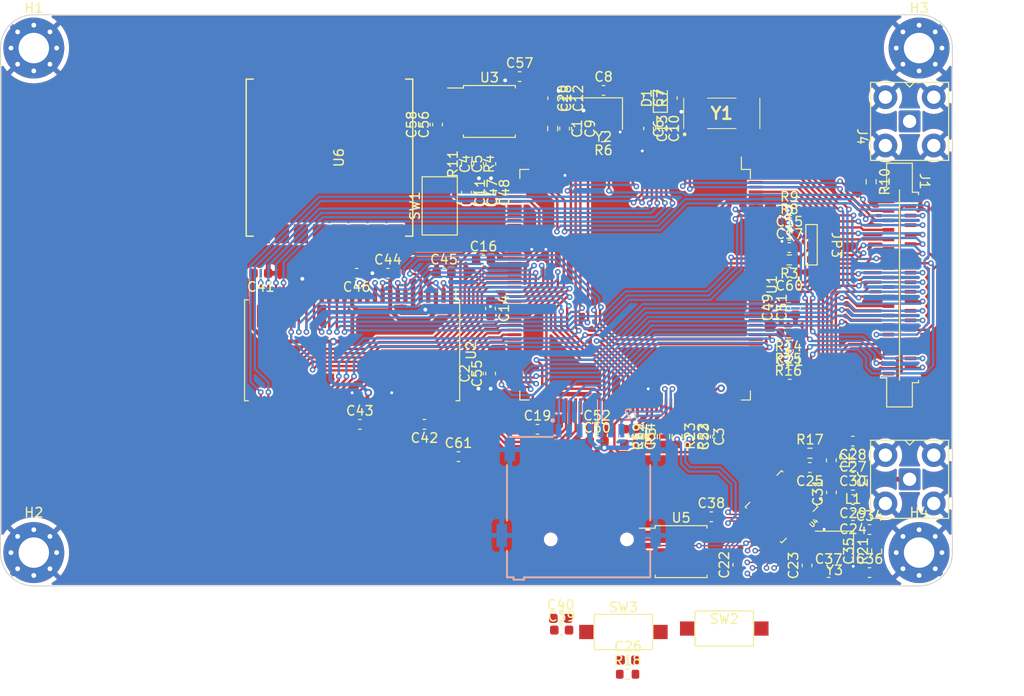
<source format=kicad_pcb>
(kicad_pcb (version 20211014) (generator pcbnew)
  (layers (0 "F.Cu" signal) (31 "B.Cu" signal) (34 "B.Paste" user) (35 "F.Paste" user) (36 "B.SilkS" user "B.Silkscreen") (37 "F.SilkS" user "F.Silkscreen") (38 "B.Mask" user) (39 "F.Mask" user) (44 "Edge.Cuts" user))
  (net 0 "")
  (net 1 "GND")
  (net 2 "Net-(C1-Pad2)")
  (net 3 "Net-(C2-Pad2)")
  (net 4 "Net-(C3-Pad2)")
  (net 5 "Net-(C4-Pad2)")
  (net 6 "LSEI")
  (net 7 "LSEO")
  (net 8 "HSEI")
  (net 9 "HSEO")
  (net 10 "Net-(D1-Pad1)")
  (net 11 "STATUS LED")
  (net 12 "+3.3V")
  (net 13 "BOOT0")
  (net 14 "Net-(R3-Pad2)")
  (net 17 "Net-(J1-Pad1)")
  (net 18 "/LTDC TFT LCD/LTDC_DE")
  (net 19 "+BATT")
  (net 20 "/LTDC TFT LCD/LTDC_VSYNC")
  (net 21 "/LTDC TFT LCD/LTDC_HSYNC")
  (net 23 "/LTDC TFT LCD/LTDC_B7")
  (net 24 "/LTDC TFT LCD/LTDC_B6")
  (net 25 "/LTDC TFT LCD/LTDC_B5")
  (net 26 "/LTDC TFT LCD/LTDC_B4")
  (net 27 "/LTDC TFT LCD/LTDC_B3")
  (net 28 "/LTDC TFT LCD/LTDC_B2")
  (net 29 "/LTDC TFT LCD/LTDC_B1")
  (net 34 "/LTDC TFT LCD/LTDC_B0")
  (net 35 "/LTDC TFT LCD/LTDC_G7")
  (net 36 "/LTDC TFT LCD/LTDC_G6")
  (net 37 "/LTDC TFT LCD/LTDC_G5")
  (net 38 "/LTDC TFT LCD/LTDC_G4")
  (net 40 "/LTDC TFT LCD/LTDC_G3")
  (net 41 "/LTDC TFT LCD/LTDC_G2")
  (net 42 "/LTDC TFT LCD/LTDC_G1")
  (net 43 "/LTDC TFT LCD/LTDC_G0")
  (net 48 "/LTDC TFT LCD/LTDC_R7")
  (net 49 "/LTDC TFT LCD/LTDC_R6")
  (net 50 "/LTDC TFT LCD/LTDC_R5")
  (net 51 "/LTDC TFT LCD/LTDC_R4")
  (net 52 "/LTDC TFT LCD/LTDC_R3")
  (net 53 "/LTDC TFT LCD/LTDC_R2")
  (net 54 "/LTDC TFT LCD/LTDC_R1")
  (net 55 "/LTDC TFT LCD/LTDC_R0")
  (net 56 "/LTDC TFT LCD/LTDC_PCLK")
  (net 57 "/LTDC TFT LCD/TOUCH_SCL")
  (net 58 "/LTDC TFT LCD/TOUCH_SDA")
  (net 59 "/LTDC TFT LCD/TOUCH_INT")
  (net 60 "/LTDC TFT LCD/LCD_BACKGROUND_LED")
  (net 69 "/MCU/SPI1_SCK")
  (net 72 "/MCU/SPI1_MISO")
  (net 73 "/MCU/SPI1_MOSI")
  (net 74 "/MCU/FLASH_CS")
  (net 80 "Net-(C25-Pad2)")
  (net 81 "/MCU/USB_OTG_DM")
  (net 82 "/MCU/USB_OTG_DP")
  (net 83 "SWDIO")
  (net 84 "SWCLK")
  (net 101 "+5V")
  (net 102 "/MCU/SDIO_D1")
  (net 103 "/MCU/SDIO_D0")
  (net 104 "/MCU/SDIO_CLK")
  (net 105 "/MCU/SDIO_CMD")
  (net 109 "/MCU/SDIO_D3")
  (net 110 "/MCU/SDIO_D2")
  (net 113 "/WIFI ESP32/ETH_REFCLK")
  (net 114 "/MCU/USART1_TX")
  (net 115 "/MCU/USART1_RX")
  (net 126 "Net-(C29-Pad1)")
  (net 127 "Net-(C30-Pad2)")
  (net 130 "Net-(U6-Pad1)")
  (net 132 "Net-(C34-Pad1)")
  (net 133 "Net-(C35-Pad1)")
  (net 134 "Net-(C36-Pad1)")
  (net 135 "Net-(C37-Pad1)")
  (net 136 "Net-(R22-Pad2)")
  (net 137 "Net-(R23-Pad2)")
  (net 138 "/WIFI ESP32/RMII_RXD0")
  (net 139 "/WIFI ESP32/RMII_RXD1")
  (net 140 "/WIFI ESP32/RMII_CRSDV")
  (net 141 "/WIFI ESP32/ETH_CLKEN")
  (net 142 "/WIFI ESP32/F_D2")
  (net 143 "/WIFI ESP32/F_D3")
  (net 144 "/WIFI ESP32/F_CMD")
  (net 145 "/WIFI ESP32/F_CLK")
  (net 146 "/WIFI ESP32/F_D0")
  (net 147 "/WIFI ESP32/F_D1")
  (net 148 "/WIFI ESP32/RMII_MDIO")
  (net 149 "/WIFI ESP32/RMII_MDC")
  (net 150 "/WIFI ESP32/RMII_TXD0")
  (net 151 "/WIFI ESP32/RMII_TXD1")
  (net 152 "/WIFI ESP32/ESP_FLASH_RX")
  (net 153 "/WIFI ESP32/ESP_FLASH_TX")
  (net 154 "/WIFI ESP32/RMII_TXEN")
  (net 156 "Net-(C31-Pad2)")
  (net 162 "/MCU/SDRAM_A0")
  (net 163 "/MCU/SDRAM_A1")
  (net 164 "/MCU/SDRAM_A2")
  (net 165 "/MCU/SDRAM_A3")
  (net 166 "/MCU/SDRAM_A4")
  (net 167 "/MCU/SDRAM_A5")
  (net 168 "/MCU/SDRAM_NWE")
  (net 169 "/MCU/SDRAM_NE")
  (net 170 "/MCU/SDRAM_CKE")
  (net 171 "/MCU/SDRAM_NRAS")
  (net 172 "/MCU/SDRAM_A6")
  (net 173 "/MCU/SDRAM_A7")
  (net 174 "/MCU/SDRAM_A8")
  (net 175 "/MCU/SDRAM_A9")
  (net 176 "/MCU/SDRAM_A10")
  (net 177 "/MCU/SDRAM_A11")
  (net 178 "/MCU/SDRAM_D4")
  (net 179 "/MCU/SDRAM_D5")
  (net 180 "/MCU/SDRAM_D6")
  (net 181 "/MCU/SDRAM_D7")
  (net 182 "/MCU/SDRAM_D8")
  (net 183 "/MCU/SDRAM_D9")
  (net 184 "/MCU/SDRAM_D10")
  (net 185 "/MCU/SDRAM_D11")
  (net 186 "/MCU/SDRAM_D12")
  (net 187 "/MCU/SDRAM_D13")
  (net 188 "/MCU/SDRAM_D14")
  (net 189 "/MCU/SDRAM_D15")
  (net 190 "/MCU/SDRAM_D0")
  (net 191 "/MCU/SDRAM_D1")
  (net 192 "/MCU/SDRAM_BA0")
  (net 193 "/MCU/SDRAM_BA1")
  (net 194 "/MCU/SDRAM_CLK")
  (net 195 "/MCU/SDRAM_D2")
  (net 196 "/MCU/SDRAM_D3")
  (net 197 "/MCU/SDRAM_NCAS")
  (net 198 "/MCU/SDRAM_NBL0")
  (net 199 "/MCU/SDRAM_NBL1")
  (footprint "Resistor_SMD:R_0603_1608Metric" (layer "F.Cu") (at 165.88 119.28)
    (fp_text reference "R18")
    (fp_text value "R_Small")
  )
  (footprint "Capacitor_SMD:C_0603_1608Metric" (layer "F.Cu") (at 145.91 61.54 90)
    (fp_text reference "C56")
    (fp_text value "1uF")
  )
  (footprint "Anh_Footprints:Connector_Coaxial_SMA" (layer "F.Cu") (at 195.5 61.2 -90)
    (fp_text reference "J4")
    (fp_text value "xAnt")
  )
  (footprint "Capacitor_SMD:C_0603_1608Metric" (layer "F.Cu") (at 150.23 68.69 -90)
    (fp_text reference "C47")
    (fp_text value "1uF")
  )
  (footprint "Capacitor_SMD:C_0603_1608Metric" (layer "F.Cu") (at 144.54 93.03 180)
    (fp_text reference "C42")
    (fp_text value "100nF")
  )
  (footprint "Capacitor_SMD:C_0603_1608Metric" (layer "F.Cu") (at 189.54 96.05 180)
    (fp_text reference "C27")
    (fp_text value "1uF")
  )
  (footprint "MountingHole:MountingHole_3.2mm_M3_Pad_Via" (layer "F.Cu") (at 196.5 53.5)
    (fp_text reference "H3")
    (fp_text value "Hole")
  )
  (footprint "Capacitor_SMD:C_0603_1608Metric" (layer "F.Cu") (at 150.23 65.67 90)
    (fp_text reference "C4")
    (fp_text value "C_Small")
  )
  (footprint "LED_SMD:LED_0603_1608Metric" (layer "F.Cu") (at 169.32 58.76 90)
    (fp_text reference "D1")
    (fp_text value "LED")
  )
  (footprint "Package_SO:SOIC-8_5.23x5.23mm_P1.27mm" (layer "F.Cu") (at 151.36 60.16)
    (fp_text reference "U3")
    (fp_text value "W25Q128JVS")
  )
  (footprint "Capacitor_SMD:C_0603_1608Metric" (layer "F.Cu") (at 177.46 107.79 90)
    (fp_text reference "C22")
    (fp_text value "1uF")
  )
  (footprint "Package_SO:TSOP-II-54_22.2x10.16mm_P0.8mm" (layer "F.Cu") (at 136.94 85.25 -90)
    (fp_text reference "U2")
    (fp_text value "IS42S16400J - HY57V641620E")
  )
  (footprint "Capacitor_SMD:C_0603_1608Metric" (layer "F.Cu") (at 182.91 87.79)
    (fp_text reference "C21")
    (fp_text value "100nF")
  )
  (footprint "MountingHole:MountingHole_3.2mm_M3_Pad_Via" (layer "F.Cu") (at 196.5 106.5)
    (fp_text reference "H4")
    (fp_text value "Hole")
  )
  (footprint "Crystal:Crystal_SMD_3225-4Pin_3.2x2.5mm" (layer "F.Cu") (at 163.34 60.38 180)
    (fp_text reference "Y2")
    (fp_text value "25MHz")
  )
  (footprint "Capacitor_SMD:C_0603_1608Metric" (layer "F.Cu") (at 175.33 94.32 90)
    (fp_text reference "C53")
    (fp_text value "1uF")
  )
  (footprint "Resistor_SMD:R_0603_1608Metric" (layer "F.Cu") (at 148.95 65.67 90)
    (fp_text reference "R11")
    (fp_text value "R_Small")
  )
  (footprint "Capacitor_SMD:C_0603_1608Metric" (layer "F.Cu") (at 190.54 106.34 90)
    (fp_text reference "C35")
    (fp_text value "100nF")
  )
  (footprint "Package_SO:SOIC-8_5.23x5.23mm_P1.27mm" (layer "F.Cu") (at 171.5 106.4)
    (fp_text reference "U5")
    (fp_text value "W25Q32JVSS")
  )
  (footprint "Capacitor_SMD:C_0603_1608Metric" (layer "F.Cu") (at 174.67 102.74)
    (fp_text reference "C38")
    (fp_text value "1uF")
  )
  (footprint "Capacitor_SMD:C_0603_1608Metric" (layer "F.Cu") (at 159.26 61.96 -90)
    (fp_text reference "C1")
    (fp_text value "C_Small")
  )
  (footprint "Capacitor_SMD:C_0603_1608Metric" (layer "F.Cu") (at 168.08 61.95 -90)
    (fp_text reference "C13")
    (fp_text value "100nF")
  )
  (footprint "Capacitor_SMD:C_0603_1608Metric" (layer "F.Cu") (at 169.33 61.95 -90)
    (fp_text reference "C10")
    (fp_text value "1uF")
  )
  (footprint "Button_Switch_SMD:SW_SPST_CK_RS282G05A3" (layer "F.Cu") (at 146.14 70.08 90)
    (fp_text reference "SW1")
    (fp_text value "SW_Push")
  )
  (footprint "Inductor_SMD:L_0603_1608Metric" (layer "F.Cu") (at 187.28 96.81 -90)
    (fp_text reference "L2")
    (fp_text value "L_Small")
  )
  (footprint "Package_QFP:LQFP-176_24x24mm_P0.5mm" (layer "F.Cu") (at 166.67 78.36 -90)
    (fp_text reference "U1")
    (fp_text value "STM32F429IGTx")
  )
  (footprint "Resistor_SMD:R_0603_1608Metric" (layer "F.Cu") (at 171.08 94.31 -90)
    (fp_text reference "R23")
    (fp_text value "R_Small")
  )
  (footprint "Resistor_SMD:R_0603_1608Metric" (layer "F.Cu") (at 182.76 83.42 180)
    (fp_text reference "R14")
    (fp_text value "R_Small")
  )
  (footprint "MountingHole:MountingHole_3.2mm_M3_Pad_Via" (layer "F.Cu") (at 103.5 53.5)
    (fp_text reference "H1")
    (fp_text value "Hole")
  )
  (footprint "Capacitor_SMD:C_0603_1608Metric" (layer "F.Cu") (at 154.54 56.5)
    (fp_text reference "C57")
    (fp_text value "100nF")
  )
  (footprint "Capacitor_SMD:C_0603_1608Metric" (layer "F.Cu") (at 185.02 97.56 180)
    (fp_text reference "C25")
    (fp_text value "C_Small")
  )
  (footprint "Capacitor_SMD:C_0603_1608Metric" (layer "F.Cu") (at 158.01 58.78 -90)
    (fp_text reference "C18")
    (fp_text value "1uF")
  )
  (footprint "Resistor_SMD:R_0603_1608Metric" (layer "F.Cu") (at 182.87 71.86)
    (fp_text reference "R8")
    (fp_text value "4k7")
  )
  (footprint "Capacitor_SMD:C_0603_1608Metric" (layer "F.Cu") (at 137.42 77.16 180)
    (fp_text reference "C46")
    (fp_text value "100nF")
  )
  (footprint "Capacitor_SMD:C_0603_1608Metric" (layer "F.Cu") (at 163.35 57.95)
    (fp_text reference "C8")
    (fp_text value "C_Small")
  )
  (footprint "Capacitor_SMD:C_0603_1608Metric" (layer "F.Cu") (at 165.925 117.79)
    (fp_text reference "C26")
    (fp_text value "C_Small")
  )
  (footprint "Resistor_SMD:R_0603_1608Metric" (layer "F.Cu") (at 163.34 62.81 180)
    (fp_text reference "R6")
    (fp_text value "R_Small")
  )
  (footprint "Capacitor_SMD:C_0603_1608Metric" (layer "F.Cu") (at 170.57 58.76 90)
    (fp_text reference "C7")
    (fp_text value "22pF")
  )
  (footprint "Capacitor_SMD:C_0603_1608Metric" (layer "F.Cu") (at 182.87 74.46)
    (fp_text reference "C17")
    (fp_text value "100nF")
  )
  (footprint "Capacitor_SMD:C_0603_1608Metric" (layer "F.Cu") (at 158.85 113.41)
    (fp_text reference "C40")
    (fp_text value "100nF")
  )
  (footprint "Capacitor_SMD:C_0603_1608Metric" (layer "F.Cu") (at 148.95 68.69 -90)
    (fp_text reference "C11")
    (fp_text value "100nF")
  )
  (footprint "Capacitor_SMD:C_0603_1608Metric" (layer "F.Cu") (at 160.51 58.78 90)
    (fp_text reference "C20")
    (fp_text value "100nF")
  )
  (footprint "Capacitor_SMD:C_0603_1608Metric" (layer "F.Cu") (at 159.26 58.78 -90)
    (fp_text reference "C12")
    (fp_text value "100nF")
  )
  (footprint "Resistor_SMD:R_0603_1608Metric" (layer "F.Cu") (at 168.48 94.31 90)
    (fp_text reference "R12")
    (fp_text value "R_Small")
  )
  (footprint "Resistor_SMD:R_0603_1608Metric" (layer "F.Cu") (at 182.76 85.97 180)
    (fp_text reference "R16")
    (fp_text value "R_Small")
  )
  (footprint "Resistor_SMD:R_0603_1608Metric" (layer "F.Cu") (at 192.04 106.34 90)
    (fp_text reference "R21")
    (fp_text value "R_Small")
  )
  (footprint "Capacitor_SMD:C_0603_1608Metric" (layer "F.Cu") (at 158.95 114.64)
    (fp_text reference "C39")
    (fp_text value "100nF")
  )
  (footprint "Capacitor_SMD:C_0603_1608Metric" (layer "F.Cu") (at 162.67 94.82)
    (fp_text reference "C50")
    (fp_text value "1uF")
  )
  (footprint "Capacitor_SMD:C_0603_1608Metric" (layer "F.Cu") (at 189.54 94.79 180)
    (fp_text reference "C28")
    (fp_text value "100nF")
  )
  (footprint "Capacitor_SMD:C_0603_1608Metric" (layer "F.Cu") (at 183.51 80.74 90)
    (fp_text reference "C51")
    (fp_text value "100nF")
  )
  (footprint "Capacitor_SMD:C_0603_1608Metric" (layer "F.Cu") (at 151.49 87.69 90)
    (fp_text reference "C55")
    (fp_text value "100nF")
  )
  (footprint "Capacitor_SMD:C_0603_1608Metric" (layer "F.Cu") (at 140.7 77.16)
    (fp_text reference "C44")
    (fp_text value "1uF")
  )
  (footprint "Capacitor_SMD:C_0603_1608Metric" (layer "F.Cu") (at 156.41 93.55)
    (fp_text reference "C19")
    (fp_text value "100nF")
  )
  (footprint "Capacitor_SMD:C_0603_1608Metric" (layer "F.Cu") (at 174.06 94.32 -90)
    (fp_text reference "C3")
    (fp_text value "C_Small")
  )
  (footprint "Anh_Footprints:ESP32-QFN48" (layer "F.Cu") (at 182.06 101.68 -135)
    (fp_text reference "U4")
    (fp_text value "ESP32-D0WD-V3")
  )
  (footprint "Capacitor_SMD:C_0603_1608Metric" (layer "F.Cu") (at 151.51 65.67 90)
    (fp_text reference "C5")
    (fp_text value "C_Small")
  )
  (footprint "RF_Module:Ai-Thinker-Ra-01-LoRa" (layer "F.Cu") (at 134.56 65.01 -90)
    (fp_text reference "U6")
    (fp_text value "Ai-Thinker-Ra-02")
  )
  (footprint "Capacitor_SMD:C_0603_1608Metric" (layer "F.Cu") (at 150.21 87.69 90)
    (fp_text reference "C2")
    (fp_text value "C_Small")
  )
  (footprint "Crystal:Crystal_SMD_3225-4Pin_3.2x2.5mm" (layer "F.Cu") (at 187.61 105.9 180)
    (fp_text reference "Y3")
    (fp_text value "40MHz")
  )
  (footprint "Capacitor_SMD:C_0603_1608Metric" (layer "F.Cu") (at 150.74 75.77)
    (fp_text reference "C16")
    (fp_text value "1uF")
  )
  (footprint "Capacitor_SMD:C_0603_1608Metric" (layer "F.Cu") (at 137.75 93.03)
    (fp_text reference "C43")
    (fp_text value "100nF")
  )
  (footprint "Capacitor_SMD:C_0603_1608Metric" (layer "F.Cu") (at 186.99 108.6)
    (fp_text reference "C37")
    (fp_text value "100nF")
  )
  (footprint "Resistor_SMD:R_0603_1608Metric" (layer "F.Cu") (at 191.46 67.54 -90)
    (fp_text reference "R10")
    (fp_text value "220")
  )
  (footprint "MountingHole:MountingHole_3.2mm_M3_Pad_Via" (layer "F.Cu") (at 103.5 106.5)
    (fp_text reference "H2")
    (fp_text value "Hole")
  )
  (footprint "Capacitor_SMD:C_0603_1608Metric" (layer "F.Cu") (at 191.29 108.6)
    (fp_text reference "C36")
    (fp_text value "100nF")
  )
  (footprint "Resistor_SMD:R_0603_1608Metric" (layer "F.Cu") (at 168.07 58.76 -90)
    (fp_text reference "R7")
    (fp_text value "R_Small")
  )
  (footprint "Capacitor_SMD:C_0603_1608Metric" (layer "F.Cu") (at 191.29 104.08)
    (fp_text reference "C34")
    (fp_text value "100nF")
  )
  (footprint "Capacitor_SMD:C_0603_1608Metric" (layer "F.Cu") (at 146.59 77.14)
    (fp_text reference "C45")
    (fp_text value "100nF")
  )
  (footprint "Anh_Footprints:Jump3_0603_Open" (layer "F.Cu") (at 185.2 74.19 -90)
    (fp_text reference "JP3")
    (fp_text value "BOOT")
  )
  (footprint "Resistor_SMD:R_0603_1608Metric" (layer "F.Cu") (at 182.87 75.76 180)
    (fp_text reference "R3")
    (fp_text value "R_Small")
  )
  (footprint "Resistor_SMD:R_0603_1608Metric" (layer "F.Cu") (at 185.03 96.06)
    (fp_text reference "R17")
    (fp_text value "R_Small")
  )
  (footprint "Capacitor_SMD:C_0603_1608Metric" (layer "F.Cu") (at 189.55 100.93 180)
    (fp_text reference "C29")
    (fp_text value "100nF")
  )
  (footprint "Capacitor_SMD:C_0603_1608Metric" (layer "F.Cu") (at 182.02 80.74 90)
    (fp_text reference "C49")
    (fp_text value "100nF")
  )
  (footprint "Anh_Footprints:Connector_Coaxial_SMA" (layer "F.Cu") (at 195.5 98.8 -90)
    (fp_text reference "J3")
    (fp_text value "ESP Anten")
  )
  (footprint "Resistor_SMD:R_0603_1608Metric" (layer "F.Cu") (at 172.36 94.31 -90)
    (fp_text reference "R22")
    (fp_text value "R_Small")
  )
  (footprint "Capacitor_SMD:C_0603_1608Metric" (layer "F.Cu") (at 182.87 77.03 180)
    (fp_text reference "C60")
    (fp_text value "100nF")
  )
  (footprint "Capacitor_SMD:C_0603_1608Metric" (layer "F.Cu") (at 189.54 97.56 180)
    (fp_text reference "C30")
    (fp_text value "100nF")
  )
  (footprint "Capacitor_SMD:C_0603_1608Metric" (layer "F.Cu") (at 127.35 77.16 180)
    (fp_text reference "C41")
    (fp_text value "1uF")
  )
  (footprint "Capacitor_SMD:C_0603_1608Metric" (layer "F.Cu") (at 182.87 73.16)
    (fp_text reference "C15")
    (fp_text value "1uF")
  )
  (footprint "Capacitor_SMD:C_0603_1608Metric" (layer "F.Cu") (at 189.55 102.61 180)
    (fp_text reference "C24")
    (fp_text value "100nF")
  )
  (footprint "Resistor_SMD:R_0603_1608Metric" (layer "F.Cu") (at 182.76 84.7 180)
    (fp_text reference "R15")
    (fp_text value "R_Small")
  )
  (footprint "Inductor_SMD:L_0603_1608Metric" (layer "F.Cu") (at 189.55 99.43 180)
    (fp_text reference "L1")
    (fp_text value "L_Small")
  )
  (footprint "Button_Switch_SMD:SW_SPST_CK_RS282G05A3" (layer "F.Cu") (at 176.03 114.48)
    (fp_text reference "SW2")
    (fp_text value "ESP_RESET")
  )
  (footprint "Capacitor_SMD:C_0603_1608Metric" (layer "F.Cu") (at 148.11 96.42)
    (fp_text reference "C61")
    (fp_text value "100nF")
  )
  (footprint "Resistor_SMD:R_0603_1608Metric" (layer "F.Cu") (at 169.77 94.31 90)
    (fp_text reference "R5")
    (fp_text value "R_Small")
  )
  (footprint "Capacitor_SMD:C_0603_1608Metric" (layer "F.Cu") (at 184.73 107.85 90)
    (fp_text reference "C23")
    (fp_text value "100nF")
  )
  (footprint "Capacitor_SMD:C_0603_1608Metric" (layer "F.Cu") (at 151.48 80.86 -90)
    (fp_text reference "C14")
    (fp_text value "100nF")
  )
  (footprint "Capacitor_SMD:C_0603_1608Metric" (layer "F.Cu") (at 170.57 61.95 90)
    (fp_text reference "C6")
    (fp_text value "22pF")
  )
  (footprint "Button_Switch_SMD:SW_SPST_CK_RS282G05A3" (layer "F.Cu") (at 165.44 114.84)
    (fp_text reference "SW3")
    (fp_text value "ESP_BOOT")
  )
  (footprint "Anh_Footprints:MC306327680KE3ROHS" (layer "F.Cu") (at 175.77 60.36)
    (fp_text reference "Y1")
    (fp_text value "32.768KHz" hide)
  )
  (footprint "Resistor_SMD:R_0603_1608Metric" (layer "F.Cu") (at 158.01 61.96 90)
    (fp_text reference "R4")
    (fp_text value "R_Small")
  )
  (footprint "Capacitor_SMD:C_0603_1608Metric" (layer "F.Cu") (at 165.56 94.31 -90)
    (fp_text reference "C59")
    (fp_text value "1uF")
  )
  (footprint "Anh_Footprints:FPC_40p_Vertical" (layer "F.Cu") (at 193.29 68.6 -90)
    (fp_text reference "J1")
    (fp_text value "LTDC_LCD_FPC_40p")
  )
  (footprint "Capacitor_SMD:C_0603_1608Metric" (layer "F.Cu") (at 160.51 61.96 -90)
    (fp_text reference "C9")
    (fp_text value "C_Small")
  )
  (footprint "Capacitor_SMD:C_0603_1608Metric" (layer "F.Cu") (at 151.51 68.69 -90)
    (fp_text reference "C48")
    (fp_text value "100nF")
  )
  (footprint "Capacitor_SMD:C_0603_1608Metric" (layer "F.Cu") (at 162.67 93.55)
    (fp_text reference "C52")
    (fp_text value "100nF")
  )
  (footprint "Resistor_SMD:R_0603_1608Metric" (layer "F.Cu") (at 182.87 70.56)
    (fp_text reference "R9")
    (fp_text value "4K7")
  )
  (footprint "Capacitor_SMD:C_0603_1608Metric" (layer "F.Cu") (at 166.83 94.31 -90)
    (fp_text reference "C54")
    (fp_text value "100nF")
  )
  (footprint "Capacitor_SMD:C_0603_1608Metric" (layer "F.Cu") (at 144.62 61.54 90)
    (fp_text reference "C58")
    (fp_text value "100nF")
  )
  (footprint "Capacitor_SMD:C_0603_1608Metric" (layer "F.Cu") (at 187.29 100.18 90)
    (fp_text reference "C31")
    (fp_text value "100nF")
  )
  (footprint "Anh_Footprints:MicroSD_Socket" (layer "B.Cu") (at 161.205 105.1175 180)
    (fp_text reference "J2")
    (fp_text value "Micro_SD_Card")
  )
  (gr_arc (start 200 106.5) (mid 198.974874 108.974874) (end 196.5 110) (layer "Edge.Cuts") (width 0.1))
  (gr_arc (start 103.5 110) (mid 101.025126 108.974874) (end 100 106.5) (layer "Edge.Cuts") (width 0.1))
  (gr_arc (start 196.5 50) (mid 198.974874 51.025126) (end 200 53.5) (layer "Edge.Cuts") (width 0.1))
  (gr_line (start 103.5 110) (end 196.5 110) (layer "Edge.Cuts") (width 0.1))
  (gr_line (start 100 106.5) (end 100 53.5) (layer "Edge.Cuts") (width 0.1))
  (gr_arc (start 100 53.5) (mid 101.025126 51.025126) (end 103.5 50) (layer "Edge.Cuts") (width 0.1))
  (gr_line (start 103.5 50) (end 196.5 50) (layer "Edge.Cuts") (width 0.1))
  (gr_line (start 200 106.5) (end 200 53.5) (layer "Edge.Cuts") (width 0.1))
  (segment (start 157.296093 74.6455) (end 157.475 74.824407) (width 0.25) (layer "F.Cu") (net 1))
  (segment (start 167.92 89.4245) (end 168.0445 89.3) (width 0.25) (layer "F.Cu") (net 1))
  (segment (start 164.44 61.23) (end 165.0955 61.8855) (width 0.5) (layer "F.Cu") (net 1))
  (segment (start 160.51 60.36) (end 160.51 59.555) (width 0.5) (layer "F.Cu") (net 1))
  (segment (start 169.33 61.33) (end 169.33 61.175) (width 0.25) (layer "F.Cu") (net 1))
  (segment (start 161.895 93.55) (end 161.895 94.82) (width 0.5) (layer "F.Cu") (net 1))
  (segment (start 174.42 89.495) (end 174.42 91.035) (width 0.25) (layer "F.Cu") (net 1))
  (segment (start 179.345 81.61) (end 181.925 81.61) (width 0.25) (layer "F.Cu") (net 1))
  (segment (start 136.94 91) (end 136.94 92.995) (width 0.4) (layer "F.Cu") (net 1))
  (segment (start 145.74 92.605) (end 145.315 93.03) (width 0.4) (layer "F.Cu") (net 1))
  (segment (start 188.775 100.93) (end 187.315 100.93) (width 0.5) (layer "F.Cu") (net 1))
  (segment (start 174.06 93.68) (end 175.33 94.95) (width 0.25) (layer "F.Cu") (net 1))
  (segment (start 195.59 84.1) (end 195.59 85.1) (width 0.4) (layer "F.Cu") (net 1))
  (segment (start 167.92 91.035) (end 167.92 92.133604) (width 0.25) (layer "F.Cu") (net 1))
  (segment (start 156.42 92.765) (end 155.635 93.55) (width 0.25) (layer "F.Cu") (net 1))
  (segment (start 165.56 93.535) (end 166.83 93.535) (width 0.5) (layer "F.Cu") (net 1))
  (segment (start 182.02 81.515) (end 183.51 81.515) (width 0.5) (layer "F.Cu") (net 1))
  (segment (start 162.24 59.53) (end 162.24 58.285) (width 0.5) (layer "F.Cu") (net 1))
  (segment (start 151.48 80.085) (end 151.48 80.6445) (width 0.25) (layer "F.Cu") (net 1))
  (segment (start 150.28 74.95) (end 149.965 75.265) (width 0.25) (layer "F.Cu") (net 1))
  (segment (start 151.49 89.28) (end 151.49 91.630812) (width 0.25) (layer "F.Cu") (net 1))
  (segment (start 169.33 61.175) (end 169.33 60.97) (width 0.25) (layer "F.Cu") (net 1))
  (segment (start 152.777208 75.61) (end 152.117208 74.95) (width 0.25) (layer "F.Cu") (net 1))
  (segment (start 186.52 104.0445) (end 186.51 104.0545) (width 0.5) (layer "F.Cu") (net 1))
  (segment (start 138.54 79.5) (end 138.54 77.505) (width 0.4) (layer "F.Cu") (net 1))
  (segment (start 167.92 91.035) (end 167.92 89.4245) (width 0.25) (layer "F.Cu") (net 1))
  (segment (start 159.42 66.75) (end 159.42 65.685) (width 0.25) (layer "F.Cu") (net 1))
  (segment (start 151.51 67.915) (end 150.23 67.915) (width 0.5) (layer "F.Cu") (net 1))
  (segment (start 195.59 69.1) (end 194.6 69.1) (width 0.25) (layer "F.Cu") (net 1))
  (segment (start 188.71 107.066822) (end 188.71 106.75) (width 0.5) (layer "F.Cu") (net 1))
  (segment (start 174.42 92.34) (end 174.06 92.7) (width 0.25) (layer "F.Cu") (net 1))
  (segment (start 152.117208 74.95) (end 150.28 74.95) (width 0.25) (layer "F.Cu") (net 1))
  (segment (start 136.94 92.995) (end 136.975 93.03) (width 0.4) (layer "F.Cu") (net 1))
  (segment (start 192.065 104.08) (end 192.04 104.105) (width 0.5) (layer "F.Cu") (net 1))
  (segment (start 182.095 74.46) (end 182.095 73.805) (width 0.5) (layer "F.Cu") (net 1))
  (segment (start 189.581589 107.938411) (end 188.71 107.066822) (width 0.5) (layer "F.Cu") (net 1))
  (segment (start 179.345 88.11) (end 181.815 88.11) (width 0.25) (layer "F.Cu") (net 1))
  (segment (start 186.51 104.0545) (end 186.51 105.05) (width 0.5) (layer "F.Cu") (net 1))
  (segment (start 194.6 69.1) (end 194.1 69.6) (width 0.25) (layer "F.Cu") (net 1))
  (segment (start 190.315 94.79) (end 190.315 96.05) (width 0.5) (layer "F.Cu") (net 1))
  (segment (start 155.811609 74.908391) (end 155.11 75.61) (width 0.25) (layer "F.Cu") (net 1))
  (segment (start 147.34 91) (end 147.34 92.65) (width 0.4) (layer "F.Cu") (net 1))
  (segment (start 151.51 66.445) (end 151.51 67.915) (width 0.5) (layer "F.Cu") (net 1))
  (segment (start 151.49 91.630812) (end 153.409188 93.55) (width 0.25) (layer "F.Cu") (net 1))
  (segment (start 187.315 100.93) (end 187.29 100.955) (width 0.5) (layer "F.Cu") (net 1))
  (segment (start 157.475 78.424188) (end 155.289188 80.61) (width 0.25) (layer "F.Cu") (net 1))
  (segment (start 153.409188 93.55) (end 155.635 93.55) (width 0.25) (layer "F.Cu") (net 1))
  (segment (start 140.94 91) (end 140.94 89.87) (width 0.4) (layer "F.Cu") (net 1))
  (segment (start 144.62 62.315) (end 145.91 62.315) (width 0.5) (layer "F.Cu") (net 1))
  (segment (start 152.705 69.11) (end 151.51 67.915) (width 0.25) (layer "F.Cu") (net 1))
  (segment (start 151.49 88.465) (end 151.49 89.28) (width 0.5) (layer "F.Cu") (net 1))
  (segment (start 162.24 59.53) (end 160.535 59.53) (width 0.5) (layer "F.Cu") (net 1))
  (segment (start 140.94 89.87) (end 141.1 89.71) (width 0.4) (layer "F.Cu") (net 1))
  (segment (start 165.0955 61.8855) (end 165.0955 62.32) (width 0.5) (layer "F.Cu") (net 1))
  (segment (start 158.635 58.005) (end 159.26 58.005) (width 0.5) (layer "F.Cu") (net 1))
  (segment (start 162.42 93.025) (end 161.895 93.55) (width 0.25) (layer "F.Cu") (net 1))
  (segment (start 167.92 92.133604) (end 166.83 93.223604) (width 0.25) (layer "F.Cu") (net 1))
  (segment (start 166.92 64.81) (end 167.42 64.31) (width 0.25) (layer "F.Cu") (net 1))
  (segment (start 136.94 91) (end 136.94 89.71) (width 0.4) (layer "F.Cu") (net 1))
  (segment (start 138.54 77.505) (end 138.195 77.16) (width 0.4) (layer "F.Cu") (net 1))
  (segment (start 188.775 100.93) (end 188.775 100.995) (width 0.5) (layer "F.Cu") (net 1))
  (segment (start 159.295 66.875) (end 159.42 66.75) (width 0.25) (layer "F.Cu") (net 1))
  (segment (start 178.52 61.96) (end 178.52 58.76) (width 0.5) (layer "F.Cu") (net 1))
  (segment (start 155.289188 80.61) (end 153.995 80.61) (width 0.25) (layer "F.Cu") (net 1))
  (segment (start 143.34 80.46) (end 143.86 80.98) (width 0.4) (layer "F.Cu") (net 1))
  (segment (start 149.965 75.265) (end 149.965 75.77) (width 0.25) (layer "F.Cu") (net 1))
  (segment (start 194.1 69.6) (end 193.29 69.6) (width 0.25) (layer "F.Cu") (net 1))
  (segment (start 150.23 67.915) (end 148.95 67.915) (width 0.5) (layer "F.Cu") (net 1))
  (segment (start 143.34 79.5) (end 143.34 80.46) (width 0.4) (layer "F.Cu") (net 1))
  (segment (start 157.475 74.824407) (end 157.475 78.424188) (width 0.25) (layer "F.Cu") (net 1))
  (segment (start 160.51 60.36) (end 160.95 60.36) (width 0.5) (layer "F.Cu") (net 1))
  (segment (start 175.805 88.11) (end 174.42 89.495) (width 0.25) (layer "F.Cu") (net 1))
  (segment (start 153.4046 56.5) (end 153.0123 56.8923) (width 0.5) (layer "F.Cu") (net 1))
  (segment (start 145.74 91) (end 145.74 92.605) (width 0.4) (layer "F.Cu") (net 1))
  (segment (start 174.06 92.7) (end 174.06 93.545) (width 0.25) (layer "F.Cu") (net 1))
  (segment (start 152.005 80.61) (end 151.48 80.085) (width 0.25) (layer "F.Cu") (net 1))
  (segment (start 181.815 88.11) (end 182.135 87.79) (width 0.25) (layer "F.Cu") (net 1))
  (segment (start 174.06 93.545) (end 174.06 93.68) (width 0.25) (layer "F.Cu") (net 1))
  (segment (start 179.345 88.11) (end 175.805 88.11) (width 0.25) (layer "F.Cu") (net 1))
  (segment (start 170.92 63.075) (end 170.57 62.725) (width 0.25) (layer "F.Cu") (net 1))
  (segment (start 151.48 80.6445) (end 151.47 80.6545) (width 0.25) (layer "F.Cu") (net 1))
  (segment (start 146.16 62.065) (end 145.91 62.315) (width 0.5) (layer "F.Cu") (net 1))
  (segment (start 166.92 65.685) (end 166.92 64.81) (width 0.25) (layer "F.Cu") (net 1))
  (segment (start 162.42 91.035) (end 162.42 93.025) (width 0.25) (layer "F.Cu") (net 1))
  (segment (start 147.34 92.65) (end 146.96 93.03) (width 0.4) (layer "F.Cu") (net 1))
  (segment (start 190.325 102.545) (end 190.325 102.61) (width 0.5) (layer "F.Cu") (net 1))
  (segment (start 143.86 80.98) (end 144.63 80.98) (width 0.4) (layer "F.Cu") (net 1))
  (segment (start 155.11 75.61) (end 153.995 75.61) (width 0.25) (layer "F.Cu") (net 1))
  (segment (start 150.21 88.465) (end 150.21 89.28) (width 0.5) (layer "F.Cu") (net 1))
  (segment (start 155.811609 74.6455) (end 155.811609 74.908391) (width 0.25) (layer "F.Cu") (net 1))
  (segment (start 182.095 73.16) (end 182.095 73.805) (width 0.5) (layer "F.Cu") (net 1))
  (segment (start 160.535 59.53) (end 160.51 59.555) (width 0.5) (layer "F.Cu") (net 1))
  (segment (start 153.995 80.61) (end 152.005 80.61) (width 0.25) (layer "F.Cu") (net 1))
  (segment (start 181.925 81.61) (end 182.02 81.515) (width 0.25) (layer "F.Cu") (net 1))
  (segment (start 160.51 61.185) (end 160.51 60.36) (width 0.5) (layer "F.Cu") (net 1))
  (segment (start 160.95 60.36) (end 161.25 60.06) (width 0.5) (layer "F.Cu") (net 1))
  (segment (start 170.57 62.725) (end 170.57 62.57) (width 0.25) (layer "F.Cu") (net 1))
  (segment (start 188.775 100.995) (end 190.325 102.545) (width 0.5) (layer "F.Cu") (net 1))
  (segment (start 170.57 59.73) (end 170.57 59.535) (width 0.25) (layer "F.Cu") (net 1))
  (segment (start 160.51 61.185) (end 159.26 61.185) (width 0.5) (layer "F.Cu") (net 1))
  (segment (start 166.83 93.223604) (end 166.83 93.535) (width 0.25) (layer "F.Cu") (net 1))
  (segment (start 153.995 75.61) (end 152.777208 75.61) (width 0.25) (layer "F.Cu") (net 1))
  (segment (start 158.01 58.005) (end 158.635 58.005) (width 0.5) (layer "F.Cu") (net 1))
  (segment (start 150.23 66.445) (end 150.23 67.915) (width 0.5) (layer "F.Cu") (net 1))
  (segment (start 153.765 56.5) (end 153.4046 56.5) (width 0.5) (layer "F.Cu") (net 1))
  (segment (start 170.57 62.57) (end 169.33 61.33) (width 0.25) (layer "F.Cu") (net 1))
  (segment (start 147.76 62.065) (end 146.16 62.065) (width 0.5) (layer "F.Cu") (net 1))
  (segment (start 146.96 93.03) (end 145.315 93.03) (width 0.4) (layer "F.Cu") (net 1))
  (segment (start 139.925 77.16) (end 138.195 77.16) (width 0.5) (layer "F.Cu") (net 1))
  (segment (start 170.92 65.685) (end 170.92 63.075) (width 0.25) (layer "F.Cu") (net 1))
  (segment (start 162.24 58.285) (end 162.575 57.95) (width 0.5) (layer "F.Cu") (net 1))
  (segment (start 169.33 61.175) (end 168.08 61.175) (width 0.5) (layer "F.Cu") (net 1))
  (segment (start 175.33 94.95) (end 175.33 95.095) (width 0.25) (layer "F.Cu") (net 1))
  (segment (start 174.42 91.035) (end 174.42 92.34) (width 0.25) (layer "F.Cu") (net 1))
  (segment (start 169.33 60.97) (end 170.57 59.73) (width 0.25) (layer "F.Cu") (net 1))
  (segment (start 150.21 88.465) (end 151.49 88.465) (width 0.5) (layer "F.Cu") (net 1))
  (segment (start 153.995 69.11) (end 152.705 69.11) (width 0.25) (layer "F.Cu") (net 1))
  (segment (start 190.315 97.56) (end 190.315 96.05) (width 0.5) (layer "F.Cu") (net 1))
  (segment (start 156.42 91.035) (end 156.42 92.765) (width 0.25) (layer "F.Cu") (net 1))
  (via (at 157.296093 74.6455) (size 0.6) (drill 0.3) (layers "F.Cu" "B.Cu") (net 1))
  (via (at 151.53 67.18) (size 0.8) (drill 0.4) (layers "F.Cu" "B.Cu") (net 1))
  (via (at 167.42 64.31) (size 0.6) (drill 0.3) (layers "F.Cu" "B.Cu") (net 1))
  (via (at 141.1 89.71) (size 0.6) (drill 0.3) (layers "F.Cu" "B.Cu") (net 1))
  (via (at 131.71 77.74) (size 0.8) (drill 0.4) (layers "F.Cu" "B.Cu") (net 1))
  (via (at 139.07 77.15) (size 0.8) (drill 0.4) (layers "F.Cu" "B.Cu") (net 1))
  (via (at 161.25 60.06) (size 0.8) (drill 0.4) (layers "F.Cu" "B.Cu") (net 1))
  (via (at 189.581589 107.938411) (size 0.6) (drill 0.3) (layers "F.Cu" "B.Cu") (net 1))
  (via (at 153.0123 56.8923) (size 0.8) (drill 0.4) (layers "F.Cu" "B.Cu") (net 1))
  (via (at 171.52 60.19) (size 0.8) (drill 0.4) (layers "F.Cu" "B.Cu") (net 1))
  (via (at 144.63 80.98) (size 0.8) (drill 0.4) (layers "F.Cu" "B.Cu") (net 1))
  (via (at 150.26 67.18) (size 0.8) (drill 0.4) (layers "F.Cu" "B.Cu") (net 1))
  (via (at 159.295 66.875) (size 0.6) (drill 0.3) (layers "F.Cu" "B.Cu") (net 1))
  (via (at 136.94 89.71) (size 0.6) (drill 0.3) (layers "F.Cu" "B.Cu") (net 1))
  (via (at 186.52 104.0445) (size 0.6) (drill 0.3) (layers "F.Cu" "B.Cu") (net 1))
  (via (at 168.0445 89.3) (size 0.6) (drill 0.3) (layers "F.Cu" "B.Cu") (net 1))
  (via (at 165.0955 62.32) (size 0.6) (drill 0.3) (layers "F.Cu" "B.Cu") (net 1))
  (via (at 151.49 89.28) (size 0.8) (drill 0.4) (layers "F.Cu" "B.Cu") (net 1))
  (via (at 158.635 58.005) (size 0.8) (drill 0.4) (layers "F.Cu" "B.Cu") (net 1))
  (via (at 155.811609 74.6455) (size 0.6) (drill 0.3) (layers "F.Cu" "B.Cu") (net 1))
  (via (at 150.21 89.28) (size 0.8) (drill 0.4) (layers "F.Cu" "B.Cu") (net 1))
  (via (at 182.095 73.805) (size 0.6) (drill 0.3) (layers "F.Cu" "B.Cu") (net 1))
  (via (at 151.47 80.6545) (size 0.6) (drill 0.3) (layers "F.Cu" "B.Cu") (net 1))
  (segment (start 144.9555 80.6545) (end 144.63 80.98) (width 0.4) (layer "B.Cu") (net 1))
  (segment (start 144.37 81.24) (end 134.28 81.24) (width 0.4) (layer "B.Cu") (net 1))
  (segment (start 151.47 80.6545) (end 144.9555 80.6545) (width 0.4) (layer "B.Cu") (net 1))
  (segment (start 132.95 82.57) (end 132.95 83.83) (width 0.4) (layer "B.Cu") (net 1))
  (segment (start 144.63 80.98) (end 144.37 81.24) (width 0.4) (layer "B.Cu") (net 1))
  (segment (start 134.77 89.71) (end 136.94 89.71) (width 0.4) (layer "B.Cu") (net 1))
  (segment (start 155.811609 74.6455) (end 157.296093 74.6455) (width 0.25) (layer "B.Cu") (net 1))
  (segment (start 144.63 80.98) (end 144.63 80.789) (width 0.25) (layer "B.Cu") (net 1))
  (segment (start 133.79 88.73) (end 134.77 89.71) (width 0.4) (layer "B.Cu") (net 1))
  (segment (start 134.28 81.24) (end 132.95 82.57) (width 0.4) (layer "B.Cu") (net 1))
  (segment (start 133.79 84.67) (end 133.79 88.73) (width 0.4) (layer "B.Cu") (net 1))
  (segment (start 132.95 83.83) (end 133.79 84.67) (width 0.4) (layer "B.Cu") (net 1))
  (segment (start 158.01 62.785) (end 159.21 62.785) (width 0.5) (layer "F.Cu") (net 2))
  (segment (start 159.26 62.92) (end 159.26 62.735) (width 0.25) (layer "F.Cu") (net 2))
  (segment (start 159.29 62.765) (end 159.26 62.735) (width 0.25) (layer "F.Cu") (net 2))
  (segment (start 161.63 63.62) (end 159.96 63.62) (width 0.25) (layer "F.Cu") (net 2))
  (segment (start 159.96 63.62) (end 159.26 62.92) (width 0.25) (layer "F.Cu") (net 2))
  (segment (start 162.42 65.685) (end 162.42 64.41) (width 0.25) (layer "F.Cu") (net 2))
  (segment (start 162.42 64.41) (end 161.63 63.62) (width 0.25) (layer "F.Cu") (net 2))
  (segment (start 159.21 62.785) (end 159.26 62.735) (width 0.5) (layer "F.Cu") (net 2))
  (segment (start 150.96 85.61) (end 150.21 86.36) (width 0.25) (layer "F.Cu") (net 3))
  (segment (start 150.21 86.36) (end 150.21 86.915) (width 0.25) (layer "F.Cu") (net 3))
  (segment (start 153.995 85.61) (end 150.96 85.61) (width 0.25) (layer "F.Cu") (net 3))
  (segment (start 173.92 92.11) (end 173.23 92.8) (width 0.25) (layer "F.Cu") (net 4))
  (segment (start 173.23 94.265) (end 174.06 95.095) (width 0.25) (layer "F.Cu") (net 4))
  (segment (start 173.23 92.8) (end 173.23 94.265) (width 0.25) (layer "F.Cu") (net 4))
  (segment (start 173.92 91.035) (end 173.92 92.11) (width 0.25) (layer "F.Cu") (net 4))
  (segment (start 148.95 64.845) (end 150.18 64.845) (width 0.5) (layer "F.Cu") (net 5))
  (segment (start 158.49 64.04) (end 152.365 64.04) (width 0.25) (layer "F.Cu") (net 5))
  (segment (start 152.365 64.04) (end 151.51 64.895) (width 0.25) (layer "F.Cu") (net 5))
  (segment (start 158.92 65.685) (end 158.92 64.47) (width 0.25) (layer "F.Cu") (net 5))
  (segment (start 150.18 64.845) (end 150.23 64.895) (width 0.5) (layer "F.Cu") (net 5))
  (segment (start 151.51 64.895) (end 150.23 64.895) (width 0.5) (layer "F.Cu") (net 5))
  (segment (start 158.92 64.47) (end 158.49 64.04) (width 0.25) (layer "F.Cu") (net 5))
  (segment (start 173.42 63.91) (end 174.17 63.16) (width 0.25) (layer "F.Cu") (net 6))
  (segment (start 170.57 57.985) (end 172.245 57.985) (width 0.5) (layer "F.Cu") (net 6))
  (segment (start 174.17 60.21) (end 173.02 59.06) (width 0.25) (layer "F.Cu") (net 6))
  (segment (start 172.245 57.985) (end 173.02 58.76) (width 0.5) (layer "F.Cu") (net 6))
  (segment (start 173.42 65.685) (end 173.42 63.91) (width 0.25) (layer "F.Cu") (net 6))
  (segment (start 174.17 63.16) (end 174.17 60.21) (width 0.25) (layer "F.Cu") (net 6))
  (segment (start 173.02 59.06) (end 173.02 58.76) (width 0.25) (layer "F.Cu") (net 6))
  (segment (start 172.92 62.06) (end 173.02 61.96) (width 0.25) (layer "F.Cu") (net 7))
  (segment (start 170.57 61.175) (end 170.57 61.3) (width 0.25) (layer "F.Cu") (net 7))
  (segment (start 172.235 61.175) (end 170.57 61.175) (width 0.5) (layer "F.Cu") (net 7))
  (segment (start 173.02 61.96) (end 172.235 61.175) (width 0.5) (layer "F.Cu") (net 7))
  (segment (start 172.92 65.685) (end 172.92 62.06) (width 0.25) (layer "F.Cu") (net 7))
  (segment (start 164.44 58.265) (end 164.125 57.95) (width 0.5) (layer "F.Cu") (net 8))
  (segment (start 163.42 63.555) (end 164.165 62.81) (width 0.25) (layer "F.Cu") (net 8))
  (segment (start 163.34 60.53) (end 164.34 59.53) (width 0.25) (layer "F.Cu") (net 8))
  (segment (start 164.34 59.53) (end 164.44 59.53) (width 0.25) (layer "F.Cu") (net 8))
  (segment (start 163.34 62.09) (end 163.34 60.53) (width 0.25) (layer "F.Cu") (net 8))
  (segment (start 163.42 65.685) (end 163.42 63.555) (width 0.25) (layer "F.Cu") (net 8))
  (segment (start 164.44 59.53) (end 164.44 58.265) (width 0.5) (layer "F.Cu") (net 8))
  (segment (start 164.165 62.81) (end 164.06 62.81) (width 0.25) (layer "F.Cu") (net 8))
  (segment (start 164.06 62.81) (end 163.34 62.09) (width 0.25) (layer "F.Cu") (net 8))
  (segment (start 162.24 61.23) (end 162.24 62.535) (width 0.5) (layer "F.Cu") (net 9))
  (segment (start 162.92 63.215) (end 162.515 62.81) (width 0.25) (layer "F.Cu") (net 9))
  (segment (start 162.24 62.535) (end 162.515 62.81) (width 0.5) (layer "F.Cu") (net 9))
  (segment (start 162.92 65.685) (end 162.92 63.215) (width 0.25) (layer "F.Cu") (net 9))
  (segment (start 160.51 62.735) (end 162.44 62.735) (width 0.5) (layer "F.Cu") (net 9))
  (segment (start 162.44 62.735) (end 162.515 62.81) (width 0.5) (layer "F.Cu") (net 9))
  (segment (start 168.1075 59.5475) (end 168.07 59.585) (width 0.5) (layer "F.Cu") (net 10))
  (segment (start 169.32 59.5475) (end 168.1075 59.5475) (width 0.5) (layer "F.Cu") (net 10))
  (segment (start 170.02 57.14) (end 169.32 57.84) (width 0.25) (layer "F.Cu") (net 11))
  (segment (start 174.62 57.71) (end 174.05 57.14) (width 0.25) (layer "F.Cu") (net 11))
  (segment (start 173.92 64.11) (end 174.62 63.41) (width 0.25) (layer "F.Cu") (net 11))
  (segment (start 174.62 63.41) (end 174.62 57.71) (width 0.25) (layer "F.Cu") (net 11))
  (segment (start 174.05 57.14) (end 170.02 57.14) (width 0.25) (layer "F.Cu") (net 11))
  (segment (start 173.92 65.685) (end 173.92 64.11) (width 0.25) (layer "F.Cu") (net 11))
  (segment (start 169.32 57.84) (end 169.32 57.9725) (width 0.25) (layer "F.Cu") (net 11))
  (segment (start 149.985 60.795) (end 147.76 60.795) (width 0.5) (layer "F.Cu") (net 12))
  (segment (start 174.92 93.135) (end 175.33 93.545) (width 0.25) (layer "F.Cu") (net 12))
  (segment (start 157.925 74.026) (end 157.9305 74.0205) (width 0.25) (layer "F.Cu") (net 12))
  (segment (start 158.01 61.135) (end 157.895 61.135) (width 0.5) (layer "F.Cu") (net 12))
  (segment (start 194.45 85.28) (end 194.45 70.49) (width 0.25) (layer "F.Cu") (net 12))
  (segment (start 175.545 102.84) (end 175.445 102.74) (width 0.15) (layer "F.Cu") (net 12))
  (segment (start 163.44 95.49) (end 163.44 94.825) (width 0.5) (layer "F.Cu") (net 12))
  (segment (start 183.685 86.84) (end 183.685 87.79) (width 0.25) (layer "F.Cu") (net 12))
  (segment (start 146.31 59.28) (end 146.7 58.89) (width 0.25) (layer "F.Cu") (net 12))
  (segment (start 179.29382 101.72382) (end 179.59382 101.72382) (width 0.15) (layer "F.Cu") (net 12))
  (segment (start 162.92 89.81) (end 162.403451 89.293451) (width 0.25) (layer "F.Cu") (net 12))
  (segment (start 136.94 79.5) (end 136.94 80.53) (width 0.4) (layer "F.Cu") (net 12))
  (segment (start 153.995 86.11) (end 152.295 86.11) (width 0.25) (layer "F.Cu") (net 12))
  (segment (start 175.445 102.74) (end 175.445 104.15) (width 0.5) (layer "F.Cu") (net 12))
  (segment (start 183.585 84.7) (end 183.585 85.97) (width 0.5) (layer "F.Cu") (net 12))
  (segment (start 155.246396 76.11) (end 153.995 76.11) (width 0.25) (layer "F.Cu") (net 12))
  (segment (start 134.97 84.33) (end 127.93 84.33) (width 0.4) (layer "F.Cu") (net 12))
  (segment (start 183.704023 103.571511) (end 184.73 104.597488) (width 0.15) (layer "F.Cu") (net 12))
  (segment (start 187.2425 96.06) (end 187.28 96.0225) (width 0.5) (layer "F.Cu") (net 12))
  (segment (start 170.42 65.685) (end 170.42 63.86) (width 0.25) (layer "F.Cu") (net 12))
  (segment (start 183.585 83.42) (end 183.585 84.7) (width 0.5) (layer "F.Cu") (net 12))
  (segment (start 126.54 79.5) (end 126.54 77.195) (width 0.5) (layer "F.Cu") (net 12))
  (segment (start 181.653414 104.808948) (end 179.552362 106.91) (width 0.15) (layer "F.Cu") (net 12))
  (segment (start 159.1905 74.0205) (end 159.5495 74.0205) (width 0.25) (layer "F.Cu") (net 12))
  (segment (start 182.01618 104.14618) (end 182.01618 104.23382) (width 0.15) (layer "F.Cu") (net 12))
  (segment (start 193.29 85.6) (end 194.13 85.6) (width 0.25) (layer "F.Cu") (net 12))
  (segment (start 166.42 64.47) (end 166.42 64.426116) (width 0.25) (layer "F.Cu") (net 12))
  (segment (start 166.42 64.426116) (end 168.08 62.766116) (width 0.25) (layer "F.Cu") (net 12))
  (segment (start 185.436435 101.520901) (end 185.439099 101.520901) (width 0.15) (layer "F.Cu") (net 12))
  (segment (start 157.35 85.18) (end 157.35 80.48) (width 0.25) (layer "F.Cu") (net 12))
  (segment (start 183.685 87.79) (end 183.685 86.07) (width 0.5) (layer "F.Cu") (net 12))
  (segment (start 175.445 104.15) (end 175.1 104.495) (width 0.5) (layer "F.Cu") (net 12))
  (segment (start 151.51 69.465) (end 150.23 69.465) (width 0.5) (layer "F.Cu") (net 12))
  (segment (start 166.7955 68.0455) (end 166.42 67.67) (width 0.25) (layer "F.Cu") (net 12))
  (segment (start 147.34 77.165) (end 147.365 77.14) (width 0.4) (layer "F.Cu") (net 12))
  (segment (start 156.6 73.95) (end 156.6 70.59) (width 0.25) (layer "F.Cu") (net 12))
  (segment (start 150.23 69.465) (end 148.95 69.465) (width 0.5) (layer "F.Cu") (net 12))
  (segment (start 162.92 91.035) (end 162.92 93.025) (width 0.25) (layer "F.Cu") (net 12))
  (segment (start 159.26 59.555) (end 159.26 59.4) (width 0.25) (layer "F.Cu") (net 12))
  (segment (start 166.42 67.67) (end 166.42 64.47) (width 0.25) (layer "F.Cu") (net 12))
  (segment (start 175.24 75.45) (end 175.24 70.66) (width 0.25) (layer "F.Cu") (net 12))
  (segment (start 159.92 67.19) (end 159.92 67.625) (width 0.25) (layer "F.Cu") (net 12))
  (segment (start 179.345 87.61) (end 180.82 87.61) (width 0.25) (layer "F.Cu") (net 12))
  (segment (start 179.552362 106.91) (end 177.565 106.91) (width 0.15) (layer "F.Cu") (net 12))
  (segment (start 178.177638 102.84) (end 178.01 102.84) (width 0.15) (layer "F.Cu") (net 12))
  (segment (start 183.645 73.16) (end 183.645 74.46) (width 0.5) (layer "F.Cu") (net 12))
  (segment (start 169.77 95.135) (end 168.48 95.135) (width 0.5) (layer "F.Cu") (net 12))
  (segment (start 156.6 70.59) (end 155.62 69.61) (width 0.25) (layer "F.Cu") (net 12))
  (segment (start 159.26 59.555) (end 158.01 59.555) (width 0.5) (layer "F.Cu") (net 12))
  (segment (start 156.901589 85.628411) (end 157.35 85.18) (width 0.25) (layer "F.Cu") (net 12))
  (segment (start 183.092512 103.157488) (end 182.01618 104.23382) (width 0.15) (layer "F.Cu") (net 12))
  (segment (start 181.97 77.03) (end 182.095 77.03) (width 0.25) (layer "F.Cu") (net 12))
  (segment (start 147.76 60.795) (end 145.94 60.795) (width 0.5) (layer "F.Cu") (net 12))
  (segment (start 159.26 59.4) (end 160.51 58.15) (width 0.25) (layer "F.Cu") (net 12))
  (segment (start 179.345 76.11) (end 181.05 76.11) (width 0.25) (layer "F.Cu") (net 12))
  (segment (start 153.995 76.11) (end 151.855 76.11) (width 0.25) (layer "F.Cu") (net 12))
  (segment (start 159.92 67.625) (end 158.945 67.625) (width 0.25) (layer "F.Cu") (net 12))
  (segment (start 153.995 69.61) (end 151.655 69.61) (width 0.25) (layer "F.Cu") (net 12))
  (segment (start 156.92 89.73) (end 157.356549 89.293451) (width 0.25) (layer "F.Cu") (net 12))
  (segment (start 183.29 102.95) (end 183.29 103.157488) (width 0.15) (layer "F.Cu") (net 12))
  (segment (start 136.33 84.33) (end 134.97 84.33) (width 0.4) (layer "F.Cu") (net 12))
  (segment (start 138.54 93.015) (end 138.525 93.03) (width 0.4) (layer "F.Cu") (net 12))
  (segment (start 178.01 102.84) (end 175.545 102.84) (width 0.15) (layer "F.Cu") (net 12))
  (segment (start 136.94 77.455) (end 136.645 77.16) (width 0.4) (layer "F.Cu") (net 12))
  (segment (start 146.7 58.89) (end 154.92 58.89) (width 0.25) (layer "F.Cu") (net 12))
  (segment (start 181.05 76.11) (end 181.97 77.03) (width 0.25) (layer "F.Cu") (net 12))
  (segment (start 183.695 73.11) (end 183.645 73.16) (width 0.5) (layer "F.Cu") (net 12))
  (segment (start 152.005 81.11) (end 151.48 81.635) (width 0.25) (layer "F.Cu") (net 12))
  (segment (start 147.34 80.65) (end 147.34 79.5) (width 0.4) (layer "F.Cu") (net 12))
  (segment (start 138.54 91) (end 138.54 93.015) (width 0.4) (layer "F.Cu") (net 12))
  (segment (start 156.6 74.57) (end 156.6 74.756396) (width 0.25) (layer "F.Cu") (net 12))
  (segment (start 152.13 62.94) (end 149.985 60.795) (width 0.5) (layer "F.Cu") (net 12))
  (segment (start 183.29 103.157488) (end 183.704023 103.571511) (width 0.15) (layer "F.Cu") (net 12))
  (segment (start 175.9 76.11) (end 175.24 75.45) (width 0.25) (layer "F.Cu") (net 12))
  (segment (start 159.5495 74.0205) (end 159.92 73.65) (width 0.25) (layer "F.Cu") (net 12))
  (segment (start 157.35 80.48) (end 159.1745 78.6555) (width 0.25) (layer "F.Cu") (net 12))
  (segment (start 138.525 93.03) (end 143.765 93.03) (width 0.4) (layer "F.Cu") (net 12))
  (segment (start 140.94 79.5) (end 140.94 81.05) (width 0.4) (layer "F.Cu") (net 12))
  (segment (start 194.84 70.1) (end 195.59 70.1) (width 0.25) (layer "F.Cu") (net 12))
  (segment (start 141.84 81.95) (end 144.98 81.95) (width 0.4) (layer "F.Cu") (net 12))
  (segment (start 167.655 95.085) (end 167.655 93.035) (width 0.25) (layer "F.Cu") (net 12))
  (segment (start 163.44 94.825) (end 163.445 94.82) (width 0.25) (layer "F.Cu") (net 12))
  (segment (start 136.96 81.55) (end 136.96 83.7) (width 0.4) (layer "F.Cu") (net 12))
  (segment (start 166.195 95.085) (end 166.83 95.085) (width 0.5) (layer "F.Cu") (net 12))
  (segment (start 184.047436 102.43) (end 183.81 102.43) (width 0.15) (layer "F.Cu") (net 12))
  (segment (start 148.245 69.465) (end 148.95 69.465) (width 0.5) (layer "F.Cu") (net 12))
  (segment (start 155.56 86.11) (end 153.995 86.11) (width 0.25) (layer "F.Cu") (net 12))
  (segment (start 159.02 63.59) (end 156.74 63.59) (width 0.25) (layer "F.Cu") (net 12))
  (segment (start 174.92 91.035) (end 174.92 93.135) (width 0.25) (layer "F.Cu") (net 12))
  (segment (start 156.74 63.59) (end 156.09 62.94) (width 0.25) (layer "F.Cu") (net 12))
  (segment (start 162.403451 89.293451) (end 157.356549 89.293451) (width 0.25) (layer "F.Cu") (net 12))
  (segment (start 175.24 70.66) (end 176.29 69.61) (width 0.25) (layer "F.Cu") (net 12))
  (segment (start 162.92 93.025) (end 163.445 93.55) (width 0.25) (layer "F.Cu") (net 12))
  (segment (start 167.655 95.085) (end 168.43 95.085) (width 0.5) (layer "F.Cu") (net 12))
  (segment (start 140.94 79.5) (end 140.94 77.695) (width 0.4) (layer "F.Cu") (net 12))
  (segment (start 183.695 71.86) (end 183.695 70.56) (width 0.5) (layer "F.Cu") (net 12))
  (segment (start 167.655 93.035) (end 168.42 92.27) (width 0.25) (layer "F.Cu") (net 12))
  (segment (start 148.95 66.495) (end 148.195 66.495) (width 0.5) (layer "F.Cu") (net 12))
  (segment (start 156.92 91.035) (end 156.92 93.285) (width 0.25) (layer "F.Cu") (net 12))
  (segment (start 184.446485 102.829049) (end 184.047436 102.43) (width 0.15) (layer "F.Cu") (net 12))
  (segment (start 156.6705 74.0205) (end 156.6 73.95) (width 0.25) (layer "F.Cu") (net 12))
  (segment (start 145.74 81.16) (end 146.83 81.16) (width 0.4) (layer "F.Cu") (net 12))
  (segment (start 183.695 70.485) (end 183.695 70.56) (width 0.25) (layer "F.Cu") (net 12))
  (segment (start 183.29 103.157488) (end 183.092512 103.157488) (width 0.15) (layer "F.Cu") (net 12))
  (segment (start 169.33 62.77) (end 169.33 62.725) (width 0.25) (layer "F.Cu") (net 12))
  (segment (start 159.92 71.68) (end 159.92 72.04) (width 0.25) (layer "F.Cu") (net 12))
  (segment (start 140.94 77.695) (end 141.475 77.16) (width 0.4) (layer "F.Cu") (net 12))
  (segment (start 159.1745 78.6555) (end 159.1745 74.0365) (width 0.25) (layer "F.Cu") (net 12))
  (segment (start 180.82 87.61) (end 181.59 86.84) (width 0.25) (layer "F.Cu") (net 12))
  (segment (start 157.925 74.390523) (end 157.925 74.026) (width 0.25) (layer "F.Cu") (net 12))
  (segment (start 126.54 77.195) (end 126.575 77.16) (width 0.5) (layer "F.Cu") (net 12))
  (segment (start 157.925 74.390523) (end 157.929477 74.390523) (width 0.25) (layer "F.Cu") (net 12))
  (segment (start 143.34 92.605) (end 143.765 93.03) (width 0.4) (layer "F.Cu") (net 12))
  (segment (start 170.42 63.86) (end 169.33 62.77) (width 0.25) (layer "F.Cu") (net 12))
  (segment (start 180.875 81.11) (end 182.02 79.965) (width 0.25) (layer "F.Cu") (net 12))
  (segment (start 186.29 101.22) (end 187.68 102.61) (width 0.15) (layer "F.Cu") (net 12))
  (segment (start 182.82 69.61) (end 183.695 70.485) (width 0.25) (layer "F.Cu") (net 12))
  (segment (start 162.92 91.035) (end 162.92 89.81) (width 0.25) (layer "F.Cu") (net 12))
  (segment (start 137.46 81.05) (end 140.94 81.05) (width 0.4) (layer "F.Cu") (net 12))
  (segment (start 136.94 80.53) (end 137.46 81.05) (width 0.4) (layer "F.Cu") (net 12))
  (segment (start 154.96 58.85) (end 154.96 58.255) (width 0.5) (layer "F.Cu") (net 12))
  (segment (start 159.92 65.685) (end 159.92 64.49) (width 0.25) (layer "F.Cu") (net 12))
  (segment (start 163.445 93.55) (end 163.445 94.82) (width 0.5) (layer "F.Cu") (net 12))
  (segment (start 148.195 66.495) (end 147.7 66.99) (width 0.5) (layer "F.Cu") (net 12))
  (segment (start 126.54 82.94) (end 126.54 79.5) (width 0.4) (layer "F.Cu") (net 12))
  (segment (start 145.94 60.795) (end 145.91 60.765) (width 0.5) (layer "F.Cu") (net 12))
  (segment (start 179.59382 101.72382) (end 182.01618 104.14618) (width 0.15) (layer "F.Cu") (net 12))
  (segment (start 160.51 58.15) (end 160.51 58.005) (width 0.25) (layer "F.Cu") (net 12))
  (segment (start 183.695 72.575) (end 183.695 73.11) (width 0.5) (layer "F.Cu") (net 12))
  (segment (start 145.74 81.16) (end 145.74 81.19) (width 0.4) (layer "F.Cu") (net 12))
  (segment (start 157.355 86.085) (end 156.901589 85.631589) (width 0.25) (layer "F.Cu") (net 12))
  (segment (start 138.54 91) (end 138.54 89.803347) (width 0.4) (layer "F.Cu") (net 12))
  (segment (start 179.345 70.11) (end 179.345 69.61) (width 0.25) (layer "F.Cu") (net 12))
  (segment (start 127.93 84.33) (end 126.54 82.94) (width 0.4) (layer "F.Cu") (net 12))
  (segment (start 180.82 100.192514) (end 180.82 100.42) (width 0.15) (layer "F.Cu") (net 12))
  (segment (start 153.995 81.11) (end 152.005 81.11) (width 0.25) (layer "F.Cu") (net 12))
  (segment (start 156.6 74.756396) (end 155.246396 76.11) (width 0.25) (layer "F.Cu") (net 12))
  (segment (start 183.81 102.43) (end 183.29 102.95) (width 0.15) (layer "F.Cu") (net 12))
  (segment (start 156.6705 74.0205) (end 157.9305 74.0205) (width 0.25) (layer "F.Cu") (net 12))
  (segment (start 158.01 61.135) (end 158.01 59.555) (width 0.5) (layer "F.Cu") (net 12))
  (segment (start 179.59382 101.64618) (end 179.59382 101.72382) (width 0.15) (layer "F.Cu") (net 12))
  (segment (start 159.56 68.4955) (end 159.8445 68.4955) (width 0.25) (layer "F.Cu") (net 12))
  (segment (start 157.895 61.135) (end 156.09 62.94) (width 0.5) (layer "F.Cu") (net 12))
  (segment (start 158.42 65.685) (end 158.42 67.23) (width 0.25) (layer "F.Cu") (net 12))
  (segment (start 159.92 64.49) (end 159.02 63.59) (width 0.25) (layer "F.Cu") (net 12))
  (segment (start 146.83 81.16) (end 147.34 80.65) (width 0.4) (layer "F.Cu") (net 12))
  (segment (start 138.54 89.803347) (end 138.643775 89.699572) (width 0.4) (layer "F.Cu") (net 12))
  (segment (start 178.931052 102.086586) (end 178.177638 102.84) (width 0.15) (layer "F.Cu") (net 12))
  (segment (start 145.74 81.19) (end 144.98 81.95) (width 0.4) (layer "F.Cu") (net 12))
  (segment (start 154.96 59.525) (end 154.96 58.85) (width 0.5) (layer "F.Cu") (net 12))
  (segment (start 177.565 106.91) (end 177.46 107.015) (width 0.15) (layer "F.Cu") (net 12))
  (segment (start 182.01618 104.44618) (end 181.653414 104.808948) (width 0.15) (layer "F.Cu") (net 12))
  (segment (start 176.29 69.61) (end 179.345 69.61) (width 0.25) (layer "F.Cu") (net 12))
  (segment (start 158.815 67.625) (end 158.945 67.625) (width 0.25) (layer "F.Cu") (net 12))
  (segment (start 159.92 73.65) (end 159.92 71.68) (width 0.25) (layer "F.Cu") (net 12))
  (segment (start 144.62 60.765) (end 145.91 60.765) (width 0.5) (layer "F.Cu") (net 12))
  (segment (start 183.685 86.07) (end 183.585 85.97) (width 0.5) (layer "F.Cu") (net 12))
  (segment (start 152.295 86.11) (end 151.49 86.915) (width 0.25) (layer "F.Cu") (net 12))
  (segment (start 140.94 81.05) (end 141.84 81.95) (width 0.4) (layer "F.Cu") (net 12))
  (segment (start 179.345 69.61) (end 182.82 69.61) (width 0.25) (layer "F.Cu") (net 12))
  (segment (start 157.356549 88.314221) (end 157.355 88.312672) (width 0.25) (layer "F.Cu") (net 12))
  (segment (start 145.91 60.765) (end 146.31 60.365) (width 0.25) (layer "F.Cu") (net 12))
  (segment (start 147.34 79.5) (end 147.34 77.165) (width 0.4) (layer "F.Cu") (net 12))
  (segment (start 151.855 76.11) (end 151.515 75.77) (width 0.25) (layer "F.Cu") (net 12))
  (segment (start 194.45 70.49) (end 194.84 70.1) (width 0.25) (layer "F.Cu") (net 12))
  (segment (start 183.695 71.86) (end 183.695 72.575) (width 0.5) (layer "F.Cu") (net 12))
  (segment (start 155.425584 81.11) (end 157.925 78.610584) (width 0.25) (layer "F.Cu") (net 12))
  (segment (start 156.6 74.57) (end 156.6 73.95) (width 0.25) (layer "F.Cu") (net 12))
  (segment (start 157.9305 74.0205) (end 159.1905 74.0205) (width 0.25) (layer "F.Cu") (net 12))
  (segment (start 155.62 69.61) (end 153.995 69.61) (width 0.25) (layer "F.Cu") (net 12))
  (segment (start 151.655 69.61) (end 151.51 69.465) (width 0.25) (layer "F.Cu") (net 12))
  (segment (start 169.33 62.725) (end 168.08 62.725) (width 0.5) (layer "F.Cu") (net 12))
  (segment (start 158.42 67.23) (end 158.815 67.625) (width 0.25) (layer "F.Cu") (net 12))
  (segment (start 185.855 96.06) (end 187.2425 96.06) (width 0.5) (layer "F.Cu") (net 12))
  (segment (start 179.345 76.11) (end 175.9 76.11) (width 0.25) (layer "F.Cu") (net 12))
  (segment (start 168.43 95.085) (end 168.48 95.135) (width 0.5) (layer "F.Cu") (net 12))
  (segment (start 157.356549 89.293451) (end 157.356549 88.314221) (width 0.25) (layer "F.Cu") (net 12))
  (segment (start 156.09 62.94) (end 152.13 62.94) (width 0.5) (layer "F.Cu") (net 12))
  (segment (start 184.73 104.597488) (end 184.73 107.075) (width 0.15) (layer "F.Cu") (net 12))
  (segment (start 159.92 68.42) (end 159.92 71.68) (width 0.25) (layer "F.Cu") (net 12))
  (segment (start 187.68 102.61) (end 188.775 102.61) (width 0.15) (layer "F.Cu") (net 12))
  (segment (start 157.355 88.312672) (end 157.355 86.085) (width 0.25) (layer "F.Cu") (net 12))
  (segment (start 137.46 81.05) (end 136.96 81.55) (width 0.4) (layer "F.Cu") (net 12))
  (segment (start 145.74 79.5) (end 145.74 81.16) (width 0.4) (layer "F.Cu") (net 12))
  (segment (start 194.13 85.6) (end 194.45 85.28) (width 0.25) (layer "F.Cu") (net 12))
  (segment (start 159.1745 74.0365) (end 159.1905 74.0205) (width 0.25) (layer "F.Cu") (net 12))
  (segment (start 155.315 56.5) (end 155.315 57.9) (width 0.5) (layer "F.Cu") (net 12))
  (segment (start 143.34 91) (end 143.34 92.605) (width 0.4) (layer "F.Cu") (net 12))
  (segment (start 182.02 79.965) (end 183.51 79.965) (width 0.5) (layer "F.Cu") (net 12))
  (segment (start 166.83 95.085) (end 167.655 95.085) (width 0.5) (layer "F.Cu") (net 12))
  (segment (start 175.704799 89.234799) (end 175.316597 89.234799) (width 0.25) (layer "F.Cu") (net 12))
  (segment (start 185.439099 101.520901) (end 185.74 101.22) (width 0.15) (layer "F.Cu") (net 12))
  (segment (start 183.735 72.615) (end 183.695 72.575) (width 0.4) (layer "F.Cu") (net 12))
  (segment (start 147.7 68.92) (end 148.245 69.465) (width 0.5) (layer "F.Cu") (net 12))
  (segment (start 156.038411 85.631589) (end 155.56 86.11) (width 0.25) (layer "F.Cu") (net 12))
  (segment (start 180.82 100.42) (end 179.59382 101.64618) (width 0.15) (layer "F.Cu") (net 12))
  (segment (start 156.92 93.285) (end 157.185 93.55) (width 0.25) (layer "F.Cu") (net 12))
  (segment (start 168.42 92.27) (end 168.42 91.035) (width 0.25) (layer "F.Cu") (net 12))
  (segment (start 188.7375 96.0225) (end 188.765 96.05) (width 0.5) (layer "F.Cu") (net 12))
  (segment (start 157.925 78.610584) (end 157.925 74.390523) (width 0.25) (layer "F.Cu") (net 12))
  (segment (start 156.901589 85.631589) (end 156.901589 85.628411) (width 0.25) (layer "F.Cu") (net 12))
  (segment (start 178.931052 102.086586) (end 179.29382 101.72382) (width 0.15) (layer "F.Cu") (net 12))
  (segment (start 179.345 81.11) (end 180.875 81.11) (width 0.25) (layer "F.Cu") (net 12))
  (segment (start 154.92 58.89) (end 154.96 58.85) (width 0.25) (layer "F.Cu") (net 12))
  (segment (start 188.765 94.79) (end 188.765 96.05) (width 0.5) (layer "F.Cu") (net 12))
  (segment (start 166.42 64.47) (end 166.42 65.685) (width 0.25) (layer "F.Cu") (net 12))
  (segment (start 147.7 66.99) (end 147.7 68.92) (width 0.5) (layer "F.Cu") (net 12))
  (segment (start 159.92 67.19) (end 159.92 68.42) (width 0.25) (layer "F.Cu") (net 12))
  (segment (start 156.92 91.035) (end 156.92 89.73) (width 0.25) (layer "F.Cu") (net 12))
  (segment (start 165.56 95.085) (end 166.195 95.085) (width 0.5) (layer "F.Cu") (net 12))
  (segment (start 168.08 62.766116) (end 168.08 62.725) (width 0.25) (layer "F.Cu") (net 12))
  (segment (start 159.8445 68.4955) (end 159.92 68.42) (width 0.25) (layer "F.Cu") (net 12))
  (segment (start 136.94 79.5) (end 136.94 77.455) (width 0.4) (layer "F.Cu") (net 12))
  (segment (start 174.92 89.631396) (end 174.92 91.035) (width 0.25) (layer "F.Cu") (net 12))
  (segment (start 153.995 81.11) (end 155.425584 81.11) (width 0.25) (layer "F.Cu") (net 12))
  (segment (start 185.74 101.22) (end 186.29 101.22) (width 0.15) (layer "F.Cu") (net 12))
  (segment (start 182.01618 104.23382) (end 182.01618 104.44618) (width 0.15) (layer "F.Cu") (net 12))
  (segment (start 175.316597 89.234799) (end 174.92 89.631396) (width 0.25) (layer "F.Cu") (net 12))
  (segment (start 155.315 57.9) (end 154.96 58.255) (width 0.5) (layer "F.Cu") (net 12))
  (segment (start 159.92 65.685) (end 159.92 67.19) (width 0.25) (layer "F.Cu") (net 12))
  (segment (start 187.28 96.0225) (end 188.7375 96.0225) (width 0.5) (layer "F.Cu") (net 12))
  (segment (start 146.31 60.365) (end 146.31 59.28) (width 0.25) (layer "F.Cu") (net 12))
  (segment (start 180.415977 99.788489) (end 180.82 100.192514) (width 0.15) (layer "F.Cu") (net 12))
  (segment (start 156.901589 85.631589) (end 156.038411 85.631589) (width 0.25) (layer "F.Cu") (net 12))
  (segment (start 185.2 72.615) (end 183.735 72.615) (width 0.4) (layer "F.Cu") (net 12))
  (segment (start 136.96 83.7) (end 136.33 84.33) (width 0.4) (layer "F.Cu") (net 12))
  (segment (start 181.59 86.84) (end 183.685 86.84) (width 0.25) (layer "F.Cu") (net 12))
  (segment (start 158.945 67.625) (end 158.94 67.63) (width 0.25) (layer "F.Cu") (net 12))
  (via (at 166.195 95.085) (size 0.8) (drill 0.4) (layers "F.Cu" "B.Cu") (net 12))
  (via (at 166.7955 68.0455) (size 0.6) (drill 0.3) (layers "F.Cu" "B.Cu") (net 12))
  (via (at 134.97 84.33) (size 0.8) (drill 0.4) (layers "F.Cu" "B.Cu") (net 12))
  (via (at 138.643775 89.699572) (size 0.8) (drill 0.4) (layers "F.Cu" "B.Cu") (net 12))
  (via (at 175.704799 89.234799) (size 0.8) (drill 0.4) (layers "F.Cu" "B.Cu") (net 12))
  (via (at 159.56 68.4955) (size 0.6) (drill 0.3) (layers "F.Cu" "B.Cu") (net 12))
  (via (at 163.44 95.49) (size 0.8) (drill 0.4) (layers "F.Cu" "B.Cu") (net 12))
  (segment (start 165.79 95.49) (end 166.195 95.085) (width 0.5) (layer "B.Cu") (net 12))
  (segment (start 137.794203 88.85) (end 135.13 88.85) (width 0.4) (layer "B.Cu") (net 12))
  (segment (start 135.13 88.85) (end 134.63 88.35) (width 0.4) (layer "B.Cu") (net 12))
  (segment (start 134.63 88.35) (end 134.63 84.67) (width 0.4) (layer "B.Cu") (net 12))
  (segment (start 138.643775 89.699572) (end 137.794203 88.85) (width 0.4) (layer "B.Cu") (net 12))
  (segment (start 162.26 95.11) (end 162.64 95.49) (width 0.5) (layer "B.Cu") (net 12))
  (segment (start 159.56 68.4955) (end 160.185 67.8705) (width 0.25) (layer "B.Cu") (net 12))
  (segment (start 134.63 84.67) (end 134.97 84.33) (width 0.4) (layer "B.Cu") (net 12))
  (segment (start 166.6205 67.8705) (end 166.7955 68.0455) (width 0.25) (layer "B.Cu") (net 12))
  (segment (start 161.925 94.775) (end 162.26 95.11) (width 0.5) (layer "B.Cu") (net 12))
  (segment (start 163.44 95.49) (end 165.79 95.49) (width 0.5) (layer "B.Cu") (net 12))
  (segment (start 162.64 95.49) (end 163.44 95.49) (width 0.5) (layer "B.Cu") (net 12))
  (segment (start 160.185 67.8705) (end 166.6205 67.8705) (width 0.25) (layer "B.Cu") (net 12))
  (segment (start 161.925 93.6975) (end 161.925 94.775) (width 0.5) (layer "B.Cu") (net 12))
  (segment (start 183.74 75.76) (end 185.2 74.3) (width 0.25) (layer "F.Cu") (net 13))
  (segment (start 185.2 74.3) (end 185.2 74.165) (width 0.25) (layer "F.Cu") (net 13))
  (segment (start 183.695 75.76) (end 183.74 75.76) (width 0.25) (layer "F.Cu") (net 13))
  (segment (start 181.2 73.25) (end 181.2 74.915) (width 0.25) (layer "F.Cu") (net 14))
  (segment (start 181.2 74.915) (end 182.045 75.76) (width 0.25) (layer "F.Cu") (net 14))
  (segment (start 179.345 72.61) (end 180.56 72.61) (width 0.25) (layer "F.Cu") (net 14))
  (segment (start 180.56 72.61) (end 181.2 73.25) (width 0.25) (layer "F.Cu") (net 14))
  (segment (start 193.29 68.6) (end 191.695 68.6) (width 0.25) (layer "F.Cu") (net 17))
  (segment (start 191.695 68.6) (end 191.46 68.365) (width 0.25) (layer "F.Cu") (net 17))
  (segment (start 193.29 70.6) (end 191.546396 70.6) (width 0.25) (layer "F.Cu") (net 18))
  (segment (start 190.606589 69.660193) (end 190.606589 69.3955) (width 0.25) (layer "F.Cu") (net 18))
  (segment (start 191.546396 70.6) (end 190.998198 70.051802) (width 0.25) (layer "F.Cu") (net 18))
  (segment (start 163.92 65.685) (end 163.92 68.4955) (width 0.25) (layer "F.Cu") (net 18))
  (segment (start 190.998198 70.051802) (end 190.606589 69.660193) (width 0.25) (layer "F.Cu") (net 18))
  (via (at 190.606589 69.3955) (size 0.6) (drill 0.3) (layers "F.Cu" "B.Cu") (net 18))
  (via (at 163.92 68.4955) (size 0.6) (drill 0.3) (layers "F.Cu" "B.Cu") (net 18))
  (segment (start 171.66 68.67) (end 171.908119 68.918119) (width 0.25) (layer "B.Cu") (net 18))
  (segment (start 190.129208 68.918119) (end 190.606589 69.3955) (width 0.25) (layer "B.Cu") (net 18))
  (segment (start 163.92 68.4955) (end 164.0945 68.67) (width 0.25) (layer "B.Cu") (net 18))
  (segment (start 164.0945 68.67) (end 171.66 68.67) (width 0.25) (layer "B.Cu") (net 18))
  (segment (start 171.908119 68.918119) (end 190.129208 68.918119) (width 0.25) (layer "B.Cu") (net 18))
  (segment (start 190.886308 71.236308) (end 190.886308 71.4755) (width 0.25) (layer "F.Cu") (net 20))
  (segment (start 188.2 68.29701) (end 188.2 68.55) (width 0.25) (layer "F.Cu") (net 20))
  (segment (start 195.59 71.1) (end 196.87 71.1) (width 0.25) (layer "F.Cu") (net 20))
  (segment (start 172.42 65.685) (end 172.42 68.293619) (width 0.25) (layer "F.Cu") (net 20))
  (segment (start 188.2 68.55) (end 190.886308 71.236308) (width 0.25) (layer "F.Cu") (net 20))
  (segment (start 188.203391 68.293619) (end 188.2 68.29701) (width 0.25) (layer "F.Cu") (net 20))
  (via (at 172.42 68.293619) (size 0.6) (drill 0.3) (layers "F.Cu" "B.Cu") (net 20))
  (via (at 188.203391 68.293619) (size 0.6) (drill 0.3) (layers "F.Cu" "B.Cu") (net 20))
  (via (at 190.886308 71.4755) (size 0.6) (drill 0.3) (layers "F.Cu" "B.Cu") (net 20))
  (via (at 196.87 71.1) (size 0.6) (drill 0.3) (layers "F.Cu" "B.Cu") (net 20))
  (segment (start 172.595 68.118619) (end 188.028391 68.118619) (width 0.25) (layer "B.Cu") (net 20))
  (segment (start 191.54761 71.1) (end 191.261808 71.1) (width 0.25) (layer "B.Cu") (net 20))
  (segment (start 196.87 71.1) (end 191.54761 71.1) (width 0.25) (layer "B.Cu") (net 20))
  (segment (start 191.261808 71.1) (end 190.886308 71.4755) (width 0.25) (layer "B.Cu") (net 20))
  (segment (start 172.42 68.293619) (end 172.595 68.118619) (width 0.25) (layer "B.Cu") (net 20))
  (segment (start 188.028391 68.118619) (end 188.203391 68.293619) (width 0.25) (layer "B.Cu") (net 20))
  (segment (start 193.29 71.6) (end 191.894692 71.6) (width 0.25) (layer "F.Cu") (net 21))
  (segment (start 190.111494 69.816802) (end 190.103198 69.816802) (width 0.25) (layer "F.Cu") (net 21))
  (segment (start 188.828391 68.034735) (end 188.536828 67.743172) (width 0.25) (layer "F.Cu") (net 21))
  (segment (start 188.828391 68.541995) (end 188.828391 68.034735) (width 0.25) (layer "F.Cu") (net 21))
  (segment (start 171.92 67.764959) (end 171.67101 68.013949) (width 0.25) (layer "F.Cu") (net 21))
  (segment (start 188.536828 67.743172) (end 188.28778 67.494124) (width 0.25) (layer "F.Cu") (net 21))
  (segment (start 190.103198 69.816802) (end 188.828391 68.541995) (width 0.25) (layer "F.Cu") (net 21))
  (segment (start 193.29 71.6) (end 191.91 71.6) (width 0.25) (layer "F.Cu") (net 21))
  (segment (start 171.92 65.685) (end 171.92 67.764959) (width 0.25) (layer "F.Cu") (net 21))
  (segment (start 191.894692 71.6) (end 190.111494 69.816802) (width 0.25) (layer "F.Cu") (net 21))
  (segment (start 188.28778 67.494124) (end 188.199841 67.494124) (width 0.25) (layer "F.Cu") (net 21))
  (via (at 171.67101 68.013949) (size 0.6) (drill 0.3) (layers "F.Cu" "B.Cu") (net 21))
  (via (at 188.199841 67.494124) (size 0.6) (drill 0.3) (layers "F.Cu" "B.Cu") (net 21))
  (segment (start 188.025346 67.668619) (end 188.199841 67.494124) (width 0.25) (layer "B.Cu") (net 21))
  (segment (start 172.01634 67.668619) (end 188.025346 67.668619) (width 0.25) (layer "B.Cu") (net 21))
  (segment (start 171.67101 68.013949) (end 172.01634 67.668619) (width 0.25) (layer "B.Cu") (net 21))
  (segment (start 183.886705 67.61) (end 187.97872 71.702015) (width 0.25) (layer "F.Cu") (net 23))
  (segment (start 196.87 72.1) (end 195.59 72.1) (width 0.25) (layer "F.Cu") (net 23))
  (segment (start 179.345 67.61) (end 183.886705 67.61) (width 0.25) (layer "F.Cu") (net 23))
  (segment (start 187.97872 71.702015) (end 190.117985 71.702015) (width 0.25) (layer "F.Cu") (net 23))
  (via (at 190.117985 71.702015) (size 0.6) (drill 0.3) (layers "F.Cu" "B.Cu") (net 23))
  (via (at 196.87 72.1) (size 0.6) (drill 0.3) (layers "F.Cu" "B.Cu") (net 23))
  (segment (start 190.117985 71.702015) (end 190.51597 72.1) (width 0.25) (layer "B.Cu") (net 23))
  (segment (start 190.51597 72.1) (end 196.87 72.1) (width 0.25) (layer "B.Cu") (net 23))
  (segment (start 190.368223 72.341161) (end 190.627062 72.6) (width 0.25) (layer "F.Cu") (net 24))
  (segment (start 187.98147 72.341161) (end 190.368223 72.341161) (width 0.25) (layer "F.Cu") (net 24))
  (segment (start 183.750309 68.11) (end 187.98147 72.341161) (width 0.25) (layer "F.Cu") (net 24))
  (segment (start 179.345 68.11) (end 183.750309 68.11) (width 0.25) (layer "F.Cu") (net 24))
  (segment (start 190.627062 72.6) (end 193.29 72.6) (width 0.25) (layer "F.Cu") (net 24))
  (segment (start 196.87 73.1) (end 195.59 73.1) (width 0.25) (layer "F.Cu") (net 25))
  (segment (start 179.345 68.61) (end 183.613913 68.61) (width 0.25) (layer "F.Cu") (net 25))
  (segment (start 187.970074 72.966161) (end 190.109339 72.966161) (width 0.25) (layer "F.Cu") (net 25))
  (segment (start 183.613913 68.61) (end 187.970074 72.966161) (width 0.25) (layer "F.Cu") (net 25))
  (via (at 196.87 73.1) (size 0.6) (drill 0.3) (layers "F.Cu" "B.Cu") (net 25))
  (via (at 190.109339 72.966161) (size 0.6) (drill 0.3) (layers "F.Cu" "B.Cu") (net 25))
  (segment (start 190.109339 72.966161) (end 196.736161 72.966161) (width 0.25) (layer "B.Cu") (net 25))
  (segment (start 196.736161 72.966161) (end 196.87 73.1) (width 0.25) (layer "B.Cu") (net 25))
  (segment (start 179.345 69.11) (end 183.477517 69.11) (width 0.25) (layer "F.Cu") (net 26))
  (segment (start 183.477517 69.11) (end 187.967517 73.6) (width 0.25) (layer "F.Cu") (net 26))
  (segment (start 187.967517 73.6) (end 193.29 73.6) (width 0.25) (layer "F.Cu") (net 26))
  (segment (start 184.791624 78.61) (end 179.345 78.61) (width 0.25) (layer "F.Cu") (net 27))
  (segment (start 195.59 74.1) (end 196.87 74.1) (width 0.25) (layer "F.Cu") (net 27))
  (segment (start 190.662528 75.033233) (end 189.995761 75.7) (width 0.25) (layer "F.Cu") (net 27))
  (segment (start 187.701624 75.7) (end 184.791624 78.61) (width 0.25) (layer "F.Cu") (net 27))
  (segment (start 189.995761 75.7) (end 187.701624 75.7) (width 0.25) (layer "F.Cu") (net 27))
  (via (at 190.662528 75.033233) (size 0.6) (drill 0.3) (layers "F.Cu" "B.Cu") (net 27))
  (via (at 196.87 74.1) (size 0.6) (drill 0.3) (layers "F.Cu" "B.Cu") (net 27))
  (segment (start 189.934339 74.065661) (end 190.55 73.45) (width 0.25) (layer "B.Cu") (net 27))
  (segment (start 190.293233 75.033233) (end 189.934339 74.674339) (width 0.25) (layer "B.Cu") (net 27))
  (segment (start 190.55 73.45) (end 196.22 73.45) (width 0.25) (layer "B.Cu") (net 27))
  (segment (start 196.22 73.45) (end 196.87 74.1) (width 0.25) (layer "B.Cu") (net 27))
  (segment (start 190.662528 75.033233) (end 190.293233 75.033233) (width 0.25) (layer "B.Cu") (net 27))
  (segment (start 189.934339 74.674339) (end 189.934339 74.065661) (width 0.25) (layer "B.Cu") (net 27))
  (segment (start 191.385 75.065) (end 191.385 75.685) (width 0.25) (layer "F.Cu") (net 28))
  (segment (start 191.385 75.685) (end 190.92 76.15) (width 0.25) (layer "F.Cu") (net 28))
  (segment (start 187.88802 76.15) (end 184.92802 79.11) (width 0.25) (layer "F.Cu") (net 28))
  (segment (start 191.85 74.6) (end 191.385 75.065) (width 0.25) (layer "F.Cu") (net 28))
  (segment (start 193.29 74.6) (end 191.85 74.6) (width 0.25) (layer "F.Cu") (net 28))
  (segment (start 184.92802 79.11) (end 179.345 79.11) (width 0.25) (layer "F.Cu") (net 28))
  (segment (start 190.92 76.15) (end 187.88802 76.15) (width 0.25) (layer "F.Cu") (net 28))
  (segment (start 190.578038 74.233839) (end 189.561877 75.25) (width 0.25) (layer "F.Cu") (net 29))
  (segment (start 189.561877 75.25) (end 187.515228 75.25) (width 0.25) (layer "F.Cu") (net 29))
  (segment (start 195.59 75.1) (end 196.87 75.1) (width 0.25) (layer "F.Cu") (net 29))
  (segment (start 190.649339 74.233839) (end 190.578038 74.233839) (width 0.25) (layer "F.Cu") (net 29))
  (segment (start 184.655228 78.11) (end 179.345 78.11) (width 0.25) (layer "F.Cu") (net 29))
  (segment (start 187.515228 75.25) (end 184.655228 78.11) (width 0.25) (layer "F.Cu") (net 29))
  (via (at 196.87 75.1) (size 0.6) (drill 0.3) (layers "F.Cu" "B.Cu") (net 29))
  (via (at 190.649339 74.233839) (size 0.6) (drill 0.3) (layers "F.Cu" "B.Cu") (net 29))
  (segment (start 196.003839 74.233839) (end 196.87 75.1) (width 0.25) (layer "B.Cu") (net 29))
  (segment (start 190.649339 74.233839) (end 196.003839 74.233839) (width 0.25) (layer "B.Cu") (net 29))
  (segment (start 189.61 71.077515) (end 187.990616 71.077515) (width 0.25) (layer "F.Cu") (net 34))
  (segment (start 181.2 67.16) (end 178.3 64.26) (width 0.25) (layer "F.Cu") (net 34))
  (segment (start 187.990616 71.077515) (end 184.073101 67.16) (width 0.25) (layer "F.Cu") (net 34))
  (segment (start 176.42 64.61) (end 176.42 65.685) (width 0.25) (layer "F.Cu") (net 34))
  (segment (start 178.3 64.26) (end 176.77 64.26) (width 0.25) (layer "F.Cu") (net 34))
  (segment (start 193.29 75.6) (end 192.01 75.6) (width 0.25) (layer "F.Cu") (net 34))
  (segment (start 176.77 64.26) (end 176.42 64.61) (width 0.25) (layer "F.Cu") (net 34))
  (segment (start 184.073101 67.16) (end 181.2 67.16) (width 0.25) (layer "F.Cu") (net 34))
  (via (at 189.61 71.077515) (size 0.6) (drill 0.3) (layers "F.Cu" "B.Cu") (net 34))
  (via (at 192.01 75.6) (size 0.6) (drill 0.3) (layers "F.Cu" "B.Cu") (net 34))
  (segment (start 189.484339 71.203176) (end 189.484339 74.860735) (width 0.25) (layer "B.Cu") (net 34))
  (segment (start 191.951767 75.658233) (end 192.01 75.6) (width 0.25) (layer "B.Cu") (net 34))
  (segment (start 190.281837 75.658233) (end 191.951767 75.658233) (width 0.25) (layer "B.Cu") (net 34))
  (segment (start 189.61 71.077515) (end 189.484339 71.203176) (width 0.25) (layer "B.Cu") (net 34))
  (segment (start 189.484339 74.860735) (end 190.281837 75.658233) (width 0.25) (layer "B.Cu") (net 34))
  (segment (start 185.3255 85.68) (end 185.1505 85.855) (width 0.25) (layer "F.Cu") (net 35))
  (segment (start 195.59 76.1) (end 197.74 76.1) (width 0.25) (layer "F.Cu") (net 35))
  (segment (start 184.254213 89.11) (end 179.345 89.11) (width 0.25) (layer "F.Cu") (net 35))
  (segment (start 185.1505 88.213713) (end 184.254213 89.11) (width 0.25) (layer "F.Cu") (net 35))
  (segment (start 185.1505 85.855) (end 185.1505 88.213713) (width 0.25) (layer "F.Cu") (net 35))
  (via (at 185.3255 85.68) (size 0.6) (drill 0.3) (layers "F.Cu" "B.Cu") (net 35))
  (via (at 197.74 76.1) (size 0.6) (drill 0.3) (layers "F.Cu" "B.Cu") (net 35))
  (segment (start 197.119384 87.675) (end 197.97 86.824384) (width 0.25) (layer "B.Cu") (net 35))
  (segment (start 190.935 87.04528) (end 191.56472 87.675) (width 0.25) (layer "B.Cu") (net 35))
  (segment (start 197.97 76.33) (end 197.74 76.1) (width 0.25) (layer "B.Cu") (net 35))
  (segment (start 190.053604 85.17) (end 190.935 86.051396) (width 0.25) (layer "B.Cu") (net 35))
  (segment (start 185.3255 85.68) (end 185.8355 85.17) (width 0.25) (layer "B.Cu") (net 35))
  (segment (start 191.56472 87.675) (end 197.119384 87.675) (width 0.25) (layer "B.Cu") (net 35))
  (segment (start 197.97 86.824384) (end 197.97 76.33) (width 0.25) (layer "B.Cu") (net 35))
  (segment (start 190.935 86.051396) (end 190.935 87.04528) (width 0.25) (layer "B.Cu") (net 35))
  (segment (start 185.8355 85.17) (end 190.053604 85.17) (width 0.25) (layer "B.Cu") (net 35))
  (segment (start 181.860609 92.14) (end 185.95 88.050609) (width 0.25) (layer "F.Cu") (net 36))
  (segment (start 177.42 91.035) (end 177.42 91.76) (width 0.25) (layer "F.Cu") (net 36))
  (segment (start 185.95 88.050609) (end 185.95 78.724416) (width 0.25) (layer "F.Cu") (net 36))
  (segment (start 177.8 92.14) (end 181.860609 92.14) (width 0.25) (layer "F.Cu") (net 36))
  (segment (start 185.95 78.724416) (end 188.074416 76.6) (width 0.25) (layer "F.Cu") (net 36))
  (segment (start 177.42 91.76) (end 177.8 92.14) (width 0.25) (layer "F.Cu") (net 36))
  (segment (start 188.074416 76.6) (end 193.29 76.6) (width 0.25) (layer "F.Cu") (net 36))
  (segment (start 195.59 77.1) (end 196.86 77.1) (width 0.25) (layer "F.Cu") (net 37))
  (segment (start 182.047005 92.59) (end 186.4 88.237005) (width 0.25) (layer "F.Cu") (net 37))
  (segment (start 186.4 88.237005) (end 186.4 78.910812) (width 0.25) (layer "F.Cu") (net 37))
  (segment (start 186.4 78.910812) (end 188.086312 77.2245) (width 0.25) (layer "F.Cu") (net 37))
  (segment (start 188.086312 77.2245) (end 190.12 77.2245) (width 0.25) (layer "F.Cu") (net 37))
  (segment (start 177.613604 92.59) (end 182.047005 92.59) (width 0.25) (layer "F.Cu") (net 37))
  (segment (start 176.92 91.035) (end 176.92 91.896396) (width 0.25) (layer "F.Cu") (net 37))
  (segment (start 176.92 91.896396) (end 177.613604 92.59) (width 0.25) (layer "F.Cu") (net 37))
  (via (at 190.12 77.2245) (size 0.6) (drill 0.3) (layers "F.Cu" "B.Cu") (net 37))
  (via (at 196.86 77.1) (size 0.6) (drill 0.3) (layers "F.Cu" "B.Cu") (net 37))
  (segment (start 196.86 77.1) (end 190.2445 77.1) (width 0.25) (layer "B.Cu") (net 37))
  (segment (start 190.2445 77.1) (end 190.12 77.2245) (width 0.25) (layer "B.Cu") (net 37))
  (segment (start 190.378384 77.85) (end 190.628384 77.6) (width 0.25) (layer "F.Cu") (net 38))
  (segment (start 186.85 79.097208) (end 188.097208 77.85) (width 0.25) (layer "F.Cu") (net 38))
  (segment (start 177.427208 93.04) (end 182.233401 93.04) (width 0.25) (layer "F.Cu") (net 38))
  (segment (start 182.233401 93.04) (end 186.85 88.423401) (width 0.25) (layer "F.Cu") (net 38))
  (segment (start 190.628384 77.6) (end 193.29 77.6) (width 0.25) (layer "F.Cu") (net 38))
  (segment (start 176.42 91.035) (end 176.42 92.032792) (width 0.25) (layer "F.Cu") (net 38))
  (segment (start 186.85 88.423401) (end 186.85 79.097208) (width 0.25) (layer "F.Cu") (net 38))
  (segment (start 188.097208 77.85) (end 190.378384 77.85) (width 0.25) (layer "F.Cu") (net 38))
  (segment (start 176.42 92.032792) (end 177.427208 93.04) (width 0.25) (layer "F.Cu") (net 38))
  (segment (start 190.1695 78.475) (end 188.108604 78.475) (width 0.25) (layer "F.Cu") (net 40))
  (segment (start 175.92 92.169188) (end 175.92 91.035) (width 0.25) (layer "F.Cu") (net 40))
  (segment (start 187.3 88.609797) (end 182.419797 93.49) (width 0.25) (layer "F.Cu") (net 40))
  (segment (start 188.108604 78.475) (end 187.3 79.283604) (width 0.25) (layer "F.Cu") (net 40))
  (segment (start 182.419797 93.49) (end 177.240812 93.49) (width 0.25) (layer "F.Cu") (net 40))
  (segment (start 187.3 79.283604) (end 187.3 88.609797) (width 0.25) (layer "F.Cu") (net 40))
  (segment (start 196.87 78.1) (end 195.59 78.1) (width 0.25) (layer "F.Cu") (net 40))
  (segment (start 177.240812 93.49) (end 175.92 92.169188) (width 0.25) (layer "F.Cu") (net 40))
  (segment (start 190.17 78.4745) (end 190.1695 78.475) (width 0.25) (layer "F.Cu") (net 40))
  (via (at 196.87 78.1) (size 0.6) (drill 0.3) (layers "F.Cu" "B.Cu") (net 40))
  (via (at 190.17 78.4745) (size 0.6) (drill 0.3) (layers "F.Cu" "B.Cu") (net 40))
  (segment (start 190.5445 78.1) (end 191.06 78.1) (width 0.25) (layer "B.Cu") (net 40))
  (segment (start 190.17 78.4745) (end 190.5445 78.1) (width 0.25) (layer "B.Cu") (net 40))
  (segment (start 191.06 78.1) (end 196.87 78.1) (width 0.25) (layer "B.Cu") (net 40))
  (segment (start 175.42 92.305584) (end 177.054416 93.94) (width 0.25) (layer "F.Cu") (net 41))
  (segment (start 191.25 78.6) (end 193.29 78.6) (width 0.25) (layer "F.Cu") (net 41))
  (segment (start 188.1205 79.0995) (end 190.7505 79.0995) (width 0.25) (layer "F.Cu") (net 41))
  (segment (start 177.054416 93.94) (end 182.606193 93.94) (width 0.25) (layer "F.Cu") (net 41))
  (segment (start 175.42 91.035) (end 175.42 92.305584) (width 0.25) (layer "F.Cu") (net 41))
  (segment (start 187.75 79.47) (end 188.1205 79.0995) (width 0.25) (layer "F.Cu") (net 41))
  (segment (start 190.7505 79.0995) (end 191.25 78.6) (width 0.25) (layer "F.Cu") (net 41))
  (segment (start 182.606193 93.94) (end 187.75 88.796193) (width 0.25) (layer "F.Cu") (net 41))
  (segment (start 187.75 88.796193) (end 187.75 79.47) (width 0.25) (layer "F.Cu") (net 41))
  (segment (start 188.004012 69.818119) (end 188.498988 69.818119) (width 0.25) (layer "F.Cu") (net 42))
  (segment (start 175.42 65.685) (end 175.42 64.337208) (width 0.25) (layer "F.Cu") (net 42))
  (segment (start 184.445893 66.26) (end 188.004012 69.818119) (width 0.25) (layer "F.Cu") (net 42))
  (segment (start 189.12278 70.441911) (end 189.12278 70.443621) (width 0.25) (layer "F.Cu") (net 42))
  (segment (start 176.397208 63.36) (end 178.672792 63.36) (width 0.25) (layer "F.Cu") (net 42))
  (segment (start 188.498988 69.818119) (end 189.12278 70.441911) (width 0.25) (layer "F.Cu") (net 42))
  (segment (start 181.572792 66.26) (end 184.445893 66.26) (width 0.25) (layer "F.Cu") (net 42))
  (segment (start 178.672792 63.36) (end 181.572792 66.26) (width 0.25) (layer "F.Cu") (net 42))
  (segment (start 195.59 79.1) (end 196.87 79.1) (width 0.25) (layer "F.Cu") (net 42))
  (segment (start 175.42 64.337208) (end 176.397208 63.36) (width 0.25) (layer "F.Cu") (net 42))
  (via (at 189.12278 70.443621) (size 0.6) (drill 0.3) (layers "F.Cu" "B.Cu") (net 42))
  (via (at 196.87 79.1) (size 0.6) (drill 0.3) (layers "F.Cu" "B.Cu") (net 42))
  (segment (start 188.97 70.596401) (end 189.12278 70.443621) (width 0.25) (layer "B.Cu") (net 42))
  (segment (start 189.911616 79.1) (end 188.97 78.158384) (width 0.25) (layer "B.Cu") (net 42))
  (segment (start 196.87 79.1) (end 189.911616 79.1) (width 0.25) (layer "B.Cu") (net 42))
  (segment (start 188.97 78.158384) (end 188.97 70.596401) (width 0.25) (layer "B.Cu") (net 42))
  (segment (start 190.2745 79.6) (end 193.29 79.6) (width 0.25) (layer "F.Cu") (net 43))
  (segment (start 176.583604 63.81) (end 178.486396 63.81) (width 0.25) (layer "F.Cu") (net 43))
  (segment (start 184.259497 66.71) (end 187.992616 70.443119) (width 0.25) (layer "F.Cu") (net 43))
  (segment (start 178.486396 63.81) (end 181.386396 66.71) (width 0.25) (layer "F.Cu") (net 43))
  (segment (start 181.386396 66.71) (end 184.259497 66.71) (width 0.25) (layer "F.Cu") (net 43))
  (segment (start 190.15 79.7245) (end 190.2745 79.6) (width 0.25) (layer "F.Cu") (net 43))
  (segment (start 175.92 65.685) (end 175.92 64.473604) (width 0.25) (layer "F.Cu") (net 43))
  (segment (start 187.992616 70.443119) (end 188.240104 70.443119) (width 0.25) (layer "F.Cu") (net 43))
  (segment (start 175.92 64.473604) (end 176.583604 63.81) (width 0.25) (layer "F.Cu") (net 43))
  (via (at 188.240104 70.443119) (size 0.6) (drill 0.3) (layers "F.Cu" "B.Cu") (net 43))
  (via (at 190.15 79.7245) (size 0.6) (drill 0.3) (layers "F.Cu" "B.Cu") (net 43))
  (segment (start 188.52 78.34478) (end 188.52 70.723015) (width 0.25) (layer "B.Cu") (net 43))
  (segment (start 188.52 70.723015) (end 188.240104 70.443119) (width 0.25) (layer "B.Cu") (net 43))
  (segment (start 189.89972 79.7245) (end 188.52 78.34478) (width 0.25) (layer "B.Cu") (net 43))
  (segment (start 190.15 79.7245) (end 189.89972 79.7245) (width 0.25) (layer "B.Cu") (net 43))
  (segment (start 162.623411 84.27) (end 162.923604 84.27) (width 0.25) (layer "F.Cu") (net 48))
  (segment (start 162.923604 84.27) (end 166.42 87.766396) (width 0.25) (layer "F.Cu") (net 48))
  (segment (start 166.42 87.766396) (end 166.42 91.035) (width 0.25) (layer "F.Cu") (net 48))
  (segment (start 195.59 80.1) (end 196.87 80.1) (width 0.25) (layer "F.Cu") (net 48))
  (via (at 196.87 80.1) (size 0.6) (drill 0.3) (layers "F.Cu" "B.Cu") (net 48))
  (via (at 162.623411 84.27) (size 0.6) (drill 0.3) (layers "F.Cu" "B.Cu") (net 48))
  (segment (start 167.453604 80.4) (end 186.407208 80.4) (width 0.25) (layer "B.Cu") (net 48))
  (segment (start 188.653824 79.115) (end 189.888324 80.3495) (width 0.25) (layer "B.Cu") (net 48))
  (segment (start 162.623411 84.27) (end 163.583604 84.27) (width 0.25) (layer "B.Cu") (net 48))
  (segment (start 186.407208 80.4) (end 187.692208 79.115) (width 0.25) (layer "B.Cu") (net 48))
  (segment (start 196.6205 80.3495) (end 196.87 80.1) (width 0.25) (layer "B.Cu") (net 48))
  (segment (start 163.583604 84.27) (end 167.453604 80.4) (width 0.25) (layer "B.Cu") (net 48))
  (segment (start 187.692208 79.115) (end 188.653824 79.115) (width 0.25) (layer "B.Cu") (net 48))
  (segment (start 189.888324 80.3495) (end 196.6205 80.3495) (width 0.25) (layer "B.Cu") (net 48))
  (segment (start 155.92 90.004934) (end 155.92 91.035) (width 0.25) (layer "F.Cu") (net 49))
  (segment (start 189.13 79.74) (end 189.99 80.6) (width 0.25) (layer "F.Cu") (net 49))
  (segment (start 156.906549 89.018385) (end 155.92 90.004934) (width 0.25) (layer "F.Cu") (net 49))
  (segment (start 156.296589 86.256589) (end 156.905 86.865) (width 0.25) (layer "F.Cu") (net 49))
  (segment (start 156.905 86.865) (end 156.905 88.499068) (width 0.25) (layer "F.Cu") (net 49))
  (segment (start 156.906549 88.500617) (end 156.906549 89.018385) (width 0.25) (layer "F.Cu") (net 49))
  (segment (start 188.38 79.74) (end 189.13 79.74) (width 0.25) (layer "F.Cu") (net 49))
  (segment (start 156.905 88.499068) (end 156.906549 88.500617) (width 0.25) (layer "F.Cu") (net 49))
  (segment (start 189.99 80.6) (end 193.29 80.6) (width 0.25) (layer "F.Cu") (net 49))
  (via (at 188.38 79.74) (size 0.6) (drill 0.3) (layers "F.Cu" "B.Cu") (net 49))
  (via (at 156.296589 86.256589) (size 0.6) (drill 0.3) (layers "F.Cu" "B.Cu") (net 49))
  (segment (start 167.64 80.85) (end 186.593604 80.85) (width 0.25) (layer "B.Cu") (net 49))
  (segment (start 186.593604 80.85) (end 187.703604 79.74) (width 0.25) (layer "B.Cu") (net 49))
  (segment (start 156.296589 86.256589) (end 162.233411 86.256589) (width 0.25) (layer "B.Cu") (net 49))
  (segment (start 187.703604 79.74) (end 188.38 79.74) (width 0.25) (layer "B.Cu") (net 49))
  (segment (start 162.233411 86.256589) (end 167.64 80.85) (width 0.25) (layer "B.Cu") (net 49))
  (segment (start 153.995 89.11) (end 155.475431 89.11) (width 0.25) (layer "F.Cu") (net 50))
  (segment (start 195.59 81.1) (end 196.86 81.1) (width 0.25) (layer "F.Cu") (net 50))
  (segment (start 155.475431 89.11) (end 155.702862 89.337431) (width 0.25) (layer "F.Cu") (net 50))
  (via (at 196.86 81.1) (size 0.6) (drill 0.3) (layers "F.Cu" "B.Cu") (net 50))
  (via (at 155.702862 89.337431) (size 0.6) (drill 0.3) (layers "F.Cu" "B.Cu") (net 50))
  (segment (start 155.205 88.561396) (end 155.205 87.51472) (width 0.25) (layer "B.Cu") (net 50))
  (segment (start 189.8 81.1) (end 196.86 81.1) (width 0.25) (layer "B.Cu") (net 50))
  (segment (start 155.205 87.51472) (end 155.83472 86.885) (width 0.25) (layer "B.Cu") (net 50))
  (segment (start 155.83472 86.885) (end 157.102208 86.885) (width 0.25) (layer "B.Cu") (net 50))
  (segment (start 162.419807 86.706589) (end 167.826396 81.3) (width 0.25) (layer "B.Cu") (net 50))
  (segment (start 186.78 81.3) (end 187.704025 80.375975) (width 0.25) (layer "B.Cu") (net 50))
  (segment (start 155.702862 89.337431) (end 155.702862 89.059258) (width 0.25) (layer "B.Cu") (net 50))
  (segment (start 167.826396 81.3) (end 186.78 81.3) (width 0.25) (layer "B.Cu") (net 50))
  (segment (start 157.280619 86.706589) (end 162.419807 86.706589) (width 0.25) (layer "B.Cu") (net 50))
  (segment (start 187.704025 80.375975) (end 189.075975 80.375975) (width 0.25) (layer "B.Cu") (net 50))
  (segment (start 189.075975 80.375975) (end 189.8 81.1) (width 0.25) (layer "B.Cu") (net 50))
  (segment (start 157.102208 86.885) (end 157.280619 86.706589) (width 0.25) (layer "B.Cu") (net 50))
  (segment (start 155.702862 89.059258) (end 155.205 88.561396) (width 0.25) (layer "B.Cu") (net 50))
  (segment (start 156.132048 88.61) (end 156.281549 88.759501) (width 0.25) (layer "F.Cu") (net 51))
  (segment (start 153.995 88.61) (end 156.132048 88.61) (width 0.25) (layer "F.Cu") (net 51))
  (segment (start 188.910975 81.000975) (end 189.51 81.6) (width 0.25) (layer "F.Cu") (net 51))
  (segment (start 188.38 81.000975) (end 188.910975 81.000975) (width 0.25) (layer "F.Cu") (net 51))
  (segment (start 189.51 81.6) (end 193.29 81.6) (width 0.25) (layer "F.Cu") (net 51))
  (via (at 188.38 81.000975) (size 0.6) (drill 0.3) (layers "F.Cu" "B.Cu") (net 51))
  (via (at 156.281549 88.759501) (size 0.6) (drill 0.3) (layers "F.Cu" "B.Cu") (net 51))
  (segment (start 156.021116 87.335) (end 155.655 87.701116) (width 0.25) (layer "B.Cu") (net 51))
  (segment (start 187.715421 81.000975) (end 186.966396 81.75) (width 0.25) (layer "B.Cu") (net 51))
  (segment (start 155.655 87.701116) (end 155.655 88.375) (width 0.25) (layer "B.Cu") (net 51))
  (segment (start 186.966396 81.75) (end 168.012792 81.75) (width 0.25) (layer "B.Cu") (net 51))
  (segment (start 156.039501 88.759501) (end 156.281549 88.759501) (width 0.25) (layer "B.Cu") (net 51))
  (segment (start 162.606203 87.156589) (end 157.467015 87.156589) (width 0.25) (layer "B.Cu") (net 51))
  (segment (start 157.288604 87.335) (end 156.021116 87.335) (width 0.25) (layer "B.Cu") (net 51))
  (segment (start 188.38 81.000975) (end 187.715421 81.000975) (width 0.25) (layer "B.Cu") (net 51))
  (segment (start 155.655 88.375) (end 156.039501 88.759501) (width 0.25) (layer "B.Cu") (net 51))
  (segment (start 157.467015 87.156589) (end 157.288604 87.335) (width 0.25) (layer "B.Cu") (net 51))
  (segment (start 168.012792 81.75) (end 162.606203 87.156589) (width 0.25) (layer "B.Cu") (net 51))
  (segment (start 156.13 88.11) (end 156.28 87.96) (width 0.25) (layer "F.Cu") (net 52))
  (segment (start 195.59 82.1) (end 196.87 82.1) (width 0.25) (layer "F.Cu") (net 52))
  (segment (start 153.995 88.11) (end 156.13 88.11) (width 0.25) (layer "F.Cu") (net 52))
  (via (at 196.87 82.1) (size 0.6) (drill 0.3) (layers "F.Cu" "B.Cu") (net 52))
  (via (at 156.28 87.96) (size 0.6) (drill 0.3) (layers "F.Cu" "B.Cu") (net 52))
  (segment (start 187.152792 82.2) (end 168.199188 82.2) (width 0.25) (layer "B.Cu") (net 52))
  (segment (start 157.653411 87.606589) (end 157.3 87.96) (width 0.25) (layer "B.Cu") (net 52))
  (segment (start 157.3 87.96) (end 156.28 87.96) (width 0.25) (layer "B.Cu") (net 52))
  (segment (start 188.775475 81.625475) (end 187.727317 81.625475) (width 0.25) (layer "B.Cu") (net 52))
  (segment (start 187.727317 81.625475) (end 187.152792 82.2) (width 0.25) (layer "B.Cu") (net 52))
  (segment (start 196.87 82.1) (end 189.25 82.1) (width 0.25) (layer "B.Cu") (net 52))
  (segment (start 162.792599 87.606589) (end 157.653411 87.606589) (width 0.25) (layer "B.Cu") (net 52))
  (segment (start 168.199188 82.2) (end 162.792599 87.606589) (width 0.25) (layer "B.Cu") (net 52))
  (segment (start 189.25 82.1) (end 188.775475 81.625475) (width 0.25) (layer "B.Cu") (net 52))
  (segment (start 188.759975 82.249975) (end 189.11 82.6) (width 0.25) (layer "F.Cu") (net 53))
  (segment (start 152.63 88.01) (end 152.63 88.86) (width 0.25) (layer "F.Cu") (net 53))
  (segment (start 153.03 87.61) (end 152.63 88.01) (width 0.25) (layer "F.Cu") (net 53))
  (segment (start 153.995 87.61) (end 153.03 87.61) (width 0.25) (layer "F.Cu") (net 53))
  (segment (start 189.11 82.6) (end 193.29 82.6) (width 0.25) (layer "F.Cu") (net 53))
  (segment (start 188.759975 82.249975) (end 188.384525 82.249975) (width 0.25) (layer "F.Cu") (net 53))
  (segment (start 188.384525 82.249975) (end 188.3745 82.26) (width 0.25) (layer "F.Cu") (net 53))
  (via (at 188.3745 82.26) (size 0.6) (drill 0.3) (layers "F.Cu" "B.Cu") (net 53))
  (via (at 152.63 88.86) (size 0.6) (drill 0.3) (layers "F.Cu" "B.Cu") (net 53))
  (segment (start 153.732431 89.962431) (end 152.63 88.86) (width 0.25) (layer "B.Cu") (net 53))
  (segment (start 188.3745 82.26) (end 187.9845 82.65) (width 0.25) (layer "B.Cu") (net 53))
  (segment (start 155.962503 89.962431) (end 153.732431 89.962431) (width 0.25) (layer "B.Cu") (net 53))
  (segment (start 157.868345 88.056589) (end 155.962503 89.962431) (width 0.25) (layer "B.Cu") (net 53))
  (segment (start 162.978995 88.056589) (end 157.868345 88.056589) (width 0.25) (layer "B.Cu") (net 53))
  (segment (start 187.9845 82.65) (end 168.385584 82.65) (width 0.25) (layer "B.Cu") (net 53))
  (segment (start 168.385584 82.65) (end 162.978995 88.056589) (width 0.25) (layer "B.Cu") (net 53))
  (segment (start 158.497537 69.403933) (end 155.92 66.826396) (width 0.25) (layer "F.Cu") (net 54))
  (segment (start 198.365 76.358884) (end 197.97 76.753884) (width 0.25) (layer "F.Cu") (net 54))
  (segment (start 197.495 70.045) (end 197.495 70.255) (width 0.25) (layer "F.Cu") (net 54))
  (segment (start 197.97 76.753884) (end 197.97 82.53) (width 0.25) (layer "F.Cu") (net 54))
  (segment (start 158.497537 72.742463) (end 158.497537 69.403933) (width 0.25) (layer "F.Cu") (net 54))
  (segment (start 198.365 75.841116) (end 198.365 76.358884) (width 0.25) (layer "F.Cu") (net 54))
  (segment (start 197.4 83.1) (end 195.59 83.1) (width 0.25) (layer "F.Cu") (net 54))
  (segment (start 197.97 82.53) (end 197.4 83.1) (width 0.25) (layer "F.Cu") (net 54))
  (segment (start 197.495 70.04939) (end 197.32406 69.87845) (width 0.25) (layer "F.Cu") (net 54))
  (segment (start 197.495 74.971116) (end 198.365 75.841116) (width 0.25) (layer "F.Cu") (net 54))
  (segment (start 197.495 70.255) (end 197.495 70.04939) (width 0.25) (layer "F.Cu") (net 54))
  (segment (start 197.495 70.255) (end 197.495 74.971116) (width 0.25) (layer "F.Cu") (net 54))
  (segment (start 158.450497 72.789503) (end 158.497537 72.742463) (width 0.25) (layer "F.Cu") (net 54))
  (segment (start 155.92 66.826396) (end 155.92 65.685) (width 0.25) (layer "F.Cu") (net 54))
  (via (at 158.450497 72.789503) (size 0.6) (drill 0.3) (layers "F.Cu" "B.Cu") (net 54))
  (via (at 197.32406 69.87845) (size 0.6) (drill 0.3) (layers "F.Cu" "B.Cu") (net 54))
  (segment (start 158.450497 72.579503) (end 158.86 72.17) (width 0.25) (layer "B.Cu") (net 54))
  (segment (start 158.450497 72.789503) (end 158.450497 72.579503) (width 0.25) (layer "B.Cu") (net 54))
  (segment (start 190.219439 70.02) (end 197.18251 70.02) (width 0.25) (layer "B.Cu") (net 54))
  (segment (start 189.567558 69.368119) (end 190.219439 70.02) (width 0.25) (layer "B.Cu") (net 54))
  (segment (start 169.11 72.17) (end 171.911881 69.368119) (width 0.25) (layer "B.Cu") (net 54))
  (segment (start 197.18251 70.02) (end 197.32406 69.87845) (width 0.25) (layer "B.Cu") (net 54))
  (segment (start 171.911881 69.368119) (end 189.567558 69.368119) (width 0.25) (layer "B.Cu") (net 54))
  (segment (start 158.86 72.17) (end 169.11 72.17) (width 0.25) (layer "B.Cu") (net 54))
  (segment (start 156.42 66.69) (end 156.42 65.685) (width 0.25) (layer "F.Cu") (net 55))
  (segment (start 193.29 83.6) (end 192.01 83.6) (width 0.25) (layer "F.Cu") (net 55))
  (segment (start 159.2955 69.5655) (end 156.42 66.69) (width 0.25) (layer "F.Cu") (net 55))
  (segment (start 159.25 72.7945) (end 159.2955 72.749) (width 0.25) (layer "F.Cu") (net 55))
  (segment (start 159.2955 72.749) (end 159.2955 69.5655) (width 0.25) (layer "F.Cu") (net 55))
  (via (at 159.25 72.7945) (size 0.6) (drill 0.3) (layers "F.Cu" "B.Cu") (net 55))
  (via (at 192.01 83.6) (size 0.6) (drill 0.3) (layers "F.Cu" "B.Cu") (net 55))
  (segment (start 169.296396 72.62) (end 172.098277 69.818119) (width 0.25) (layer "B.Cu") (net 55))
  (segment (start 189.381664 69.818621) (end 190.033043 70.47) (width 0.25) (layer "B.Cu") (net 55))
  (segment (start 159.25 72.7945) (end 159.4245 72.62) (width 0.25) (layer "B.Cu") (net 55))
  (segment (start 190.033043 70.47) (end 197.123884 70.47) (width 0.25) (layer "B.Cu") (net 55))
  (segment (start 197.52 76.876116) (end 197.52 82.35) (width 0.25) (layer "B.Cu") (net 55))
  (segment (start 188.863896 69.818621) (end 189.381664 69.818621) (width 0.25) (layer "B.Cu") (net 55))
  (segment (start 197.495 70.841116) (end 197.495 75.375) (width 0.25) (layer "B.Cu") (net 55))
  (segment (start 197.495 75.375) (end 197.07 75.8) (width 0.25) (layer "B.Cu") (net 55))
  (segment (start 172.098277 69.818119) (end 188.863394 69.818119) (width 0.25) (layer "B.Cu") (net 55))
  (segment (start 197.07 75.8) (end 197.07 76.426116) (width 0.25) (layer "B.Cu") (net 55))
  (segment (start 197.07 76.426116) (end 197.52 76.876116) (width 0.25) (layer "B.Cu") (net 55))
  (segment (start 188.863394 69.818119) (end 188.863896 69.818621) (width 0.25) (layer "B.Cu") (net 55))
  (segment (start 197.52 82.35) (end 196.27 83.6) (width 0.25) (layer "B.Cu") (net 55))
  (segment (start 197.123884 70.47) (end 197.495 70.841116) (width 0.25) (layer "B.Cu") (net 55))
  (segment (start 159.4245 72.62) (end 169.296396 72.62) (width 0.25) (layer "B.Cu") (net 55))
  (segment (start 196.27 83.6) (end 192.01 83.6) (width 0.25) (layer "B.Cu") (net 55))
  (segment (start 177.68 94.39) (end 176.12 95.95) (width 0.25) (layer "F.Cu") (net 56))
  (segment (start 164.49 93.01) (end 164.99 92.51) (width 0.25) (layer "F.Cu") (net 56))
  (segment (start 188.36 88.822589) (end 182.792589 94.39) (width 0.25) (layer "F.Cu") (net 56))
  (segment (start 188.36 85.36) (end 188.36 88.822589) (width 0.25) (layer "F.Cu") (net 56))
  (segment (start 189.12 84.6) (end 188.36 85.36) (width 0.25) (layer "F.Cu") (net 56))
  (segment (start 182.792589 94.39) (end 177.68 94.39) (width 0.25) (layer "F.Cu") (net 56))
  (segment (start 193.29 84.6) (end 189.12 84.6) (width 0.25) (layer "F.Cu") (net 56))
  (segment (start 164.93 95.95) (end 164.49 95.51) (width 0.25) (layer "F.Cu") (net 56))
  (segment (start 164.49 95.51) (end 164.49 93.01) (width 0.25) (layer "F.Cu") (net 56))
  (segment (start 166.61 92.51) (end 166.92 92.2) (width 0.25) (layer "F.Cu") (net 56))
  (segment (start 164.99 92.51) (end 166.61 92.51) (width 0.25) (layer "F.Cu") (net 56))
  (segment (start 176.12 95.95) (end 164.93 95.95) (width 0.25) (layer "F.Cu") (net 56))
  (segment (start 166.92 92.2) (end 166.92 91.035) (width 0.25) (layer "F.Cu") (net 56))
  (segment (start 185.3255 83.2745) (end 185.1505 83.0995) (width 0.25) (layer "F.Cu") (net 57))
  (segment (start 179.345 72.11) (end 181.795 72.11) (width 0.25) (layer "F.Cu") (net 57))
  (segment (start 185.1505 83.0995) (end 185.1505 79.9505) (width 0.25) (layer "F.Cu") (net 57))
  (segment (start 185.1505 79.9505) (end 185.3255 79.7755) (width 0.25) (layer "F.Cu") (net 57))
  (segment (start 195.59 86.1) (end 196.87 86.1) (width 0.25) (layer "F.Cu") (net 57))
  (segment (start 181.795 72.11) (end 182.045 71.86) (width 0.25) (layer "F.Cu") (net 57))
  (segment (start 182.74 71.86) (end 182.045 71.86) (width 0.5) (layer "F.Cu") (net 57))
  (via (at 196.87 86.1) (size 0.6) (drill 0.3) (layers "F.Cu" "B.Cu") (net 57))
  (via (at 182.74 71.86) (size 0.6) (drill 0.3) (layers "F.Cu" "B.Cu") (net 57))
  (via (at 185.3255 83.2745) (size 0.6) (drill 0.3) (layers "F.Cu" "B.Cu") (net 57))
  (via (at 185.3255 79.7755) (size 0.6) (drill 0.3) (layers "F.Cu" "B.Cu") (net 57))
  (segment (start 184.53 78.54) (end 184.53 73.65) (width 0.25) (layer "B.Cu") (net 57))
  (segment (start 185.3255 83.2745) (end 185.871 83.82) (width 0.25) (layer "B.Cu") (net 57))
  (segment (start 192.892792 86.1) (end 196.87 86.1) (width 0.25) (layer "B.Cu") (net 57))
  (segment (start 185.3255 79.3355) (end 184.53 78.54) (width 0.25) (layer "B.Cu") (net 57))
  (segment (start 190.612792 83.82) (end 192.892792 86.1) (width 0.25) (layer "B.Cu") (net 57))
  (segment (start 185.3255 79.7755) (end 185.3255 79.3355) (width 0.25) (layer "B.Cu") (net 57))
  (segment (start 184.53 73.65) (end 182.74 71.86) (width 0.25) (layer "B.Cu") (net 57))
  (segment (start 185.871 83.82) (end 190.612792 83.82) (width 0.25) (layer "B.Cu") (net 57))
  (segment (start 184.7005 79.950003) (end 184.525997 79.7755) (width 0.25) (layer "F.Cu") (net 58))
  (segment (start 193.29 86.6) (end 192.01 86.6) (width 0.25) (layer "F.Cu") (net 58))
  (segment (start 180.54 71.61) (end 181.59 70.56) (width 0.25) (layer "F.Cu") (net 58))
  (segment (start 185.025 84.094491) (end 184.7005 83.769991) (width 0.25) (layer "F.Cu") (net 58))
  (segment (start 181.59 70.56) (end 182.045 70.56) (width 0.25) (layer "F.Cu") (net 58))
  (segment (start 182.045 70.56) (end 182.74 70.56) (width 0.5) (layer "F.Cu") (net 58))
  (segment (start 179.345 71.61) (end 180.54 71.61) (width 0.25) (layer "F.Cu") (net 58))
  (segment (start 184.7005 83.769991) (end 184.7005 79.950003) (width 0.25) (layer "F.Cu") (net 58))
  (via (at 185.025 84.094491) (size 0.6) (drill 0.3) (layers "F.Cu" "B.Cu") (net 58))
  (via (at 184.525997 79.7755) (size 0.6) (drill 0.3) (layers "F.Cu" "B.Cu") (net 58))
  (via (at 182.74 70.56) (size 0.6) (drill 0.3) (layers "F.Cu" "B.Cu") (net 58))
  (via (at 192.01 86.6) (size 0.6) (drill 0.3) (layers "F.Cu" "B.Cu") (net 58))
  (segment (start 191.835 85.678604) (end 191.835 86.425) (width 0.25) (layer "B.Cu") (net 58))
  (segment (start 182.115 71.185) (end 182.74 70.56) (width 0.25) (layer "B.Cu") (net 58))
  (segment (start 191.835 86.425) (end 192.01 86.6) (width 0.25) (layer "B.Cu") (net 58))
  (segment (start 190.426396 84.27) (end 191.835 85.678604) (width 0.25) (layer "B.Cu") (net 58))
  (segment (start 184.525997 79.7755) (end 184.525997 79.172393) (width 0.25) (layer "B.Cu") (net 58))
  (segment (start 184.525997 79.172393) (end 184.08 78.726396) (width 0.25) (layer "B.Cu") (net 58))
  (segment (start 185.2 84.27) (end 190.426396 84.27) (width 0.25) (layer "B.Cu") (net 58))
  (segment (start 184.08 74.083884) (end 182.115 72.118884) (width 0.25) (layer "B.Cu") (net 58))
  (segment (start 184.08 78.726396) (end 184.08 74.083884) (width 0.25) (layer "B.Cu") (net 58))
  (segment (start 185.025 84.095) (end 185.2 84.27) (width 0.25) (layer "B.Cu") (net 58))
  (segment (start 185.025 84.094491) (end 185.025 84.095) (width 0.25) (layer "B.Cu") (net 58))
  (segment (start 182.115 72.118884) (end 182.115 71.185) (width 0.25) (layer "B.Cu") (net 58))
  (segment (start 184.117817 88.61) (end 179.345 88.61) (width 0.25) (layer "F.Cu") (net 59))
  (segment (start 185.023993 84.893993) (end 184.7005 85.217486) (width 0.25) (layer "F.Cu") (net 59))
  (segment (start 196.8105 87.1) (end 196.86 87.0505) (width 0.25) (layer "F.Cu") (net 59))
  (segment (start 195.59 87.1) (end 196.8105 87.1) (width 0.25) (layer "F.Cu") (net 59))
  (segment (start 184.7005 88.027317) (end 184.117817 88.61) (width 0.25) (layer "F.Cu") (net 59))
  (segment (start 184.7005 85.217486) (end 184.7005 88.027317) (width 0.25) (layer "F.Cu") (net 59))
  (via (at 185.023993 84.893993) (size 0.6) (drill 0.3) (layers "F.Cu" "B.Cu") (net 59))
  (via (at 196.86 87.0505) (size 0.6) (drill 0.3) (layers "F.Cu" "B.Cu") (net 59))
  (segment (start 185.197986 84.72) (end 190.24 84.72) (width 0.25) (layer "B.Cu") (net 59))
  (segment (start 191.751116 87.225) (end 196.6855 87.225) (width 0.25) (layer "B.Cu") (net 59))
  (segment (start 185.023993 84.893993) (end 185.197986 84.72) (width 0.25) (layer "B.Cu") (net 59))
  (segment (start 191.385 86.858884) (end 191.751116 87.225) (width 0.25) (layer "B.Cu") (net 59))
  (segment (start 196.6855 87.225) (end 196.86 87.0505) (width 0.25) (layer "B.Cu") (net 59))
  (segment (start 191.385 85.865) (end 191.385 86.858884) (width 0.25) (layer "B.Cu") (net 59))
  (segment (start 190.24 84.72) (end 191.385 85.865) (width 0.25) (layer "B.Cu") (net 59))
  (segment (start 154.96 60.795) (end 155.925 60.795) (width 0.25) (layer "F.Cu") (net 69))
  (segment (start 165.42 64.153324) (end 165.42 65.685) (width 0.25) (layer "F.Cu") (net 69))
  (segment (start 156.23 60.49) (end 156.23 57.157208) (width 0.25) (layer "F.Cu") (net 69))
  (segment (start 155.925 60.795) (end 156.23 60.49) (width 0.25) (layer "F.Cu") (net 69))
  (segment (start 156.23 57.157208) (end 157.257208 56.13) (width 0.25) (layer "F.Cu") (net 69))
  (segment (start 157.257208 56.13) (end 165.192792 56.13) (width 0.25) (layer "F.Cu") (net 69))
  (segment (start 166.62 62.953324) (end 165.42 64.153324) (width 0.25) (layer "F.Cu") (net 69))
  (segment (start 165.192792 56.13) (end 166.62 57.557208) (width 0.25) (layer "F.Cu") (net 69))
  (segment (start 166.62 57.557208) (end 166.62 62.953324) (width 0.25) (layer "F.Cu") (net 69))
  (segment (start 165.006396 56.58) (end 166.17 57.743604) (width 0.25) (layer "F.Cu") (net 72))
  (segment (start 156.68 60.873604) (end 156.68 57.343604) (width 0.25) (layer "F.Cu") (net 72))
  (segment (start 147.76 59.525) (end 150.625 59.525) (width 0.25) (layer "F.Cu") (net 72))
  (segment (start 157.443604 56.58) (end 165.006396 56.58) (width 0.25) (layer "F.Cu") (net 72))
  (segment (start 150.625 59.525) (end 152.53 61.43) (width 0.25) (layer "F.Cu") (net 72))
  (segment (start 166.17 57.743604) (end 166.17 62.766928) (width 0.25) (layer "F.Cu") (net 72))
  (segment (start 156.68 57.343604) (end 157.443604 56.58) (width 0.25) (layer "F.Cu") (net 72))
  (segment (start 156.123604 61.43) (end 156.68 60.873604) (width 0.25) (layer "F.Cu") (net 72))
  (segment (start 152.53 61.43) (end 156.123604 61.43) (width 0.25) (layer "F.Cu") (net 72))
  (segment (start 166.17 62.766928) (end 164.92 64.016928) (width 0.25) (layer "F.Cu") (net 72))
  (segment (start 164.92 64.016928) (end 164.92 65.685) (width 0.25) (layer "F.Cu") (net 72))
  (segment (start 165.72 57.93) (end 165.72 62.580532) (width 0.25) (layer "F.Cu") (net 73))
  (segment (start 156.125 62.065) (end 157.13 61.06) (width 0.25) (layer "F.Cu") (net 73))
  (segment (start 157.13 61.06) (end 157.13 57.53) (width 0.25) (layer "F.Cu") (net 73))
  (segment (start 164.82 57.03) (end 165.72 57.93) (width 0.25) (layer "F.Cu") (net 73))
  (segment (start 164.42 63.880532) (end 164.42 65.685) (width 0.25) (layer "F.Cu") (net 73))
  (segment (start 165.72 62.580532) (end 164.42 63.880532) (width 0.25) (layer "F.Cu") (net 73))
  (segment (start 157.63 57.03) (end 164.82 57.03) (width 0.25) (layer "F.Cu") (net 73))
  (segment (start 157.13 57.53) (end 157.63 57.03) (width 0.25) (layer "F.Cu") (net 73))
  (segment (start 154.96 62.065) (end 156.125 62.065) (width 0.25) (layer "F.Cu") (net 73))
  (segment (start 165.92 65.685) (end 165.92 64.28972) (width 0.25) (layer "F.Cu") (net 74))
  (segment (start 147.76 58.255) (end 150.625 58.255) (width 0.25) (layer "F.Cu") (net 74))
  (segment (start 167.07 63.13972) (end 167.07 57.370812) (width 0.25) (layer "F.Cu") (net 74))
  (segment (start 165.379188 55.68) (end 153.2 55.68) (width 0.25) (layer "F.Cu") (net 74))
  (segment (start 167.07 57.370812) (end 165.379188 55.68) (width 0.25) (layer "F.Cu") (net 74))
  (segment (start 165.92 64.28972) (end 167.07 63.13972) (width 0.25) (layer "F.Cu") (net 74))
  (segment (start 150.625 58.255) (end 153.2 55.68) (width 0.25) (layer "F.Cu") (net 74))
  (segment (start 184.205 96.06) (end 184.205 97.52) (width 0.5) (layer "F.Cu") (net 80))
  (segment (start 184.245 98.752538) (end 184.245 97.56) (width 0.15) (layer "F.Cu") (net 80))
  (segment (start 184.205 97.52) (end 184.245 97.56) (width 0.5) (layer "F.Cu") (net 80))
  (segment (start 183.456536 99.541002) (end 184.245 98.752538) (width 0.15) (layer "F.Cu") (net 80))
  (segment (start 170.42 91.035) (end 170.42 89.47) (width 0.25) (layer "F.Cu") (net 102))
  (segment (start 170.42 89.47) (end 170.59 89.3) (width 0.25) (layer "F.Cu") (net 102))
  (segment (start 169.77 92.886396) (end 169.77 93.485) (width 0.25) (layer "F.Cu") (net 102))
  (segment (start 170.42 92.236396) (end 169.77 92.886396) (width 0.25) (layer "F.Cu") (net 102))
  (segment (start 170.42 91.035) (end 170.42 92.236396) (width 0.25) (layer "F.Cu") (net 102))
  (via (at 170.59 89.3) (size 0.6) (drill 0.3) (layers "F.Cu" "B.Cu") (net 102))
  (segment (start 170.42 89.47) (end 170.59 89.3) (width 0.25) (layer "B.Cu") (net 102))
  (segment (start 166.325 93.6975) (end 166.325 92.735) (width 0.25) (layer "B.Cu") (net 102))
  (segment (start 166.325 92.735) (end 166.93 92.13) (width 0.25) (layer "B.Cu") (net 102))
  (segment (start 166.93 92.13) (end 169.36 92.13) (width 0.25) (layer "B.Cu") (net 102))
  (segment (start 169.36 92.13) (end 170.42 91.07) (width 0.25) (layer "B.Cu") (net 102))
  (segment (start 170.42 91.07) (end 170.42 89.47) (width 0.25) (layer "B.Cu") (net 102))
  (segment (start 169.92 91.035) (end 169.92 89.429503) (width 0.25) (layer "F.Cu") (net 103))
  (segment (start 169.92 89.429503) (end 169.790497 89.3) (width 0.25) (layer "F.Cu") (net 103))
  (segment (start 169.92 91.035) (end 169.92 92.1) (width 0.25) (layer "F.Cu") (net 103))
  (segment (start 169.92 92.1) (end 168.535 93.485) (width 0.25) (layer "F.Cu") (net 103))
  (segment (start 168.535 93.485) (end 168.48 93.485) (width 0.25) (layer "F.Cu") (net 103))
  (via (at 169.790497 89.3) (size 0.6) (drill 0.3) (layers "F.Cu" "B.Cu") (net 103))
  (segment (start 169.92 90.933604) (end 169.92 89.429503) (width 0.25) (layer "B.Cu") (net 103))
  (segment (start 165.225 93.6975) (end 165.225 92.735) (width 0.25) (layer "B.Cu") (net 103))
  (segment (start 166.28 91.68) (end 169.173604 91.68) (width 0.25) (layer "B.Cu") (net 103))
  (segment (start 169.173604 91.68) (end 169.92 90.933604) (width 0.25) (layer "B.Cu") (net 103))
  (segment (start 169.92 89.429503) (end 169.790497 89.3) (width 0.25) (layer "B.Cu") (net 103))
  (segment (start 165.225 92.735) (end 166.28 91.68) (width 0.25) (layer "B.Cu") (net 103))
  (segment (start 180.805911 84.945911) (end 180.641822 85.11) (width 0.25) (layer "F.Cu") (net 104))
  (segment (start 180.641822 85.11) (end 179.345 85.11) (width 0.25) (layer "F.Cu") (net 104))
  (via (at 180.805911 84.945911) (size 0.6) (drill 0.3) (layers "F.Cu" "B.Cu") (net 104))
  (segment (start 169.113091 84.468077) (end 163.025 90.556168) (width 0.25) (layer "B.Cu") (net 104))
  (segment (start 180.805911 84.945911) (end 180.328077 84.468077) (width 0.25) (layer "B.Cu") (net 104))
  (segment (start 163.025 90.556168) (end 163.025 93.6975) (width 0.25) (layer "B.Cu") (net 104))
  (segment (start 180.328077 84.468077) (end 169.113091 84.468077) (width 0.25) (layer "B.Cu") (net 104))
  (segment (start 180.815 83.635) (end 181.72 83.635) (width 0.25) (layer "F.Cu") (net 105))
  (segment (start 179.37 83.635) (end 180.815 83.635) (width 0.25) (layer "F.Cu") (net 105))
  (segment (start 181.075066 84.193077) (end 180.815 83.933011) (width 0.25) (layer "F.Cu") (net 105))
  (segment (start 179.345 83.61) (end 179.37 83.635) (width 0.25) (layer "F.Cu") (net 105))
  (segment (start 181.72 83.635) (end 181.935 83.42) (width 0.25) (layer "F.Cu") (net 105))
  (segment (start 180.815 83.933011) (end 180.815 83.635) (width 0.25) (layer "F.Cu") (net 105))
  (via (at 181.075066 84.193077) (size 0.6) (drill 0.3) (layers "F.Cu" "B.Cu") (net 105))
  (segment (start 162.103411 89.406589) (end 160.825 90.685) (width 0.25) (layer "B.Cu") (net 105))
  (segment (start 180.900066 84.018077) (end 168.926695 84.018077) (width 0.25) (layer "B.Cu") (net 105))
  (segment (start 160.825 90.685) (end 160.825 93.6975) (width 0.25) (layer "B.Cu") (net 105))
  (segment (start 168.926695 84.018077) (end 163.538183 89.406589) (width 0.25) (layer "B.Cu") (net 105))
  (segment (start 181.075066 84.193077) (end 180.900066 84.018077) (width 0.25) (layer "B.Cu") (net 105))
  (segment (start 163.538183 89.406589) (end 162.103411 89.406589) (width 0.25) (layer "B.Cu") (net 105))
  (segment (start 181.935 84.7) (end 182.48 84.7) (width 0.25) (layer "F.Cu") (net 109))
  (segment (start 181.935 84.700706) (end 181.935 84.7) (width 0.25) (layer "F.Cu") (net 109))
  (segment (start 179.345 85.61) (end 181.025706 85.61) (width 0.25) (layer "F.Cu") (net 109))
  (segment (start 181.025706 85.61) (end 181.935 84.700706) (width 0.25) (layer "F.Cu") (net 109))
  (via (at 182.48 84.7) (size 0.6) (drill 0.3) (layers "F.Cu" "B.Cu") (net 109))
  (segment (start 168.740299 83.568077) (end 163.351787 88.956589) (width 0.25) (layer "B.Cu") (net 109))
  (segment (start 181.595565 83.568077) (end 168.740299 83.568077) (width 0.25) (layer "B.Cu") (net 109))
  (segment (start 182.48 84.452512) (end 181.595565 83.568077) (width 0.25) (layer "B.Cu") (net 109))
  (segment (start 182.48 84.7) (end 182.48 84.452512) (width 0.25) (layer "B.Cu") (net 109))
  (segment (start 161.363411 88.956589) (end 159.725 90.595) (width 0.25) (layer "B.Cu") (net 109))
  (segment (start 159.725 90.595) (end 159.725 93.6975) (width 0.25) (layer "B.Cu") (net 109))
  (segment (start 163.351787 88.956589) (end 161.363411 88.956589) (width 0.25) (layer "B.Cu") (net 109))
  (segment (start 181.935 85.97) (end 182.48 85.97) (width 0.25) (layer "F.Cu") (net 110))
  (segment (start 181.795 86.11) (end 181.935 85.97) (width 0.25) (layer "F.Cu") (net 110))
  (segment (start 179.345 86.11) (end 181.795 86.11) (width 0.25) (layer "F.Cu") (net 110))
  (via (at 182.48 85.97) (size 0.6) (drill 0.3) (layers "F.Cu" "B.Cu") (net 110))
  (segment (start 168.553903 83.118077) (end 163.165391 88.506589) (width 0.25) (layer "B.Cu") (net 110))
  (segment (start 158.625 90.435) (end 158.625 93.6975) (width 0.25) (layer "B.Cu") (net 110))
  (segment (start 182.48 85.97) (end 183.105 85.345) (width 0.25) (layer "B.Cu") (net 110))
  (segment (start 183.105 85.345) (end 183.105 84.441116) (width 0.25) (layer "B.Cu") (net 110))
  (segment (start 160.553411 88.506589) (end 158.625 90.435) (width 0.25) (layer "B.Cu") (net 110))
  (segment (start 163.165391 88.506589) (end 160.553411 88.506589) (width 0.25) (layer "B.Cu") (net 110))
  (segment (start 183.105 84.441116) (end 181.781961 83.118077) (width 0.25) (layer "B.Cu") (net 110))
  (segment (start 181.781961 83.118077) (end 168.553903 83.118077) (width 0.25) (layer "B.Cu") (net 110))
  (segment (start 171.42 91.035) (end 171.42 93.145) (width 0.25) (layer "F.Cu") (net 114))
  (segment (start 171.42 93.145) (end 171.08 93.485) (width 0.25) (layer "F.Cu") (net 114))
  (segment (start 171.92 91.035) (end 171.92 93.045) (width 0.25) (layer "F.Cu") (net 115))
  (segment (start 171.92 93.045) (end 172.36 93.485) (width 0.25) (layer "F.Cu") (net 115))
  (segment (start 190.3375 100.9175) (end 190.325 100.93) (width 0.5) (layer "F.Cu") (net 126))
  (segment (start 190.3375 99.43) (end 190.3375 100.9175) (width 0.5) (layer "F.Cu") (net 126))
  (segment (start 195.5 98.8) (end 191.858454 98.8) (width 0.5) (layer "F.Cu") (net 126))
  (arc (start 191.858454 98.8) (mid 191.03532 98.963732) (end 190.3375 99.43) (width 0.5) (layer "F.Cu") (net 126))
  (segment (start 184.817767 100.902233) (end 185.76 99.96) (width 0.5) (layer "F.Cu") (net 127))
  (segment (start 184.817767 100.902233) (end 184.693973 100.778439) (width 0.15) (layer "F.Cu") (net 127))
  (segment (start 188.765 97.56) (end 187.3175 97.56) (width 0.5) (layer "F.Cu") (net 127))
  (segment (start 185.76 99.1175) (end 187.28 97.5975) (width 0.5) (layer "F.Cu") (net 127))
  (segment (start 185.76 99.96) (end 185.76 99.1175) (width 0.5) (layer "F.Cu") (net 127))
  (segment (start 187.3175 97.56) (end 187.28 97.5975) (width 0.5) (layer "F.Cu") (net 127))
  (segment (start 184.94146 101.025926) (end 184.817767 100.902233) (width 0.15) (layer "F.Cu") (net 127))
  (segment (start 185.377386 102.77) (end 187.299948 102.77) (width 0.15) (layer "F.Cu") (net 132))
  (segment (start 189.875 103.44) (end 190.515 104.08) (width 0.15) (layer "F.Cu") (net 132))
  (segment (start 184.94146 102.334074) (end 185.377386 102.77) (width 0.15) (layer "F.Cu") (net 132))
  (segment (start 190.54 105.565) (end 190.54 104.105) (width 0.5) (layer "F.Cu") (net 132))
  (segment (start 187.969948 103.44) (end 189.875 103.44) (width 0.15) (layer "F.Cu") (net 132))
  (segment (start 190.54 104.105) (end 190.515 104.08) (width 0.5) (layer "F.Cu") (net 132))
  (segment (start 190.77 105.565) (end 191.99 105.565) (width 0.5) (layer "F.Cu") (net 132))
  (segment (start 187.299948 102.77) (end 187.969948 103.44) (width 0.15) (layer "F.Cu") (net 132))
  (segment (start 191.99 105.565) (end 192.04 105.515) (width 0.5) (layer "F.Cu") (net 132))
  (segment (start 184.693973 102.581561) (end 185.232412 103.12) (width 0.15) (layer "F.Cu") (net 133))
  (segment (start 187.154974 103.12) (end 187.824973 103.79) (width 0.15) (layer "F.Cu") (net 133))
  (segment (start 189.31 103.79) (end 189.74 104.22) (width 0.15) (layer "F.Cu") (net 133))
  (segment (start 187.824973 103.79) (end 189.31 103.79) (width 0.15) (layer "F.Cu") (net 133))
  (segment (start 191.99 107.115) (end 192.04 107.165) (width 0.5) (layer "F.Cu") (net 133))
  (segment (start 189.74 106.315) (end 190.54 107.115) (width 0.15) (layer "F.Cu") (net 133))
  (segment (start 185.232412 103.12) (end 187.154974 103.12) (width 0.15) (layer "F.Cu") (net 133))
  (segment (start 189.74 104.22) (end 189.74 106.315) (width 0.15) (layer "F.Cu") (net 133))
  (segment (start 190.77 107.115) (end 191.99 107.115) (width 0.5) (layer "F.Cu") (net 133))
  (segment (start 184.592462 103.47) (end 187.01 103.47) (width 0.15) (layer "F.Cu") (net 134))
  (segment (start 188.44 105.05) (end 187.61 105.88) (width 0.25) (layer "F.Cu") (net 134))
  (segment (start 188.5 107.74) (end 189.36 108.6) (width 0.25) (layer "F.Cu") (net 134))
  (segment (start 188.59 105.05) (end 188.71 105.05) (width 0.15) (layer "F.Cu") (net 134))
  (segment (start 187.61 105.88) (end 187.61 107.49) (width 0.25) (layer "F.Cu") (net 134))
  (segment (start 189.36 108.6) (end 190.515 108.6) (width 0.25) (layer "F.Cu") (net 134))
  (segment (start 184.198998 103.076536) (end 184.592462 103.47) (width 0.15) (layer "F.Cu") (net 134))
  (segment (start 187.61 107.49) (end 187.86 107.74) (width 0.25) (layer "F.Cu") (net 134))
  (segment (start 187.86 107.74) (end 188.5 107.74) (width 0.25) (layer "F.Cu") (net 134))
  (segment (start 188.71 105.05) (end 188.44 105.05) (width 0.25) (layer "F.Cu") (net 134))
  (segment (start 187.01 103.47) (end 188.59 105.05) (width 0.15) (layer "F.Cu") (net 134))
  (segment (start 185.5 104.872512) (end 185.5 105.84) (width 0.15) (layer "F.Cu") (net 135))
  (segment (start 185.5 105.84) (end 186.41 106.75) (width 0.15) (layer "F.Cu") (net 135))
  (segment (start 183.951511 103.324023) (end 185.5 104.872512) (width 0.15) (layer "F.Cu") (net 135))
  (segment (start 186.51 108.305) (end 186.215 108.6) (width 0.5) (layer "F.Cu") (net 135))
  (segment (start 186.41 106.75) (end 186.51 106.75) (width 0.15) (layer "F.Cu") (net 135))
  (segment (start 186.51 106.75) (end 186.51 108.305) (width 0.5) (layer "F.Cu") (net 135))
  (segment (start 176.4255 103.4145) (end 176.65 103.19) (width 0.15) (layer "F.Cu") (net 136))
  (segment (start 172.36 95.135) (end 172.36 94.59) (width 0.25) (layer "F.Cu") (net 136))
  (segment (start 178.322613 103.19) (end 179.17854 102.334074) (width 0.15) (layer "F.Cu") (net 136))
  (segment (start 176.65 103.19) (end 178.322613 103.19) (width 0.15) (layer "F.Cu") (net 136))
  (via (at 176.4255 103.4145) (size 0.6) (drill 0.3) (layers "F.Cu" "B.Cu") (net 136))
  (via (at 172.36 94.59) (size 0.6) (drill 0.3) (layers "F.Cu" "B.Cu") (net 136))
  (segment (start 172.481396 97.535) (end 175.615 97.535) (width 0.25) (layer "B.Cu") (net 136))
  (segment (start 177.225 99.145) (end 177.225 102.615) (width 0.25) (layer "B.Cu") (net 136))
  (segment (start 171.94 96.993604) (end 172.481396 97.535) (width 0.25) (layer "B.Cu") (net 136))
  (segment (start 177.225 102.615) (end 176.4255 103.4145) (width 0.25) (layer "B.Cu") (net 136))
  (segment (start 171.94 95.01) (end 171.94 96.993604) (width 0.25) (layer "B.Cu") (net 136))
  (segment (start 175.615 97.535) (end 177.225 99.145) (width 0.25) (layer "B.Cu") (net 136))
  (segment (start 172.36 94.59) (end 171.94 95.01) (width 0.25) (layer "B.Cu") (net 136))
  (segment (start 171.08 95.135) (end 171.08 94.59) (width 0.25) (layer "F.Cu") (net 137))
  (segment (start 176.65 102.49) (end 178.032664 102.49) (width 0.15) (layer "F.Cu") (net 137))
  (segment (start 176.42 102.26) (end 176.65 102.49) (width 0.15) (layer "F.Cu") (net 137))
  (segment (start 178.032664 102.49) (end 178.683565 101.839099) (width 0.15) (layer "F.Cu") (net 137))
  (via (at 171.08 94.59) (size 0.6) (drill 0.3) (layers "F.Cu" "B.Cu") (net 137))
  (via (at 176.42 102.26) (size 0.6) (drill 0.3) (layers "F.Cu" "B.Cu") (net 137))
  (segment (start 175.428604 97.985) (end 176.775 99.331396) (width 0.25) (layer "B.Cu") (net 137))
  (segment (start 171.08 94.59) (end 171.49 95) (width 0.25) (layer "B.Cu") (net 137))
  (segment (start 171.49 97.18) (end 172.295 97.985) (width 0.25) (layer "B.Cu") (net 137))
  (segment (start 176.775 99.331396) (end 176.775 101.905) (width 0.25) (layer "B.Cu") (net 137))
  (segment (start 172.295 97.985) (end 175.428604 97.985) (width 0.25) (layer "B.Cu") (net 137))
  (segment (start 171.49 95) (end 171.49 97.18) (width 0.25) (layer "B.Cu") (net 137))
  (segment (start 176.775 101.905) (end 176.42 102.26) (width 0.25) (layer "B.Cu") (net 137))
  (segment (start 173.95 106.175026) (end 173.090026 107.035) (width 0.15) (layer "F.Cu") (net 142))
  (segment (start 177.47 103.54) (end 175.88 105.13) (width 0.15) (layer "F.Cu") (net 142))
  (segment (start 179.426027 102.581561) (end 178.467588 103.54) (width 0.15) (layer "F.Cu") (net 142))
  (segment (start 175.88 105.13) (end 174.213959 105.13) (width 0.15) (layer "F.Cu") (net 142))
  (segment (start 178.467588 103.54) (end 177.47 103.54) (width 0.15) (layer "F.Cu") (net 142))
  (segment (start 173.95 105.393959) (end 173.95 106.175026) (width 0.15) (layer "F.Cu") (net 142))
  (segment (start 173.090026 107.035) (end 167.9 107.035) (width 0.15) (layer "F.Cu") (net 142))
  (segment (start 174.213959 105.13) (end 173.95 105.393959) (width 0.15) (layer "F.Cu") (net 142))
  (segment (start 179.673515 102.829049) (end 178.612563 103.89) (width 0.15) (layer "F.Cu") (net 143))
  (segment (start 175.739974 105.765) (end 175.1 105.765) (width 0.15) (layer "F.Cu") (net 143))
  (segment (start 178.612563 103.89) (end 177.614974 103.89) (width 0.15) (layer "F.Cu") (net 143))
  (segment (start 177.614974 103.89) (end 175.739974 105.765) (width 0.15) (layer "F.Cu") (net 143))
  (segment (start 175.866041 106.4) (end 174.22 106.4) (width 0.15) (layer "F.Cu") (net 144))
  (segment (start 167.075 104.495) (end 167.9 104.495) (width 0.15) (layer "F.Cu") (net 144))
  (segment (start 166.74 104.83) (end 167.075 104.495) (width 0.15) (layer "F.Cu") (net 144))
  (segment (start 174.22 106.4) (end 172.95 107.67) (width 0.15) (layer "F.Cu") (net 144))
  (segment (start 177.759948 104.24) (end 176.23 105.769948) (width 0.15) (layer "F.Cu") (net 144))
  (segment (start 179.921002 103.076536) (end 178.757537 104.24) (width 0.15) (layer "F.Cu") (net 144))
  (segment (start 176.23 105.769948) (end 176.23 106.036041) (width 0.15) (layer "F.Cu") (net 144))
  (segment (start 166.74 107.35) (end 166.74 104.83) (width 0.15) (layer "F.Cu") (net 144))
  (segment (start 176.23 106.036041) (end 175.866041 106.4) (width 0.15) (layer "F.Cu") (net 144))
  (segment (start 172.95 107.67) (end 167.06 107.67) (width 0.15) (layer "F.Cu") (net 144))
  (segment (start 167.06 107.67) (end 166.74 107.35) (width 0.15) (layer "F.Cu") (net 144))
  (segment (start 178.757537 104.24) (end 177.759948 104.24) (width 0.15) (layer "F.Cu") (net 144))
  (segment (start 178.902511 104.59) (end 177.904922 104.59) (width 0.15) (layer "F.Cu") (net 145))
  (segment (start 177.904922 104.59) (end 176.58 105.914922) (width 0.15) (layer "F.Cu") (net 145))
  (segment (start 180.168489 103.324023) (end 178.902511 104.59) (width 0.15) (layer "F.Cu") (net 145))
  (segment (start 176.58 106.181015) (end 175.726015 107.035) (width 0.15) (layer "F.Cu") (net 145))
  (segment (start 176.58 105.914922) (end 176.58 106.181015) (width 0.15) (layer "F.Cu") (net 145))
  (segment (start 175.726015 107.035) (end 175.1 107.035) (width 0.15) (layer "F.Cu") (net 145))
  (segment (start 176.24 108.06) (end 175.995 108.305) (width 0.15) (layer "F.Cu") (net 146))
  (segment (start 176.93 106.325989) (end 176.24 107.015989) (width 0.15) (layer "F.Cu") (net 146))
  (segment (start 179.047488 104.94) (end 178.049896 104.94) (width 0.15) (layer "F.Cu") (net 146))
  (segment (start 176.24 107.015989) (end 176.24 108.06) (width 0.15) (layer "F.Cu") (net 146))
  (segment (start 175.995 108.305) (end 175.1 108.305) (width 0.15) (layer "F.Cu") (net 146))
  (segment (start 180.415977 103.571511) (end 179.047488 104.94) (width 0.15) (layer "F.Cu") (net 146))
  (segment (start 176.93 106.059896) (end 176.93 106.325989) (width 0.15) (layer "F.Cu") (net 146))
  (segment (start 178.049896 104.94) (end 176.93 106.059896) (width 0.15) (layer "F.Cu") (net 146))
  (segment (start 173.3705 105.765) (end 167.9 105.765) (width 0.15) (layer "F.Cu") (net 147))
  (segment (start 178.455472 105.375209) (end 179.107253 105.375209) (width 0.15) (layer "F.Cu") (net 147))
  (segment (start 178.316181 105.5145) (end 178.455472 105.375209) (width 0.15) (layer "F.Cu") (net 147))
  (segment (start 179.107253 105.375209) (end 180.663464 103.818998) (width 0.15) (layer "F.Cu") (net 147))
  (segment (start 173.3755 105.77) (end 173.3705 105.765) (width 0.15) (layer "F.Cu") (net 147))
  (via (at 173.3755 105.77) (size 0.6) (drill 0.3) (layers "F.Cu" "B.Cu") (net 147))
  (via (at 178.316181 105.5145) (size 0.6) (drill 0.3) (layers "F.Cu" "B.Cu") (net 147))
  (segment (start 178.316181 105.5145) (end 178.060681 105.77) (width 0.15) (layer "B.Cu") (net 147))
  (segment (start 178.060681 105.77) (end 173.3755 105.77) (width 0.15) (layer "B.Cu") (net 147))
  (segment (start 178.954791 105.725209) (end 179.747203 105.725209) (width 0.15) (layer "F.Cu") (net 148))
  (segment (start 178.483441 106.196559) (end 178.954791 105.725209) (width 0.15) (layer "F.Cu") (net 148))
  (segment (start 178.483441 106.296311) (end 178.483441 106.196559) (width 0.15) (layer "F.Cu") (net 148))
  (segment (start 179.747203 105.725209) (end 181.158439 104.313973) (width 0.15) (layer "F.Cu") (net 148))
  (via (at 178.483441 106.296311) (size 0.6) (drill 0.3) (layers "F.Cu" "B.Cu") (net 148))
  (segment (start 179.282934 106.300209) (end 179.667177 106.300209) (width 0.15) (layer "F.Cu") (net 149))
  (segment (start 179.667177 106.300209) (end 181.405926 104.56146) (width 0.15) (layer "F.Cu") (net 149))
  (via (at 179.282934 106.300209) (size 0.6) (drill 0.3) (layers "F.Cu" "B.Cu") (net 149))
  (segment (start 179.427836 107.5295) (end 181.900901 105.056435) (width 0.15) (layer "F.Cu") (net 150))
  (segment (start 178.4505 107.5295) (end 179.427836 107.5295) (width 0.15) (layer "F.Cu") (net 150))
  (segment (start 178.45 107.53) (end 178.4505 107.5295) (width 0.15) (layer "F.Cu") (net 150))
  (via (at 178.45 107.53) (size 0.6) (drill 0.3) (layers "F.Cu" "B.Cu") (net 150))
  (segment (start 182.714074 104.56146) (end 182.99 104.837386) (width 0.15) (layer "F.Cu") (net 151))
  (segment (start 180.93 106.7) (end 179.522727 108.107273) (width 0.15) (layer "F.Cu") (net 151))
  (segment (start 182.99 105.25) (end 181.54 106.7) (width 0.15) (layer "F.Cu") (net 151))
  (segment (start 181.54 106.7) (end 180.93 106.7) (width 0.15) (layer "F.Cu") (net 151))
  (segment (start 179.522727 108.107273) (end 179.003136 108.107273) (width 0.15) (layer "F.Cu") (net 151))
  (segment (start 182.99 104.837386) (end 182.99 105.25) (width 0.15) (layer "F.Cu") (net 151))
  (via (at 179.003136 108.107273) (size 0.6) (drill 0.3) (layers "F.Cu" "B.Cu") (net 151))
  (segment (start 183.34 104.98236) (end 183.34 105.29) (width 0.15) (layer "F.Cu") (net 152))
  (segment (start 183.34 105.66) (end 183.34 105.29) (width 0.15) (layer "F.Cu") (net 152))
  (segment (start 180.475467 107.804533) (end 180.92 107.36) (width 0.15) (layer "F.Cu") (net 152))
  (segment (start 182.961561 104.313973) (end 183.34 104.692412) (width 0.15) (layer "F.Cu") (net 152))
  (segment (start 183.34 105.29) (end 183.34 105.4) (width 0.15) (layer "F.Cu") (net 152))
  (segment (start 181.64 107.36) (end 183.34 105.66) (width 0.15) (layer "F.Cu") (net 152))
  (segment (start 183.34 104.692412) (end 183.34 104.98236) (width 0.15) (layer "F.Cu") (net 152))
  (segment (start 180.92 107.36) (end 181.64 107.36) (width 0.15) (layer "F.Cu") (net 152))
  (segment (start 180.475467 108.117625) (end 180.475467 107.804533) (width 0.15) (layer "F.Cu") (net 152))
  (via (at 180.475467 108.117625) (size 0.6) (drill 0.3) (layers "F.Cu" "B.Cu") (net 152))
  (segment (start 183.69 105.804974) (end 183.69 104.547437) (width 0.15) (layer "F.Cu") (net 153))
  (segment (start 181.274954 108.112579) (end 181.382395 108.112579) (width 0.15) (layer "F.Cu") (net 153))
  (segment (start 181.382395 108.112579) (end 183.69 105.804974) (width 0.15) (layer "F.Cu") (net 153))
  (segment (start 183.69 104.547437) (end 183.209049 104.066485) (width 0.15) (layer "F.Cu") (net 153))
  (via (at 181.274954 108.112579) (size 0.6) (drill 0.3) (layers "F.Cu" "B.Cu") (net 153))
  (segment (start 181.13 109.07) (end 178.835894 109.07) (width 0.15) (layer "F.Cu") (net 154))
  (segment (start 178.835894 109.07) (end 178.458019 108.692125) (width 0.15) (layer "F.Cu") (net 154))
  (segment (start 184.04 104.402462) (end 184.04 106.16) (width 0.15) (layer "F.Cu") (net 154))
  (segment (start 184.04 106.16) (end 181.13 109.07) (width 0.15) (layer "F.Cu") (net 154))
  (segment (start 183.456536 103.818998) (end 184.04 104.402462) (width 0.15) (layer "F.Cu") (net 154))
  (via (at 178.458019 108.692125) (size 0.6) (drill 0.3) (layers "F.Cu" "B.Cu") (net 154))
  (segment (start 188.7625 99.43) (end 187.315 99.43) (width 0.5) (layer "F.Cu") (net 156))
  (segment (start 185.188948 101.273414) (end 186.892862 99.5695) (width 0.15) (layer "F.Cu") (net 156))
  (segment (start 187.315 99.43) (end 187.29 99.405) (width 0.5) (layer "F.Cu") (net 156))
  (arc (start 186.892862 99.5695) (mid 187.07507 99.447752) (end 187.29 99.405) (width 0.15) (layer "F.Cu") (net 156))
  (segment (start 170.594781 69.790388) (end 170.594781 69.564781) (width 0.25) (layer "F.Cu") (net 162))
  (segment (start 170.594781 69.564781) (end 169.92 68.89) (width 0.25) (layer "F.Cu") (net 162))
  (segment (start 129.74 78.16) (end 129.74 79.5) (width 0.25) (layer "F.Cu") (net 162))
  (segment (start 169.92 68.89) (end 169.92 65.685) (width 0.25) (layer "F.Cu") (net 162))
  (via (at 170.594781 69.790388) (size 0.6) (drill 0.3) (layers "F.Cu" "B.Cu") (net 162))
  (via (at 129.74 78.16) (size 0.6) (drill 0.3) (layers "F.Cu" "B.Cu") (net 162))
  (segment (start 129.74 76.032792) (end 129.74 78.16) (width 0.25) (layer "B.Cu") (net 162))
  (segment (start 170.594781 70.048823) (end 168.923604 71.72) (width 0.25) (layer "B.Cu") (net 162))
  (segment (start 134.052792 71.72) (end 129.74 76.032792) (width 0.25) (layer "B.Cu") (net 162))
  (segment (start 170.594781 69.790388) (end 170.594781 70.048823) (width 0.25) (layer "B.Cu") (net 162))
  (segment (start 168.923604 71.72) (end 134.052792 71.72) (width 0.25) (layer "B.Cu") (net 162))
  (segment (start 169.795377 69.701493) (end 169.42 69.326116) (width 0.25) (layer "F.Cu") (net 163))
  (segment (start 128.94 78.16) (end 128.94 79.5) (width 0.25) (layer "F.Cu") (net 163))
  (segment (start 169.42 69.326116) (end 169.42 65.685) (width 0.25) (layer "F.Cu") (net 163))
  (segment (start 169.795377 69.777867) (end 169.795377 69.701493) (width 0.25) (layer "F.Cu") (net 163))
  (via (at 169.795377 69.777867) (size 0.6) (drill 0.3) (layers "F.Cu" "B.Cu") (net 163))
  (via (at 128.94 78.16) (size 0.6) (drill 0.3) (layers "F.Cu" "B.Cu") (net 163))
  (segment (start 128.94 76.196396) (end 128.94 78.16) (width 0.25) (layer "B.Cu") (net 163))
  (segment (start 168.737208 71.27) (end 133.866396 71.27) (width 0.25) (layer "B.Cu") (net 163))
  (segment (start 133.866396 71.27) (end 128.94 76.196396) (width 0.25) (layer "B.Cu") (net 163))
  (segment (start 169.795377 70.211831) (end 168.737208 71.27) (width 0.25) (layer "B.Cu") (net 163))
  (segment (start 169.795377 69.777867) (end 169.795377 70.211831) (width 0.25) (layer "B.Cu") (net 163))
  (segment (start 128.14 78.16) (end 128.14 79.5) (width 0.25) (layer "F.Cu") (net 164))
  (segment (start 168.995915 69.785915) (end 168.92 69.71) (width 0.25) (layer "F.Cu") (net 164))
  (segment (start 168.92 69.71) (end 168.92 65.685) (width 0.25) (layer "F.Cu") (net 164))
  (via (at 168.995915 69.785915) (size 0.6) (drill 0.3) (layers "F.Cu" "B.Cu") (net 164))
  (via (at 128.14 78.16) (size 0.6) (drill 0.3) (layers "F.Cu" "B.Cu") (net 164))
  (segment (start 168.33 70.82) (end 133.68 70.82) (width 0.25) (layer "B.Cu") (net 164))
  (segment (start 168.995915 70.154085) (end 168.33 70.82) (width 0.25) (layer "B.Cu") (net 164))
  (segment (start 128.14 76.36) (end 128.14 78.16) (width 0.25) (layer "B.Cu") (net 164))
  (segment (start 168.995915 69.785915) (end 168.995915 70.154085) (width 0.25) (layer "B.Cu") (net 164))
  (segment (start 133.68 70.82) (end 128.14 76.36) (width 0.25) (layer "B.Cu") (net 164))
  (segment (start 168.42 65.685) (end 168.42 69.477946) (width 0.25) (layer "F.Cu") (net 165))
  (segment (start 168.196446 69.7015) (end 168.196446 69.793235) (width 0.25) (layer "F.Cu") (net 165))
  (segment (start 127.340564 79.499436) (end 127.34 79.5) (width 0.25) (layer "F.Cu") (net 165))
  (segment (start 168.42 69.477946) (end 168.196446 69.7015) (width 0.25) (layer "F.Cu") (net 165))
  (segment (start 127.340564 78.170382) (end 127.340564 79.499436) (width 0.25) (layer "F.Cu") (net 165))
  (via (at 168.196446 69.793235) (size 0.6) (drill 0.3) (layers "F.Cu" "B.Cu") (net 165))
  (via (at 127.340564 78.170382) (size 0.6) (drill 0.3) (layers "F.Cu" "B.Cu") (net 165))
  (segment (start 133.493604 70.37) (end 127.340564 76.52304) (width 0.25) (layer "B.Cu") (net 165))
  (segment (start 127.340564 76.52304) (end 127.340564 78.170382) (width 0.25) (layer "B.Cu") (net 165))
  (segment (start 168.196446 69.793235) (end 168.196446 70.183554) (width 0.25) (layer "B.Cu") (net 165))
  (segment (start 168.196446 70.183554) (end 168.01 70.37) (width 0.25) (layer "B.Cu") (net 165))
  (segment (start 168.01 70.37) (end 133.493604 70.37) (width 0.25) (layer "B.Cu") (net 165))
  (segment (start 127.34 89.650497) (end 127.340497 89.65) (width 0.25) (layer "F.Cu") (net 166))
  (segment (start 167.92 68.97) (end 167.92 65.685) (width 0.25) (layer "F.Cu") (net 166))
  (segment (start 127.34 91) (end 127.34 89.650497) (width 0.25) (layer "F.Cu") (net 166))
  (segment (start 167.398712 69.740084) (end 167.398712 69.491288) (width 0.25) (layer "F.Cu") (net 166))
  (segment (start 167.398712 69.491288) (end 167.92 68.97) (width 0.25) (layer "F.Cu") (net 166))
  (via (at 127.340497 89.65) (size 0.6) (drill 0.3) (layers "F.Cu" "B.Cu") (net 166))
  (via (at 167.398712 69.740084) (size 0.6) (drill 0.3) (layers "F.Cu" "B.Cu") (net 166))
  (segment (start 127.340497 89.480497) (end 127.340497 89.65) (width 0.25) (layer "B.Cu") (net 166))
  (segment (start 126.265564 76.325248) (end 126.265564 88.575067) (width 0.25) (layer "B.Cu") (net 166))
  (segment (start 167.398712 69.740084) (end 166.778628 69.12) (width 0.25) (layer "B.Cu") (net 166))
  (segment (start 166.778628 69.12) (end 133.470812 69.12) (width 0.25) (layer "B.Cu") (net 166))
  (segment (start 126.265564 88.575067) (end 127.340497 89.65) (width 0.25) (layer "B.Cu") (net 166))
  (segment (start 133.470812 69.12) (end 126.265564 76.325248) (width 0.25) (layer "B.Cu") (net 166))
  (segment (start 167.42 68.833604) (end 167.42 65.685) (width 0.25) (layer "F.Cu") (net 167))
  (segment (start 166.948712 69.304892) (end 167.42 68.833604) (width 0.25) (layer "F.Cu") (net 167))
  (segment (start 128.14 89.65) (end 128.14 91) (width 0.25) (layer "F.Cu") (net 167))
  (segment (start 166.51 69.7455) (end 166.948712 69.306788) (width 0.25) (layer "F.Cu") (net 167))
  (segment (start 166.948712 69.306788) (end 166.948712 69.304892) (width 0.25) (layer "F.Cu") (net 167))
  (via (at 166.51 69.7455) (size 0.6) (drill 0.3) (layers "F.Cu" "B.Cu") (net 167))
  (via (at 128.14 89.65) (size 0.6) (drill 0.3) (layers "F.Cu" "B.Cu") (net 167))
  (segment (start 128.14 88.63) (end 128.14 89.65) (width 0.25) (layer "B.Cu") (net 167))
  (segment (start 126.715564 76.511644) (end 126.715564 87.205564) (width 0.25) (layer "B.Cu") (net 167))
  (segment (start 166.3345 69.57) (end 133.657208 69.57) (width 0.25) (layer "B.Cu") (net 167))
  (segment (start 126.715564 87.205564) (end 128.14 88.63) (width 0.25) (layer "B.Cu") (net 167))
  (segment (start 133.657208 69.57) (end 126.715564 76.511644) (width 0.25) (layer "B.Cu") (net 167))
  (segment (start 166.51 69.7455) (end 166.3345 69.57) (width 0.25) (layer "B.Cu") (net 167))
  (segment (start 161.92 66.62) (end 161.72 66.82) (width 0.25) (layer "F.Cu") (net 168))
  (segment (start 161.72 80.55972) (end 161.721609 80.561329) (width 0.25) (layer "F.Cu") (net 168))
  (segment (start 161.721609 80.561329) (end 161.721609 82.27913) (width 0.25) (layer "F.Cu") (net 168))
  (segment (start 161.92 65.685) (end 161.92 66.62) (width 0.25) (layer "F.Cu") (net 168))
  (segment (start 135.34 83.325003) (end 135.34 79.5) (width 0.25) (layer "F.Cu") (net 168))
  (segment (start 135.340497 83.3255) (end 135.34 83.325003) (width 0.25) (layer "F.Cu") (net 168))
  (segment (start 161.72 66.82) (end 161.72 80.55972) (width 0.25) (layer "F.Cu") (net 168))
  (segment (start 161.721609 82.27913) (end 161.665239 82.3355) (width 0.25) (layer "F.Cu") (net 168))
  (via (at 161.665239 82.3355) (size 0.6) (drill 0.3) (layers "F.Cu" "B.Cu") (net 168))
  (via (at 135.340497 83.3255) (size 0.6) (drill 0.3) (layers "F.Cu" "B.Cu") (net 168))
  (segment (start 161.449739 82.12) (end 160.309726 82.12) (width 0.25) (layer "B.Cu") (net 168))
  (segment (start 160.309726 82.12) (end 159.729726 82.7) (width 0.25) (layer "B.Cu") (net 168))
  (segment (start 161.665239 82.3355) (end 161.449739 82.12) (width 0.25) (layer "B.Cu") (net 168))
  (segment (start 135.69 82.7) (end 135.340497 83.049503) (width 0.25) (layer "B.Cu") (net 168))
  (segment (start 159.729726 82.7) (end 135.69 82.7) (width 0.25) (layer "B.Cu") (net 168))
  (segment (start 135.340497 83.049503) (end 135.340497 83.3255) (width 0.25) (layer "B.Cu") (net 168))
  (segment (start 160.92 80.643604) (end 160.92 65.685) (width 0.25) (layer "F.Cu") (net 169))
  (segment (start 161.096609 80.820213) (end 160.92 80.643604) (width 0.25) (layer "F.Cu") (net 169))
  (segment (start 132.94 82.525003) (end 133.740497 83.3255) (width 0.25) (layer "F.Cu") (net 169))
  (segment (start 132.94 79.5) (end 132.94 82.525003) (width 0.25) (layer "F.Cu") (net 169))
  (via (at 161.096609 80.820213) (size 0.6) (drill 0.3) (layers "F.Cu" "B.Cu") (net 169))
  (via (at 133.740497 83.3255) (size 0.6) (drill 0.3) (layers "F.Cu" "B.Cu") (net 169))
  (segment (start 133.740497 82.909503) (end 133.740497 83.3255) (width 0.25) (layer "B.Cu") (net 169))
  (segment (start 161.096609 80.820213) (end 160.696822 81.22) (width 0.25) (layer "B.Cu") (net 169))
  (segment (start 159.356934 81.8) (end 134.85 81.8) (width 0.25) (layer "B.Cu") (net 169))
  (segment (start 160.696822 81.22) (end 159.936934 81.22) (width 0.25) (layer "B.Cu") (net 169))
  (segment (start 134.85 81.8) (end 133.740497 82.909503) (width 0.25) (layer "B.Cu") (net 169))
  (segment (start 159.936934 81.22) (end 159.356934 81.8) (width 0.25) (layer "B.Cu") (net 169))
  (segment (start 135.54 87.99) (end 135.54 88.400595) (width 0.25) (layer "F.Cu") (net 170))
  (segment (start 135.54 88.400595) (end 133.74 90.200595) (width 0.25) (layer "F.Cu") (net 170))
  (segment (start 160.42 82.859994) (end 160.42 65.685) (width 0.25) (layer "F.Cu") (net 170))
  (segment (start 133.74 90.200595) (end 133.74 91) (width 0.25) (layer "F.Cu") (net 170))
  (segment (start 160.755006 83.195) (end 160.42 82.859994) (width 0.25) (layer "F.Cu") (net 170))
  (via (at 160.755006 83.195) (size 0.6) (drill 0.3) (layers "F.Cu" "B.Cu") (net 170))
  (via (at 135.54 87.99) (size 0.6) (drill 0.3) (layers "F.Cu" "B.Cu") (net 170))
  (segment (start 135.54 86.613604) (end 138.153604 84) (width 0.25) (layer "B.Cu") (net 170))
  (segment (start 138.153604 84) (end 159.950006 84) (width 0.25) (layer "B.Cu") (net 170))
  (segment (start 159.950006 84) (end 160.755006 83.195) (width 0.25) (layer "B.Cu") (net 170))
  (segment (start 135.54 87.99) (end 135.54 86.613604) (width 0.25) (layer "B.Cu") (net 170))
  (segment (start 149.603604 74.05) (end 148.543604 75.11) (width 0.25) (layer "F.Cu") (net 171))
  (segment (start 135.25 75.11) (end 133.74 76.62) (width 0.25) (layer "F.Cu") (net 171))
  (segment (start 148.543604 75.11) (end 135.25 75.11) (width 0.25) (layer "F.Cu") (net 171))
  (segment (start 133.74 76.62) (end 133.74 79.5) (width 0.25) (layer "F.Cu") (net 171))
  (segment (start 153.995 74.61) (end 153.05 74.61) (width 0.25) (layer "F.Cu") (net 171))
  (segment (start 152.49 74.05) (end 149.603604 74.05) (width 0.25) (layer "F.Cu") (net 171))
  (segment (start 153.05 74.61) (end 152.49 74.05) (width 0.25) (layer "F.Cu") (net 171))
  (segment (start 132.18 85.11) (end 138.35 85.11) (width 0.25) (layer "F.Cu") (net 172))
  (segment (start 128.94 88.35) (end 132.18 85.11) (width 0.25) (layer "F.Cu") (net 172))
  (segment (start 148.316338 75.973662) (end 149.79 74.5) (width 0.25) (layer "F.Cu") (net 172))
  (segment (start 152.913604 75.11) (end 153.995 75.11) (width 0.25) (layer "F.Cu") (net 172))
  (segment (start 128.94 91) (end 128.94 88.35) (width 0.25) (layer "F.Cu") (net 172))
  (segment (start 145.53302 83.93) (end 148.316338 81.146682) (width 0.25) (layer "F.Cu") (net 172))
  (segment (start 138.35 85.11) (end 139.53 83.93) (width 0.25) (layer "F.Cu") (net 172))
  (segment (start 149.79 74.5) (end 152.303604 74.5) (width 0.25) (layer "F.Cu") (net 172))
  (segment (start 152.303604 74.5) (end 152.913604 75.11) (width 0.25) (layer "F.Cu") (net 172))
  (segment (start 148.316338 81.146682) (end 148.316338 75.973662) (width 0.25) (layer "F.Cu") (net 172))
  (segment (start 139.53 83.93) (end 145.53302 83.93) (width 0.25) (layer "F.Cu") (net 172))
  (segment (start 138.536396 85.56) (end 139.716396 84.38) (width 0.25) (layer "F.Cu") (net 173))
  (segment (start 132.366396 85.56) (end 138.536396 85.56) (width 0.25) (layer "F.Cu") (net 173))
  (segment (start 129.74 91) (end 129.74 88.186396) (width 0.25) (layer "F.Cu") (net 173))
  (segment (start 148.766338 81.333078) (end 148.766338 78.528078) (width 0.25) (layer "F.Cu") (net 173))
  (segment (start 139.716396 84.38) (end 145.719416 84.38) (width 0.25) (layer "F.Cu") (net 173))
  (segment (start 129.74 88.186396) (end 132.366396 85.56) (width 0.25) (layer "F.Cu") (net 173))
  (segment (start 145.719416 84.38) (end 148.766338 81.333078) (width 0.25) (layer "F.Cu") (net 173))
  (segment (start 148.766338 78.528078) (end 150.684416 76.61) (width 0.25) (layer "F.Cu") (net 173))
  (segment (start 150.684416 76.61) (end 153.995 76.61) (width 0.25) (layer "F.Cu") (net 173))
  (segment (start 149.216338 81.519474) (end 149.216338 78.714474) (width 0.25) (layer "F.Cu") (net 174))
  (segment (start 139.902792 84.83) (end 145.905812 84.83) (width 0.25) (layer "F.Cu") (net 174))
  (segment (start 130.54 88.022792) (end 132.552792 86.01) (width 0.25) (layer "F.Cu") (net 174))
  (segment (start 149.216338 78.714474) (end 150.820812 77.11) (width 0.25) (layer "F.Cu") (net 174))
  (segment (start 150.820812 77.11) (end 153.995 77.11) (width 0.25) (layer "F.Cu") (net 174))
  (segment (start 145.905812 84.83) (end 149.216338 81.519474) (width 0.25) (layer "F.Cu") (net 174))
  (segment (start 132.552792 86.01) (end 138.722792 86.01) (width 0.25) (layer "F.Cu") (net 174))
  (segment (start 138.722792 86.01) (end 139.902792 84.83) (width 0.25) (layer "F.Cu") (net 174))
  (segment (start 130.54 91) (end 130.54 88.022792) (width 0.25) (layer "F.Cu") (net 174))
  (segment (start 132.739188 86.46) (end 138.909188 86.46) (width 0.25) (layer "F.Cu") (net 175))
  (segment (start 149.666338 81.70587) (end 149.666338 78.90087) (width 0.25) (layer "F.Cu") (net 175))
  (segment (start 131.34 87.859188) (end 132.739188 86.46) (width 0.25) (layer "F.Cu") (net 175))
  (segment (start 146.092208 85.28) (end 149.666338 81.70587) (width 0.25) (layer "F.Cu") (net 175))
  (segment (start 138.909188 86.46) (end 140.089188 85.28) (width 0.25) (layer "F.Cu") (net 175))
  (segment (start 150.957208 77.61) (end 153.995 77.61) (width 0.25) (layer "F.Cu") (net 175))
  (segment (start 140.089188 85.28) (end 146.092208 85.28) (width 0.25) (layer "F.Cu") (net 175))
  (segment (start 149.666338 78.90087) (end 150.957208 77.61) (width 0.25) (layer "F.Cu") (net 175))
  (segment (start 131.34 91) (end 131.34 87.859188) (width 0.25) (layer "F.Cu") (net 175))
  (segment (start 146.278604 85.73) (end 150.116338 81.892266) (width 0.25) (layer "F.Cu") (net 176))
  (segment (start 150.116338 79.087266) (end 151.093604 78.11) (width 0.25) (layer "F.Cu") (net 176))
  (segment (start 132.791536 87.291536) (end 133.173072 86.91) (width 0.25) (layer "F.Cu") (net 176))
  (segment (start 133.173072 86.91) (end 139.095584 86.91) (width 0.25) (layer "F.Cu") (net 176))
  (segment (start 130.54 83.33) (end 130.54 79.5) (width 0.25) (layer "F.Cu") (net 176))
  (segment (start 139.095584 86.91) (end 140.275584 85.73) (width 0.25) (layer "F.Cu") (net 176))
  (segment (start 140.275584 85.73) (end 146.278604 85.73) (width 0.25) (layer "F.Cu") (net 176))
  (segment (start 151.093604 78.11) (end 153.995 78.11) (width 0.25) (layer "F.Cu") (net 176))
  (segment (start 150.116338 81.892266) (end 150.116338 79.087266) (width 0.25) (layer "F.Cu") (net 176))
  (via (at 130.54 83.33) (size 0.6) (drill 0.3) (layers "F.Cu" "B.Cu") (net 176))
  (via (at 132.791536 87.291536) (size 0.6) (drill 0.3) (layers "F.Cu" "B.Cu") (net 176))
  (segment (start 132.791536 86.341536) (end 130.54 84.09) (width 0.25) (layer "B.Cu") (net 176))
  (segment (start 132.791536 87.291536) (end 132.791536 86.341536) (width 0.25) (layer "B.Cu") (net 176))
  (segment (start 130.54 84.09) (end 130.54 83.33) (width 0.25) (layer "B.Cu") (net 176))
  (segment (start 151.23 78.61) (end 153.995 78.61) (width 0.25) (layer "F.Cu") (net 177))
  (segment (start 133.60625 87.36) (end 139.28198 87.36) (width 0.25) (layer "F.Cu") (net 177))
  (segment (start 132.14 91) (end 132.14 88.82625) (width 0.25) (layer "F.Cu") (net 177))
  (segment (start 150.566338 82.1) (end 150.566338 79.273662) (width 0.25) (layer "F.Cu") (net 177))
  (segment (start 140.46198 86.18) (end 146.465 86.18) (width 0.25) (layer "F.Cu") (net 177))
  (segment (start 132.14 88.82625) (end 133.60625 87.36) (width 0.25) (layer "F.Cu") (net 177))
  (segment (start 146.465 86.18) (end 150.545 82.1) (width 0.25) (layer "F.Cu") (net 177))
  (segment (start 150.566338 79.273662) (end 151.23 78.61) (width 0.25) (layer "F.Cu") (net 177))
  (segment (start 139.28198 87.36) (end 140.46198 86.18) (width 0.25) (layer "F.Cu") (net 177))
  (segment (start 150.545 82.1) (end 150.566338 82.1) (width 0.25) (layer "F.Cu") (net 177))
  (segment (start 156.05 76.3445) (end 155.601 76.7935) (width 0.25) (layer "F.Cu") (net 178))
  (segment (start 141.74 78.17) (end 141.74 79.5) (width 0.25) (layer "F.Cu") (net 178))
  (segment (start 155.601 78.389) (end 154.88 79.11) (width 0.25) (layer "F.Cu") (net 178))
  (segment (start 154.88 79.11) (end 153.995 79.11) (width 0.25) (layer "F.Cu") (net 178))
  (segment (start 155.601 76.7935) (end 155.601 78.389) (width 0.25) (layer "F.Cu") (net 178))
  (via (at 141.74 78.17) (size 0.6) (drill 0.3) (layers "F.Cu" "B.Cu") (net 178))
  (via (at 156.05 76.3445) (size 0.6) (drill 0.3) (layers "F.Cu" "B.Cu") (net 178))
  (segment (start 144.936926 76.18) (end 142.701713 78.415213) (width 0.25) (layer "B.Cu") (net 178))
  (segment (start 142.701713 78.415213) (end 141.985213 78.415213) (width 0.25) (layer "B.Cu") (net 178))
  (segment (start 155.5445 76.85) (end 151.29 76.85) (width 0.25) (layer "B.Cu") (net 178))
  (segment (start 156.05 76.3445) (end 155.5445 76.85) (width 0.25) (layer "B.Cu") (net 178))
  (segment (start 141.985213 78.415213) (end 141.74 78.17) (width 0.25) (layer "B.Cu") (net 178))
  (segment (start 150.62 76.18) (end 144.936926 76.18) (width 0.25) (layer "B.Cu") (net 178))
  (segment (start 151.29 76.85) (end 150.62 76.18) (width 0.25) (layer "B.Cu") (net 178))
  (segment (start 156.226 78.400396) (end 155.016396 79.61) (width 0.25) (layer "F.Cu") (net 179))
  (segment (start 140.139503 78.17) (end 140.139503 79.499503) (width 0.25) (layer "F.Cu") (net 179))
  (segment (start 140.139503 79.499503) (end 140.14 79.5) (width 0.25) (layer "F.Cu") (net 179))
  (segment (start 155.016396 79.61) (end 153.995 79.61) (width 0.25) (layer "F.Cu") (net 179))
  (segment (start 156.226 77.12439) (end 156.226 78.400396) (width 0.25) (layer "F.Cu") (net 179))
  (via (at 140.139503 78.17) (size 0.6) (drill 0.3) (layers "F.Cu" "B.Cu") (net 179))
  (via (at 156.226 77.12439) (size 0.6) (drill 0.3) (layers "F.Cu" "B.Cu") (net 179))
  (segment (start 145.123322 76.63) (end 142.888109 78.865213) (width 0.25) (layer "B.Cu") (net 179))
  (segment (start 141.551329 78.865213) (end 140.856116 78.17) (width 0.25) (layer "B.Cu") (net 179))
  (segment (start 156.05039 77.3) (end 151.103604 77.3) (width 0.25) (layer "B.Cu") (net 179))
  (segment (start 142.888109 78.865213) (end 141.551329 78.865213) (width 0.25) (layer "B.Cu") (net 179))
  (segment (start 150.433604 76.63) (end 145.123322 76.63) (width 0.25) (layer "B.Cu") (net 179))
  (segment (start 151.103604 77.3) (end 150.433604 76.63) (width 0.25) (layer "B.Cu") (net 179))
  (segment (start 156.226 77.12439) (end 156.05039 77.3) (width 0.25) (layer "B.Cu") (net 179))
  (segment (start 140.856116 78.17) (end 140.139503 78.17) (width 0.25) (layer "B.Cu") (net 179))
  (segment (start 139.34 78.17) (end 139.34 79.5) (width 0.25) (layer "F.Cu") (net 180))
  (segment (start 156.8505 76.3445) (end 157.025 76.519) (width 0.25) (layer "F.Cu") (net 180))
  (segment (start 157.025 76.519) (end 157.025 78.237792) (width 0.25) (layer "F.Cu") (net 180))
  (segment (start 155.152792 80.11) (end 153.995 80.11) (width 0.25) (layer "F.Cu") (net 180))
  (segment (start 157.025 78.237792) (end 155.152792 80.11) (width 0.25) (layer "F.Cu") (net 180))
  (via (at 139.34 78.17) (size 0.6) (drill 0.3) (layers "F.Cu" "B.Cu") (net 180))
  (via (at 156.8505 76.3445) (size 0.6) (drill 0.3) (layers "F.Cu" "B.Cu") (net 180))
  (segment (start 156.49 77.75) (end 150.917208 77.75) (width 0.25) (layer "B.Cu") (net 180))
  (segment (start 156.8505 76.3445) (end 156.8505 77.3895) (width 0.25) (layer "B.Cu") (net 180))
  (segment (start 140.188817 79.315213) (end 139.34 78.466396) (width 0.25) (layer "B.Cu") (net 180))
  (segment (start 143.074505 79.315213) (end 140.188817 79.315213) (width 0.25) (layer "B.Cu") (net 180))
  (segment (start 150.252208 77.085) (end 145.304718 77.085) (width 0.25) (layer "B.Cu") (net 180))
  (segment (start 150.917208 77.75) (end 150.252208 77.085) (width 0.25) (layer "B.Cu") (net 180))
  (segment (start 156.8505 77.3895) (end 156.49 77.75) (width 0.25) (layer "B.Cu") (net 180))
  (segment (start 145.304718 77.085) (end 143.074505 79.315213) (width 0.25) (layer "B.Cu") (net 180))
  (segment (start 139.34 78.466396) (end 139.34 78.17) (width 0.25) (layer "B.Cu") (net 180))
  (segment (start 158.5495 78.62248) (end 158.5495 77.02) (width 0.25) (layer "F.Cu") (net 181))
  (segment (start 137.74 78.17) (end 137.74 79.5) (width 0.25) (layer "F.Cu") (net 181))
  (segment (start 155.56198 81.61) (end 158.5495 78.62248) (width 0.25) (layer "F.Cu") (net 181))
  (segment (start 153.995 81.61) (end 155.56198 81.61) (width 0.25) (layer "F.Cu") (net 181))
  (via (at 137.74 78.17) (size 0.6) (drill 0.3) (layers "F.Cu" "B.Cu") (net 181))
  (via (at 158.5495 77.02) (size 0.6) (drill 0.3) (layers "F.Cu" "B.Cu") (net 181))
  (segment (start 158.11 78.2) (end 158.5495 77.7605) (width 0.25) (layer "B.Cu") (net 181))
  (segment (start 137.74 78.17) (end 138.407208 78.17) (width 0.25) (layer "B.Cu") (net 181))
  (segment (start 138.407208 78.17) (end 140.002421 79.765213) (width 0.25) (layer "B.Cu") (net 181))
  (segment (start 150.730812 78.2) (end 158.11 78.2) (width 0.25) (layer "B.Cu") (net 181))
  (segment (start 143.260901 79.765213) (end 145.491114 77.535) (width 0.25) (layer "B.Cu") (net 181))
  (segment (start 158.5495 77.7605) (end 158.5495 77.02) (width 0.25) (layer "B.Cu") (net 181))
  (segment (start 140.002421 79.765213) (end 143.260901 79.765213) (width 0.25) (layer "B.Cu") (net 181))
  (segment (start 150.065812 77.535) (end 150.730812 78.2) (width 0.25) (layer "B.Cu") (net 181))
  (segment (start 145.491114 77.535) (end 150.065812 77.535) (width 0.25) (layer "B.Cu") (net 181))
  (segment (start 137.74 91) (end 137.74 89.54) (width 0.25) (layer "F.Cu") (net 182))
  (segment (start 152.39 82.11) (end 153.995 82.11) (width 0.25) (layer "F.Cu") (net 182))
  (segment (start 146.651396 86.63) (end 150.731396 82.55) (width 0.25) (layer "F.Cu") (net 182))
  (segment (start 151.95 82.55) (end 152.39 82.11) (width 0.25) (layer "F.Cu") (net 182))
  (segment (start 140.65 86.63) (end 146.651396 86.63) (width 0.25) (layer "F.Cu") (net 182))
  (segment (start 137.74 89.54) (end 140.65 86.63) (width 0.25) (layer "F.Cu") (net 182))
  (segment (start 150.731396 82.55) (end 151.95 82.55) (width 0.25) (layer "F.Cu") (net 182))
  (segment (start 139.34 91) (end 139.34 89.9) (width 0.25) (layer "F.Cu") (net 183))
  (segment (start 139.34 89.9) (end 142.16 87.08) (width 0.25) (layer "F.Cu") (net 183))
  (segment (start 150.917792 83) (end 152.136396 83) (width 0.25) (layer "F.Cu") (net 183))
  (segment (start 142.16 87.08) (end 146.837792 87.08) (width 0.25) (layer "F.Cu") (net 183))
  (segment (start 152.136396 83) (end 152.526396 82.61) (width 0.25) (layer "F.Cu") (net 183))
  (segment (start 146.837792 87.08) (end 150.917792 83) (width 0.25) (layer "F.Cu") (net 183))
  (segment (start 152.526396 82.61) (end 153.995 82.61) (width 0.25) (layer "F.Cu") (net 183))
  (segment (start 142.346396 87.53) (end 147.024188 87.53) (width 0.25) (layer "F.Cu") (net 184))
  (segment (start 152.322792 83.45) (end 152.662792 83.11) (width 0.25) (layer "F.Cu") (net 184))
  (segment (start 140.14 89.736396) (end 142.346396 87.53) (width 0.25) (layer "F.Cu") (net 184))
  (segment (start 140.14 91) (end 140.14 89.736396) (width 0.25) (layer "F.Cu") (net 184))
  (segment (start 152.662792 83.11) (end 153.995 83.11) (width 0.25) (layer "F.Cu") (net 184))
  (segment (start 151.104188 83.45) (end 152.322792 83.45) (width 0.25) (layer "F.Cu") (net 184))
  (segment (start 147.024188 87.53) (end 151.104188 83.45) (width 0.25) (layer "F.Cu") (net 184))
  (segment (start 143.66 87.98) (end 147.210584 87.98) (width 0.25) (layer "F.Cu") (net 185))
  (segment (start 141.74 89.9) (end 143.66 87.98) (width 0.25) (layer "F.Cu") (net 185))
  (segment (start 141.74 91) (end 141.74 89.9) (width 0.25) (layer "F.Cu") (net 185))
  (segment (start 151.290584 83.9) (end 152.509188 83.9) (width 0.25) (layer "F.Cu") (net 185))
  (segment (start 147.210584 87.98) (end 151.290584 83.9) (width 0.25) (layer "F.Cu") (net 185))
  (segment (start 152.509188 83.9) (end 152.799188 83.61) (width 0.25) (layer "F.Cu") (net 185))
  (segment (start 152.799188 83.61) (end 153.995 83.61) (width 0.25) (layer "F.Cu") (net 185))
  (segment (start 142.54 89.736396) (end 143.846396 88.43) (width 0.25) (layer "F.Cu") (net 186))
  (segment (start 152.935584 84.11) (end 153.995 84.11) (width 0.25) (layer "F.Cu") (net 186))
  (segment (start 147.39698 88.43) (end 151.47698 84.35) (width 0.25) (layer "F.Cu") (net 186))
  (segment (start 143.846396 88.43) (end 147.39698 88.43) (width 0.25) (layer "F.Cu") (net 186))
  (segment (start 151.47698 84.35) (end 152.695584 84.35) (width 0.25) (layer "F.Cu") (net 186))
  (segment (start 152.695584 84.35) (end 152.935584 84.11) (width 0.25) (layer "F.Cu") (net 186))
  (segment (start 142.54 91) (end 142.54 89.736396) (width 0.25) (layer "F.Cu") (net 186))
  (segment (start 158.437208 94.42) (end 159.42 93.437208) (width 0.25) (layer "F.Cu") (net 187))
  (segment (start 148.102792 88.88) (end 153.642792 94.42) (width 0.25) (layer "F.Cu") (net 187))
  (segment (start 144.89 88.88) (end 148.102792 88.88) (width 0.25) (layer "F.Cu") (net 187))
  (segment (start 144.14 91) (end 144.14 89.63) (width 0.25) (layer "F.Cu") (net 187))
  (segment (start 144.14 89.63) (end 144.89 88.88) (width 0.25) (layer "F.Cu") (net 187))
  (segment (start 153.642792 94.42) (end 158.437208 94.42) (width 0.25) (layer "F.Cu") (net 187))
  (segment (start 159.42 93.437208) (end 159.42 91.035) (width 0.25) (layer "F.Cu") (net 187))
  (segment (start 159.92 93.573604) (end 159.92 91.035) (width 0.25) (layer "F.Cu") (net 188))
  (segment (start 144.94 91) (end 144.94 89.7) (width 0.25) (layer "F.Cu") (net 188))
  (segment (start 153.456396 94.87) (end 158.623604 94.87) (width 0.25) (layer "F.Cu") (net 188))
  (segment (start 145.31 89.33) (end 147.916396 89.33) (width 0.25) (layer "F.Cu") (net 188))
  (segment (start 158.623604 94.87) (end 159.92 93.573604) (width 0.25) (layer "F.Cu") (net 188))
  (segment (start 147.916396 89.33) (end 153.456396 94.87) (width 0.25) (layer "F.Cu") (net 188))
  (segment (start 144.94 89.7) (end 145.31 89.33) (width 0.25) (layer "F.Cu") (net 188))
  (segment (start 153.27 95.32) (end 158.81 95.32) (width 0.25) (layer "F.Cu") (net 189))
  (segment (start 146.54 90.01) (end 146.77 89.78) (width 0.25) (layer "F.Cu") (net 189))
  (segment (start 160.42 93.71) (end 160.42 91.035) (width 0.25) (layer "F.Cu") (net 189))
  (segment (start 146.77 89.78) (end 147.73 89.78) (width 0.25) (layer "F.Cu") (net 189))
  (segment (start 147.73 89.78) (end 153.27 95.32) (width 0.25) (layer "F.Cu") (net 189))
  (segment (start 158.81 95.32) (end 160.42 93.71) (width 0.25) (layer "F.Cu") (net 189))
  (segment (start 146.54 91) (end 146.54 90.01) (width 0.25) (layer "F.Cu") (net 189))
  (segment (start 146.54 78.17) (end 146.54 79.5) (width 0.25) (layer "F.Cu") (net 190))
  (segment (start 159.733604 78.77) (end 157.8305 80.673104) (width 0.25) (layer "F.Cu") (net 190))
  (segment (start 162.35302 86.245) (end 163.42 87.31198) (width 0.25) (layer "F.Cu") (net 190))
  (segment (start 157.8305 80.673104) (end 157.8305 83.063566) (width 0.25) (layer "F.Cu") (net 190))
  (segment (start 159.7955 78.77) (end 159.733604 78.77) (width 0.25) (layer "F.Cu") (net 190))
  (segment (start 161.011934 86.245) (end 162.35302 86.245) (width 0.25) (layer "F.Cu") (net 190))
  (segment (start 163.42 87.31198) (end 163.42 91.035) (width 0.25) (layer "F.Cu") (net 190))
  (segment (start 157.8305 83.063566) (end 161.011934 86.245) (width 0.25) (layer "F.Cu") (net 190))
  (via (at 159.7955 78.77) (size 0.6) (drill 0.3) (layers "F.Cu" "B.Cu") (net 190))
  (via (at 146.54 78.17) (size 0.6) (drill 0.3) (layers "F.Cu" "B.Cu") (net 190))
  (segment (start 147.02 78.65) (end 146.54 78.17) (width 0.25) (layer "B.Cu") (net 190))
  (segment (start 159.6755 78.65) (end 147.02 78.65) (width 0.25) (layer "B.Cu") (net 190))
  (segment (start 159.7955 78.77) (end 159.6755 78.65) (width 0.25) (layer "B.Cu") (net 190))
  (segment (start 161.19833 85.795) (end 162.539416 85.795) (width 0.25) (layer "F.Cu") (net 191))
  (segment (start 144.94 79.5) (end 144.94 78.46) (width 0.25) (layer "F.Cu") (net 191))
  (segment (start 159.47 79.67) (end 158.2805 80.8595) (width 0.25) (layer "F.Cu") (net 191))
  (segment (start 163.92 87.175584) (end 163.92 91.035) (width 0.25) (layer "F.Cu") (net 191))
  (segment (start 145.2305 78.1695) (end 145.740498 78.1695) (width 0.25) (layer "F.Cu") (net 191))
  (segment (start 158.2805 80.8595) (end 158.2805 82.87717) (width 0.25) (layer "F.Cu") (net 191))
  (segment (start 158.2805 82.87717) (end 161.19833 85.795) (width 0.25) (layer "F.Cu") (net 191))
  (segment (start 162.539416 85.795) (end 163.92 87.175584) (width 0.25) (layer "F.Cu") (net 191))
  (segment (start 144.94 78.46) (end 145.2305 78.1695) (width 0.25) (layer "F.Cu") (net 191))
  (segment (start 159.7955 79.67) (end 159.47 79.67) (width 0.25) (layer "F.Cu") (net 191))
  (via (at 145.740498 78.1695) (size 0.6) (drill 0.3) (layers "F.Cu" "B.Cu") (net 191))
  (via (at 159.7955 79.67) (size 0.6) (drill 0.3) (layers "F.Cu" "B.Cu") (net 191))
  (segment (start 159.2255 79.1) (end 146.503604 79.1) (width 0.25) (layer "B.Cu") (net 191))
  (segment (start 145.740498 78.336894) (end 145.740498 78.1695) (width 0.25) (layer "B.Cu") (net 191))
  (segment (start 159.7955 79.67) (end 159.2255 79.1) (width 0.25) (layer "B.Cu") (net 191))
  (segment (start 146.503604 79.1) (end 145.740498 78.336894) (width 0.25) (layer "B.Cu") (net 191))
  (segment (start 161.384726 85.345) (end 162.725812 85.345) (width 0.25) (layer "F.Cu") (net 192))
  (segment (start 162.725812 85.345) (end 165.42 88.039188) (width 0.25) (layer "F.Cu") (net 192))
  (segment (start 158.9055 82.865774) (end 161.384726 85.345) (width 0.25) (layer "F.Cu") (net 192))
  (segment (start 132.13947 83.322841) (end 132.14 83.322311) (width 0.25) (layer "F.Cu") (net 192))
  (segment (start 158.9055 81.17) (end 158.9055 82.865774) (width 0.25) (layer "F.Cu") (net 192))
  (segment (start 165.42 88.039188) (end 165.42 91.035) (width 0.25) (layer "F.Cu") (net 192))
  (segment (start 132.14 83.322311) (end 132.14 79.5) (width 0.25) (layer "F.Cu") (net 192))
  (via (at 158.9055 81.17) (size 0.6) (drill 0.3) (layers "F.Cu" "B.Cu") (net 192))
  (via (at 132.13947 83.322841) (size 0.6) (drill 0.3) (layers "F.Cu" "B.Cu") (net 192))
  (segment (start 158.91 81.1655) (end 158.9055 81.17) (width 0.25) (layer "B.Cu") (net 192))
  (segment (start 132.13947 82.296926) (end 133.756396 80.68) (width 0.25) (layer "B.Cu") (net 192))
  (segment (start 144.268906 80.03) (end 158.3445 80.03) (width 0.25) (layer "B.Cu") (net 192))
  (segment (start 158.3445 80.03) (end 158.91 80.5955) (width 0.25) (layer "B.Cu") (net 192))
  (segment (start 158.91 80.5955) (end 158.91 81.1655) (width 0.25) (layer "B.Cu") (net 192))
  (segment (start 133.756396 80.68) (end 143.618906 80.68) (width 0.25) (layer "B.Cu") (net 192))
  (segment (start 132.13947 83.322841) (end 132.13947 82.296926) (width 0.25) (layer "B.Cu") (net 192))
  (segment (start 143.618906 80.68) (end 144.268906 80.03) (width 0.25) (layer "B.Cu") (net 192))
  (segment (start 159.53 82.853878) (end 161.571122 84.895) (width 0.25) (layer "F.Cu") (net 193))
  (segment (start 159.53 80.775003) (end 159.53 82.853878) (width 0.25) (layer "F.Cu") (net 193))
  (segment (start 165.92 87.902792) (end 165.92 91.035) (width 0.25) (layer "F.Cu") (net 193))
  (segment (start 161.571122 84.895) (end 162.912208 84.895) (width 0.25) (layer "F.Cu") (net 193))
  (segment (start 159.709503 80.5955) (end 159.53 80.775003) (width 0.25) (layer "F.Cu") (net 193))
  (segment (start 131.34 79.5) (end 131.34 83.33) (width 0.25) (layer "F.Cu") (net 193))
  (segment (start 162.912208 84.895) (end 165.92 87.902792) (width 0.25) (layer "F.Cu") (net 193))
  (via (at 131.34 83.33) (size 0.6) (drill 0.3) (layers "F.Cu" "B.Cu") (net 193))
  (via (at 159.709503 80.5955) (size 0.6) (drill 0.3) (layers "F.Cu" "B.Cu") (net 193))
  (segment (start 158.778384 79.58) (end 144.08251 79.58) (width 0.25) (layer "B.Cu") (net 193))
  (segment (start 159.709503 80.5955) (end 159.709503 80.511119) (width 0.25) (layer "B.Cu") (net 193))
  (segment (start 131.34 82.46) (end 131.34 83.33) (width 0.25) (layer "B.Cu") (net 193))
  (segment (start 144.08251 79.58) (end 143.43251 80.23) (width 0.25) (layer "B.Cu") (net 193))
  (segment (start 143.43251 80.23) (end 133.57 80.23) (width 0.25) (layer "B.Cu") (net 193))
  (segment (start 159.709503 80.511119) (end 158.778384 79.58) (width 0.25) (layer "B.Cu") (net 193))
  (segment (start 133.57 80.23) (end 131.34 82.46) (width 0.25) (layer "B.Cu") (net 193))
  (segment (start 136.339503 87.99) (end 136.339503 88.237488) (width 0.25) (layer "F.Cu") (net 194))
  (segment (start 161.4155 83.6455) (end 162.9355 83.6455) (width 0.25) (layer "F.Cu") (net 194))
  (segment (start 162.9355 83.6455) (end 167.42 88.13) (width 0.25) (layer "F.Cu") (net 194))
  (segment (start 167.42 88.13) (end 167.42 91.035) (width 0.25) (layer "F.Cu") (net 194))
  (segment (start 136.339503 88.237488) (end 134.54 90.036991) (width 0.25) (layer "F.Cu") (net 194))
  (segment (start 134.54 90.036991) (end 134.54 91) (width 0.25) (layer "F.Cu") (net 194))
  (via (at 136.339503 87.99) (size 0.6) (drill 0.3) (layers "F.Cu" "B.Cu") (net 194))
  (via (at 161.4155 83.6455) (size 0.6) (drill 0.3) (layers "F.Cu" "B.Cu") (net 194))
  (segment (start 136.339503 86.450497) (end 138.34 84.45) (width 0.25) (layer "B.Cu") (net 194))
  (segment (start 136.339503 87.99) (end 136.339503 86.450497) (width 0.25) (layer "B.Cu") (net 194))
  (segment (start 160.611 84.45) (end 161.4155 83.6455) (width 0.25) (layer "B.Cu") (net 194))
  (segment (start 138.34 84.45) (end 160.611 84.45) (width 0.25) (layer "B.Cu") (net 194))
  (segment (start 144.14 77.82) (end 143.544879 77.224879) (width 0.25) (layer "F.Cu") (net 195))
  (segment (start 162.53 81.229391) (end 162.53 82.603604) (width 0.25) (layer "F.Cu") (net 195))
  (segment (start 143.544879 77.224879) (end 143.008869 77.224879) (width 0.25) (layer "F.Cu") (net 195))
  (segment (start 164.536396 84.61) (end 179.345 84.61) (width 0.25) (layer "F.Cu") (net 195))
  (segment (start 144.14 79.5) (end 144.14 77.82) (width 0.25) (layer "F.Cu") (net 195))
  (segment (start 162.346109 81.0455) (end 162.53 81.229391) (width 0.25) (layer "F.Cu") (net 195))
  (segment (start 162.53 82.603604) (end 164.536396 84.61) (width 0.25) (layer "F.Cu") (net 195))
  (via (at 143.008869 77.224879) (size 0.6) (drill 0.3) (layers "F.Cu" "B.Cu") (net 195))
  (via (at 162.346109 81.0455) (size 0.6) (drill 0.3) (layers "F.Cu" "B.Cu") (net 195))
  (segment (start 158.247884 75.72) (end 143.88 75.72) (width 0.25) (layer "B.Cu") (net 195))
  (segment (start 162.346109 81.0455) (end 162.45 80.941609) (width 0.25) (layer "B.Cu") (net 195))
  (segment (start 162.45 79.922116) (end 158.247884 75.72) (width 0.25) (layer "B.Cu") (net 195))
  (segment (start 162.45 80.941609) (end 162.45 79.922116) (width 0.25) (layer "B.Cu") (net 195))
  (segment (start 143.008869 76.591131) (end 143.008869 77.224879) (width 0.25) (layer "B.Cu") (net 195))
  (segment (start 143.88 75.72) (end 143.008869 76.591131) (width 0.25) (layer "B.Cu") (net 195))
  (segment (start 163.080636 80.729791) (end 162.98 80.830427) (width 0.25) (layer "F.Cu") (net 196))
  (segment (start 162.98 82.417208) (end 164.672792 84.11) (width 0.25) (layer "F.Cu") (net 196))
  (segment (start 164.672792 84.11) (end 179.345 84.11) (width 0.25) (layer "F.Cu") (net 196))
  (segment (start 162.98 80.830427) (end 162.98 82.417208) (width 0.25) (layer "F.Cu") (net 196))
  (segment (start 142.54 77.886677) (end 142.443536 77.790213) (width 0.25) (layer "F.Cu") (net 196))
  (segment (start 142.54 79.5) (end 142.54 77.886677) (width 0.25) (layer "F.Cu") (net 196))
  (via (at 142.443536 77.790213) (size 0.6) (drill 0.3) (layers "F.Cu" "B.Cu") (net 196))
  (via (at 163.080636 80.729791) (size 0.6) (drill 0.3) (layers "F.Cu" "B.Cu") (net 196))
  (segment (start 142.383869 76.579735) (end 142.383869 77.730546) (width 0.25) (layer "B.Cu") (net 196))
  (segment (start 142.383869 77.730546) (end 142.443536 77.790213) (width 0.25) (layer "B.Cu") (net 196))
  (segment (start 143.693604 75.27) (end 142.383869 76.579735) (width 0.25) (layer "B.Cu") (net 196))
  (segment (start 162.9 80.549155) (end 162.9 79.73572) (width 0.25) (layer "B.Cu") (net 196))
  (segment (start 163.080636 80.729791) (end 162.9 80.549155) (width 0.25) (layer "B.Cu") (net 196))
  (segment (start 162.9 79.73572) (end 158.43428 75.27) (width 0.25) (layer "B.Cu") (net 196))
  (segment (start 158.43428 75.27) (end 143.693604 75.27) (width 0.25) (layer "B.Cu") (net 196))
  (segment (start 134.54 83.3255) (end 134.54 79.5) (width 0.25) (layer "F.Cu") (net 197))
  (segment (start 176.7555 75.4855) (end 176.88 75.61) (width 0.25) (layer "F.Cu") (net 197))
  (segment (start 176.88 75.61) (end 179.345 75.61) (width 0.25) (layer "F.Cu") (net 197))
  (via (at 134.54 83.3255) (size 0.6) (drill 0.3) (layers "F.Cu" "B.Cu") (net 197))
  (via (at 176.7555 75.4855) (size 0.6) (drill 0.3) (layers "F.Cu" "B.Cu") (net 197))
  (segment (start 174.227208 79.05) (end 165.643604 79.05) (width 0.25) (layer "B.Cu") (net 197))
  (segment (start 165.643604 79.05) (end 163.023604 81.67) (width 0.25) (layer "B.Cu") (net 197))
  (segment (start 176.7555 75.4855) (end 176.7555 76.521708) (width 0.25) (layer "B.Cu") (net 197))
  (segment (start 163.023604 81.67) (end 160.12333 81.67) (width 0.25) (layer "B.Cu") (net 197))
  (segment (start 135.24 82.25) (end 134.54 82.95) (width 0.25) (layer "B.Cu") (net 197))
  (segment (start 176.7555 76.521708) (end 174.227208 79.05) (width 0.25) (layer "B.Cu") (net 197))
  (segment (start 160.12333 81.67) (end 159.54333 82.25) (width 0.25) (layer "B.Cu") (net 197))
  (segment (start 159.54333 82.25) (end 135.24 82.25) (width 0.25) (layer "B.Cu") (net 197))
  (segment (start 134.54 82.95) (end 134.54 83.3255) (width 0.25) (layer "B.Cu") (net 197))
  (segment (start 177.2055 71.438565) (end 177.534065 71.11) (width 0.25) (layer "F.Cu") (net 198))
  (segment (start 177.534065 71.11) (end 179.345 71.11) (width 0.25) (layer "F.Cu") (net 198))
  (segment (start 136.14 83.3255) (end 136.14 79.5) (width 0.25) (layer "F.Cu") (net 198))
  (via (at 177.2055 71.438565) (size 0.6) (drill 0.3) (layers "F.Cu" "B.Cu") (net 198))
  (via (at 136.14 83.3255) (size 0.6) (drill 0.3) (layers "F.Cu" "B.Cu") (net 198))
  (segment (start 161.40389 82.96) (end 161.01389 82.57) (width 0.25) (layer "B.Cu") (net 198))
  (segment (start 136.3155 83.15) (end 136.14 83.3255) (width 0.25) (layer "B.Cu") (net 198))
  (segment (start 177.2055 71.438565) (end 177.38 71.613065) (width 0.25) (layer "B.Cu") (net 198))
  (segment (start 177.38 71.613065) (end 177.38 76.533604) (width 0.25) (layer "B.Cu") (net 198))
  (segment (start 162.37 82.96) (end 161.40389 82.96) (width 0.25) (layer "B.Cu") (net 198))
  (segment (start 165.83 79.5) (end 162.37 82.96) (width 0.25) (layer "B.Cu") (net 198))
  (segment (start 159.916122 83.15) (end 136.3155 83.15) (width 0.25) (layer "B.Cu") (net 198))
  (segment (start 174.413604 79.5) (end 165.83 79.5) (width 0.25) (layer "B.Cu") (net 198))
  (segment (start 177.38 76.533604) (end 174.413604 79.5) (width 0.25) (layer "B.Cu") (net 198))
  (segment (start 160.496122 82.57) (end 159.916122 83.15) (width 0.25) (layer "B.Cu") (net 198))
  (segment (start 161.01389 82.57) (end 160.496122 82.57) (width 0.25) (layer "B.Cu") (net 198))
  (segment (start 135.34 89.873387) (end 135.34 91) (width 0.25) (layer "F.Cu") (net 199))
  (segment (start 177.371548 70.61) (end 179.345 70.61) (width 0.25) (layer "F.Cu") (net 199))
  (segment (start 137.139006 88.074381) (end 135.34 89.873387) (width 0.25) (layer "F.Cu") (net 199))
  (segment (start 137.139006 87.99) (end 137.139006 88.074381) (width 0.25) (layer "F.Cu") (net 199))
  (segment (start 177.204167 70.442619) (end 177.371548 70.61) (width 0.25) (layer "F.Cu") (net 199))
  (via (at 177.204167 70.442619) (size 0.6) (drill 0.3) (layers "F.Cu" "B.Cu") (net 199))
  (via (at 137.139006 87.99) (size 0.6) (drill 0.3) (layers "F.Cu" "B.Cu") (net 199))
  (segment (start 177.83 76.72) (end 177.83 71.068452) (width 0.25) (layer "B.Cu") (net 199))
  (segment (start 137.139006 87.99) (end 137.139006 86.325494) (width 0.25) (layer "B.Cu") (net 199))
  (segment (start 161.066396 84.9) (end 166.016396 79.95) (width 0.25) (layer "B.Cu") (net 199))
  (segment (start 137.139006 86.325494) (end 138.5645 84.9) (width 0.25) (layer "B.Cu") (net 199))
  (segment (start 177.83 71.068452) (end 177.204167 70.442619) (width 0.25) (layer "B.Cu") (net 199))
  (segment (start 138.5645 84.9) (end 161.066396 84.9) (width 0.25) (layer "B.Cu") (net 199))
  (segment (start 174.6 79.95) (end 177.83 76.72) (width 0.25) (layer "B.Cu") (net 199))
  (segment (start 166.016396 79.95) (end 174.6 79.95) (width 0.25) (layer "B.Cu") (net 199))
  (zone (net 1) (net_name "GND") (layers F&B.Cu) (connect_pads (clearance 0.1)) (min_thickness 0.254) (fill yes (thermal_gap 0.508) (thermal_bridge_width 0.508) (island_removal_mode 1) (island_area_min 0))
    (polygon (pts (xy 200 110) (xy 100 110) (xy 100 50) (xy 200 50)))
  )
)
</source>
